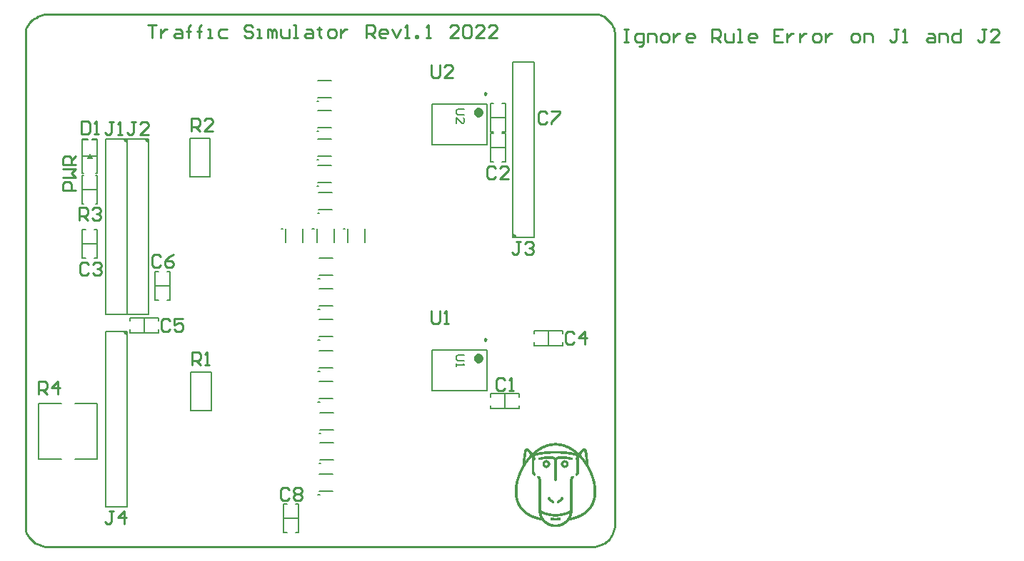
<source format=gto>
G04*
G04 #@! TF.GenerationSoftware,Altium Limited,Altium Designer,22.10.1 (41)*
G04*
G04 Layer_Color=65535*
%FSLAX25Y25*%
%MOIN*%
G70*
G04*
G04 #@! TF.SameCoordinates,DCEE1EC3-E607-4C09-92B5-72201EF966A2*
G04*
G04*
G04 #@! TF.FilePolarity,Positive*
G04*
G01*
G75*
%ADD10C,0.00984*%
%ADD11C,0.02362*%
%ADD12C,0.00787*%
%ADD13C,0.00591*%
%ADD14C,0.00500*%
%ADD15C,0.01000*%
G36*
X57500Y189268D02*
X56831D01*
X56043Y190055D01*
Y190606D01*
X57500D01*
Y189268D01*
D02*
G37*
G36*
X47500D02*
X46831D01*
X46043Y190055D01*
Y190606D01*
X47500D01*
Y189268D01*
D02*
G37*
G36*
X228957Y145110D02*
Y144559D01*
X227500D01*
Y145898D01*
X228169D01*
X228957Y145110D01*
D02*
G37*
G36*
X47500Y99268D02*
X46831D01*
X46043Y100055D01*
Y100606D01*
X47500D01*
Y99268D01*
D02*
G37*
G36*
X248097Y48389D02*
X248514D01*
Y48359D01*
X248812D01*
Y48329D01*
X249110D01*
Y48299D01*
X249348D01*
Y48270D01*
X249557D01*
Y48240D01*
X249735D01*
Y48210D01*
X249884D01*
Y48180D01*
X250063D01*
Y48150D01*
X250182D01*
Y48121D01*
X250302D01*
Y48091D01*
X250480D01*
Y48061D01*
X250600D01*
Y48031D01*
X250719D01*
Y48001D01*
X250838D01*
Y47972D01*
X250927D01*
Y47942D01*
X251076D01*
Y47912D01*
X251166D01*
Y47882D01*
X251255D01*
Y47853D01*
X251374D01*
Y47823D01*
X251464D01*
Y47793D01*
X251553D01*
Y47763D01*
X251672D01*
Y47733D01*
X251762D01*
Y47703D01*
X251851D01*
Y47674D01*
X251911D01*
Y47644D01*
X252000D01*
Y47614D01*
X252089D01*
Y47584D01*
X252179D01*
Y47554D01*
X252268D01*
Y47525D01*
X252328D01*
Y47495D01*
X252417D01*
Y47465D01*
X252506D01*
Y47435D01*
X252566D01*
Y47405D01*
X252656D01*
Y47376D01*
X252715D01*
Y47346D01*
X252775D01*
Y47316D01*
X252864D01*
Y47286D01*
X252924D01*
Y47256D01*
X253013D01*
Y47227D01*
X253073D01*
Y47197D01*
X253132D01*
Y47167D01*
X253192D01*
Y47137D01*
X253281D01*
Y47107D01*
X253341D01*
Y47078D01*
X253400D01*
Y47048D01*
X253490D01*
Y47018D01*
X253549D01*
Y46988D01*
X253609D01*
Y46959D01*
X253669D01*
Y46929D01*
X253728D01*
Y46899D01*
X253788D01*
Y46869D01*
X253847D01*
Y46839D01*
X253907D01*
Y46810D01*
X253967D01*
Y46780D01*
X254026D01*
Y46750D01*
X254086D01*
Y46720D01*
X254145D01*
Y46690D01*
X254175D01*
Y46661D01*
X254264D01*
Y46631D01*
X254294D01*
Y46601D01*
X254354D01*
Y46571D01*
X254414D01*
Y46541D01*
X254473D01*
Y46512D01*
X254533D01*
Y46482D01*
X254562D01*
Y46452D01*
X254622D01*
Y46422D01*
X254682D01*
Y46392D01*
X254741D01*
Y46363D01*
X254771D01*
Y46333D01*
X254831D01*
Y46303D01*
X254890D01*
Y46273D01*
X254950D01*
Y46244D01*
X254980D01*
Y46214D01*
X255039D01*
Y46184D01*
X255099D01*
Y46154D01*
X255129D01*
Y46124D01*
X255188D01*
Y46095D01*
X255218D01*
Y46065D01*
X255278D01*
Y46035D01*
X255337D01*
Y46005D01*
X255367D01*
Y45975D01*
X255427D01*
Y45946D01*
X255456D01*
Y45916D01*
X255516D01*
Y45886D01*
X255546D01*
Y45856D01*
X255605D01*
Y45826D01*
X255635D01*
Y45796D01*
X255695D01*
Y45767D01*
X255754D01*
Y45737D01*
X255784D01*
Y45707D01*
X255844D01*
Y45677D01*
X255873D01*
Y45647D01*
X255933D01*
Y45618D01*
X255963D01*
Y45588D01*
X255993D01*
Y45558D01*
X256052D01*
Y45528D01*
X256082D01*
Y45498D01*
X256142D01*
Y45469D01*
X256171D01*
Y45439D01*
X256231D01*
Y45409D01*
X256261D01*
Y45379D01*
X256321D01*
Y45350D01*
X256350D01*
Y45320D01*
X256380D01*
Y45290D01*
X256440D01*
Y45260D01*
X256469D01*
Y45230D01*
X256499D01*
Y45201D01*
X256559D01*
Y45171D01*
X256589D01*
Y45141D01*
X256618D01*
Y45111D01*
X256678D01*
Y45081D01*
X256708D01*
Y45052D01*
X256738D01*
Y45022D01*
X256797D01*
Y44992D01*
X256827D01*
Y44962D01*
X256857D01*
Y44932D01*
X256916D01*
Y44903D01*
X256946D01*
Y44873D01*
X256976D01*
Y44843D01*
X257006D01*
Y44813D01*
X257065D01*
Y44783D01*
X257095D01*
Y44754D01*
X257125D01*
Y44724D01*
X257155D01*
Y44694D01*
X257214D01*
Y44664D01*
X257244D01*
Y44634D01*
X257274D01*
Y44605D01*
X257304D01*
Y44575D01*
X257363D01*
Y44545D01*
X257393D01*
Y44515D01*
X257423D01*
Y44486D01*
X257453D01*
Y44456D01*
X257483D01*
Y44426D01*
X257542D01*
Y44396D01*
X257572D01*
Y44366D01*
X257602D01*
Y44337D01*
X257631D01*
Y44307D01*
X257661D01*
Y44277D01*
X257721D01*
Y44247D01*
X257751D01*
Y44217D01*
X257781D01*
Y44188D01*
X257810D01*
Y44158D01*
X257840D01*
Y44128D01*
X257870D01*
Y44098D01*
X257900D01*
Y44068D01*
X257959D01*
Y44039D01*
X257989D01*
Y44009D01*
X258019D01*
Y43979D01*
X258049D01*
Y43949D01*
X258079D01*
Y43919D01*
X258108D01*
Y43889D01*
X258138D01*
Y43860D01*
X258168D01*
Y43830D01*
X258227D01*
Y43800D01*
X258257D01*
Y43770D01*
X258287D01*
Y43741D01*
X258347D01*
Y43770D01*
X258377D01*
Y43800D01*
X258406D01*
Y43860D01*
X258436D01*
Y43889D01*
X258466D01*
Y43949D01*
X258496D01*
Y43979D01*
X258525D01*
Y44009D01*
X258555D01*
Y44068D01*
X258585D01*
Y44098D01*
X258615D01*
Y44128D01*
X258645D01*
Y44188D01*
X258674D01*
Y44217D01*
X258704D01*
Y44247D01*
X258734D01*
Y44307D01*
X258764D01*
Y44337D01*
X258794D01*
Y44366D01*
X258823D01*
Y44396D01*
X258853D01*
Y44456D01*
X258883D01*
Y44486D01*
X258913D01*
Y44515D01*
X258943D01*
Y44545D01*
X258972D01*
Y44605D01*
X259002D01*
Y44634D01*
X259032D01*
Y44664D01*
X259062D01*
Y44694D01*
X259092D01*
Y44724D01*
X259121D01*
Y44754D01*
X259151D01*
Y44813D01*
X259181D01*
Y44843D01*
X259211D01*
Y44873D01*
X259241D01*
Y44903D01*
X259270D01*
Y44932D01*
X259300D01*
Y44962D01*
X259330D01*
Y44992D01*
X259360D01*
Y45022D01*
X259389D01*
Y45052D01*
X259419D01*
Y45081D01*
X259449D01*
Y45141D01*
X259509D01*
Y45171D01*
X259539D01*
Y45201D01*
X259568D01*
Y45230D01*
X259598D01*
Y45260D01*
X259628D01*
Y45290D01*
X259658D01*
Y45320D01*
X259687D01*
Y45350D01*
X259717D01*
Y45379D01*
X259747D01*
Y45409D01*
X259777D01*
Y45439D01*
X259807D01*
Y45469D01*
X259866D01*
Y45498D01*
X259896D01*
Y45528D01*
X259926D01*
Y45558D01*
X259985D01*
Y45588D01*
X260015D01*
Y45618D01*
X260045D01*
Y45647D01*
X260105D01*
Y45677D01*
X260134D01*
Y45707D01*
X260194D01*
Y45737D01*
X260254D01*
Y45767D01*
X260313D01*
Y45796D01*
X260373D01*
Y45826D01*
X260432D01*
Y45856D01*
X260492D01*
Y45886D01*
X260581D01*
Y45916D01*
X260671D01*
Y45946D01*
X260879D01*
Y45975D01*
X261058D01*
Y45946D01*
X261207D01*
Y45916D01*
X261267D01*
Y45886D01*
X261326D01*
Y45856D01*
X261386D01*
Y45826D01*
X261416D01*
Y45796D01*
X261475D01*
Y45767D01*
X261505D01*
Y45737D01*
X261535D01*
Y45707D01*
X261565D01*
Y45677D01*
X261595D01*
Y45647D01*
X261624D01*
Y45618D01*
X261654D01*
Y45588D01*
X261684D01*
Y45528D01*
X261714D01*
Y45498D01*
X261743D01*
Y45439D01*
X261773D01*
Y45379D01*
X261803D01*
Y45350D01*
X261833D01*
Y45290D01*
X261863D01*
Y45230D01*
X261892D01*
Y45141D01*
X261922D01*
Y45081D01*
X261952D01*
Y44992D01*
X261982D01*
Y44903D01*
X262012D01*
Y44813D01*
X262041D01*
Y44694D01*
X262071D01*
Y44605D01*
X262101D01*
Y44456D01*
X262131D01*
Y44337D01*
X262161D01*
Y44188D01*
X262190D01*
Y44098D01*
X262220D01*
Y43919D01*
X262250D01*
Y43770D01*
X262280D01*
Y43592D01*
X262310D01*
Y43413D01*
X262339D01*
Y43234D01*
X262369D01*
Y42996D01*
X262399D01*
Y42787D01*
X262429D01*
Y42579D01*
X262459D01*
Y42310D01*
X262488D01*
Y42072D01*
X262518D01*
Y41834D01*
X262548D01*
Y41506D01*
X262578D01*
Y41208D01*
X262608D01*
Y40821D01*
X262637D01*
Y40523D01*
X262667D01*
Y40135D01*
X262697D01*
Y39658D01*
X262727D01*
Y39301D01*
X262756D01*
Y38824D01*
X262786D01*
Y38228D01*
X262816D01*
Y38079D01*
X262846D01*
Y38020D01*
X262876D01*
Y37990D01*
X262906D01*
Y37930D01*
X262935D01*
Y37871D01*
X262965D01*
Y37811D01*
X262995D01*
Y37781D01*
X263025D01*
Y37722D01*
X263054D01*
Y37662D01*
X263084D01*
Y37602D01*
X263114D01*
Y37573D01*
X263144D01*
Y37513D01*
X263174D01*
Y37453D01*
X263204D01*
Y37424D01*
X263233D01*
Y37364D01*
X263263D01*
Y37304D01*
X263293D01*
Y37245D01*
X263323D01*
Y37185D01*
X263352D01*
Y37126D01*
X263382D01*
Y37096D01*
X263412D01*
Y37036D01*
X263442D01*
Y36977D01*
X263472D01*
Y36917D01*
X263502D01*
Y36858D01*
X263531D01*
Y36798D01*
X263561D01*
Y36738D01*
X263591D01*
Y36679D01*
X263621D01*
Y36619D01*
X263650D01*
Y36560D01*
X263680D01*
Y36530D01*
X263710D01*
Y36470D01*
X263740D01*
Y36381D01*
X263770D01*
Y36351D01*
X263799D01*
Y36291D01*
X263829D01*
Y36232D01*
X263859D01*
Y36172D01*
X263889D01*
Y36083D01*
X263919D01*
Y36023D01*
X263948D01*
Y35964D01*
X263978D01*
Y35904D01*
X264008D01*
Y35844D01*
X264038D01*
Y35785D01*
X264068D01*
Y35725D01*
X264097D01*
Y35666D01*
X264127D01*
Y35606D01*
X264157D01*
Y35546D01*
X264187D01*
Y35487D01*
X264217D01*
Y35397D01*
X264246D01*
Y35338D01*
X264276D01*
Y35278D01*
X264306D01*
Y35219D01*
X264336D01*
Y35129D01*
X264366D01*
Y35070D01*
X264395D01*
Y35010D01*
X264425D01*
Y34951D01*
X264455D01*
Y34861D01*
X264485D01*
Y34802D01*
X264514D01*
Y34742D01*
X264544D01*
Y34653D01*
X264574D01*
Y34593D01*
X264604D01*
Y34504D01*
X264634D01*
Y34444D01*
X264664D01*
Y34355D01*
X264693D01*
Y34295D01*
X264723D01*
Y34236D01*
X264753D01*
Y34146D01*
X264783D01*
Y34057D01*
X264812D01*
Y33997D01*
X264842D01*
Y33908D01*
X264872D01*
Y33848D01*
X264902D01*
Y33759D01*
X264932D01*
Y33669D01*
X264962D01*
Y33610D01*
X264991D01*
Y33520D01*
X265021D01*
Y33431D01*
X265051D01*
Y33371D01*
X265081D01*
Y33282D01*
X265110D01*
Y33193D01*
X265140D01*
Y33103D01*
X265170D01*
Y33014D01*
X265200D01*
Y32954D01*
X265230D01*
Y32835D01*
X265259D01*
Y32746D01*
X265289D01*
Y32686D01*
X265319D01*
Y32597D01*
X265349D01*
Y32478D01*
X265379D01*
Y32388D01*
X265408D01*
Y32299D01*
X265438D01*
Y32209D01*
X265468D01*
Y32090D01*
X265498D01*
Y32001D01*
X265528D01*
Y31911D01*
X265557D01*
Y31822D01*
X265587D01*
Y31703D01*
X265617D01*
Y31613D01*
X265647D01*
Y31494D01*
X265677D01*
Y31405D01*
X265706D01*
Y31256D01*
X265736D01*
Y31166D01*
X265766D01*
Y31077D01*
X265796D01*
Y30928D01*
X265826D01*
Y30809D01*
X265855D01*
Y30690D01*
X265885D01*
Y30571D01*
X265915D01*
Y30451D01*
X265945D01*
Y30302D01*
X265975D01*
Y30153D01*
X266004D01*
Y30064D01*
X266034D01*
Y29885D01*
X266064D01*
Y29766D01*
X266094D01*
Y29617D01*
X266124D01*
Y29438D01*
X266153D01*
Y29289D01*
X266183D01*
Y29081D01*
X266213D01*
Y28902D01*
X266243D01*
Y28753D01*
X266272D01*
Y28515D01*
X266302D01*
Y28336D01*
X266332D01*
Y28127D01*
X266362D01*
Y27829D01*
X266392D01*
Y27561D01*
X266422D01*
Y27174D01*
X266451D01*
Y26786D01*
X266481D01*
Y26131D01*
X266511D01*
Y25237D01*
X266481D01*
Y24611D01*
X266451D01*
Y24254D01*
X266422D01*
Y23896D01*
X266392D01*
Y23658D01*
X266362D01*
Y23390D01*
X266332D01*
Y23211D01*
X266302D01*
Y23062D01*
X266272D01*
Y22853D01*
X266243D01*
Y22704D01*
X266213D01*
Y22555D01*
X266183D01*
Y22406D01*
X266153D01*
Y22257D01*
X266124D01*
Y22138D01*
X266094D01*
Y22019D01*
X266064D01*
Y21900D01*
X266034D01*
Y21780D01*
X266004D01*
Y21691D01*
X265975D01*
Y21572D01*
X265945D01*
Y21453D01*
X265915D01*
Y21363D01*
X265885D01*
Y21274D01*
X265855D01*
Y21155D01*
X265826D01*
Y21065D01*
X265796D01*
Y20976D01*
X265766D01*
Y20916D01*
X265736D01*
Y20827D01*
X265706D01*
Y20738D01*
X265677D01*
Y20648D01*
X265647D01*
Y20559D01*
X265617D01*
Y20499D01*
X265587D01*
Y20410D01*
X265557D01*
Y20321D01*
X265528D01*
Y20261D01*
X265498D01*
Y20201D01*
X265468D01*
Y20112D01*
X265438D01*
Y20052D01*
X265408D01*
Y19993D01*
X265379D01*
Y19903D01*
X265349D01*
Y19844D01*
X265319D01*
Y19784D01*
X265289D01*
Y19725D01*
X265259D01*
Y19665D01*
X265230D01*
Y19576D01*
X265200D01*
Y19546D01*
X265170D01*
Y19486D01*
X265140D01*
Y19427D01*
X265110D01*
Y19367D01*
X265081D01*
Y19278D01*
X265051D01*
Y19248D01*
X265021D01*
Y19188D01*
X264991D01*
Y19129D01*
X264962D01*
Y19069D01*
X264932D01*
Y19009D01*
X264902D01*
Y18980D01*
X264872D01*
Y18920D01*
X264842D01*
Y18860D01*
X264812D01*
Y18801D01*
X264783D01*
Y18771D01*
X264753D01*
Y18711D01*
X264723D01*
Y18652D01*
X264693D01*
Y18622D01*
X264664D01*
Y18563D01*
X264634D01*
Y18503D01*
X264604D01*
Y18473D01*
X264574D01*
Y18414D01*
X264544D01*
Y18384D01*
X264514D01*
Y18324D01*
X264485D01*
Y18294D01*
X264455D01*
Y18235D01*
X264425D01*
Y18205D01*
X264395D01*
Y18145D01*
X264366D01*
Y18115D01*
X264336D01*
Y18056D01*
X264306D01*
Y18026D01*
X264276D01*
Y17967D01*
X264246D01*
Y17937D01*
X264217D01*
Y17877D01*
X264187D01*
Y17847D01*
X264157D01*
Y17818D01*
X264127D01*
Y17758D01*
X264097D01*
Y17728D01*
X264068D01*
Y17698D01*
X264038D01*
Y17639D01*
X264008D01*
Y17609D01*
X263978D01*
Y17579D01*
X263948D01*
Y17520D01*
X263919D01*
Y17490D01*
X263889D01*
Y17460D01*
X263859D01*
Y17430D01*
X263829D01*
Y17371D01*
X263799D01*
Y17341D01*
X263770D01*
Y17311D01*
X263740D01*
Y17281D01*
X263710D01*
Y17222D01*
X263680D01*
Y17192D01*
X263650D01*
Y17162D01*
X263621D01*
Y17132D01*
X263591D01*
Y17102D01*
X263561D01*
Y17073D01*
X263531D01*
Y17013D01*
X263502D01*
Y16983D01*
X263472D01*
Y16953D01*
X263442D01*
Y16924D01*
X263412D01*
Y16894D01*
X263382D01*
Y16864D01*
X263352D01*
Y16834D01*
X263323D01*
Y16804D01*
X263293D01*
Y16775D01*
X263263D01*
Y16715D01*
X263233D01*
Y16685D01*
X263204D01*
Y16656D01*
X263174D01*
Y16626D01*
X263144D01*
Y16596D01*
X263114D01*
Y16566D01*
X263084D01*
Y16536D01*
X263054D01*
Y16507D01*
X263025D01*
Y16477D01*
X262995D01*
Y16447D01*
X262965D01*
Y16417D01*
X262935D01*
Y16387D01*
X262906D01*
Y16358D01*
X262876D01*
Y16328D01*
X262846D01*
Y16298D01*
X262816D01*
Y16268D01*
X262786D01*
Y16238D01*
X262756D01*
Y16209D01*
X262697D01*
Y16149D01*
X262637D01*
Y16119D01*
X262608D01*
Y16089D01*
X262578D01*
Y16060D01*
X262548D01*
Y16030D01*
X262518D01*
Y16000D01*
X262488D01*
Y15970D01*
X262459D01*
Y15940D01*
X262429D01*
Y15911D01*
X262369D01*
Y15881D01*
X262339D01*
Y15851D01*
X262310D01*
Y15821D01*
X262280D01*
Y15791D01*
X262250D01*
Y15762D01*
X262220D01*
Y15732D01*
X262190D01*
Y15702D01*
X262131D01*
Y15672D01*
X262101D01*
Y15642D01*
X262071D01*
Y15613D01*
X262041D01*
Y15583D01*
X261982D01*
Y15553D01*
X261952D01*
Y15523D01*
X261922D01*
Y15494D01*
X261892D01*
Y15464D01*
X261833D01*
Y15434D01*
X261803D01*
Y15404D01*
X261773D01*
Y15374D01*
X261743D01*
Y15345D01*
X261684D01*
Y15315D01*
X261654D01*
Y15285D01*
X261624D01*
Y15255D01*
X261565D01*
Y15225D01*
X261535D01*
Y15195D01*
X261475D01*
Y15166D01*
X261445D01*
Y15136D01*
X261416D01*
Y15106D01*
X261356D01*
Y15076D01*
X261326D01*
Y15046D01*
X261297D01*
Y15017D01*
X261237D01*
Y14987D01*
X261207D01*
Y14957D01*
X261147D01*
Y14927D01*
X261118D01*
Y14897D01*
X261058D01*
Y14868D01*
X261028D01*
Y14838D01*
X260969D01*
Y14808D01*
X260939D01*
Y14778D01*
X260879D01*
Y14749D01*
X260850D01*
Y14719D01*
X260790D01*
Y14689D01*
X260760D01*
Y14659D01*
X260701D01*
Y14629D01*
X260641D01*
Y14600D01*
X260611D01*
Y14570D01*
X260552D01*
Y14540D01*
X260522D01*
Y14510D01*
X260462D01*
Y14480D01*
X260403D01*
Y14451D01*
X260373D01*
Y14421D01*
X260313D01*
Y14391D01*
X260254D01*
Y14361D01*
X260194D01*
Y14331D01*
X260164D01*
Y14302D01*
X260105D01*
Y14272D01*
X260045D01*
Y14242D01*
X259985D01*
Y14212D01*
X259956D01*
Y14182D01*
X259896D01*
Y14153D01*
X259837D01*
Y14123D01*
X259777D01*
Y14093D01*
X259717D01*
Y14063D01*
X259658D01*
Y14033D01*
X259598D01*
Y14004D01*
X259539D01*
Y13974D01*
X259509D01*
Y13944D01*
X259449D01*
Y13914D01*
X259360D01*
Y13884D01*
X259330D01*
Y13855D01*
X259241D01*
Y13825D01*
X259181D01*
Y13795D01*
X259121D01*
Y13765D01*
X259062D01*
Y13735D01*
X259002D01*
Y13706D01*
X258943D01*
Y13676D01*
X258883D01*
Y13646D01*
X258823D01*
Y13616D01*
X258734D01*
Y13587D01*
X258674D01*
Y13557D01*
X258615D01*
Y13527D01*
X258555D01*
Y13497D01*
X258496D01*
Y13467D01*
X258406D01*
Y13438D01*
X258347D01*
Y13408D01*
X258287D01*
Y13378D01*
X258198D01*
Y13348D01*
X258108D01*
Y13318D01*
X258049D01*
Y13288D01*
X257959D01*
Y13259D01*
X257900D01*
Y13229D01*
X257810D01*
Y13199D01*
X257751D01*
Y13169D01*
X257661D01*
Y13139D01*
X257572D01*
Y13110D01*
X257512D01*
Y13080D01*
X257423D01*
Y13050D01*
X257334D01*
Y13020D01*
X257244D01*
Y12991D01*
X257155D01*
Y12961D01*
X257065D01*
Y12931D01*
X257006D01*
Y12901D01*
X256887D01*
Y12871D01*
X256797D01*
Y12842D01*
X256738D01*
Y12812D01*
X256618D01*
Y12782D01*
X256529D01*
Y12752D01*
X256440D01*
Y12722D01*
X256321D01*
Y12693D01*
X256231D01*
Y12663D01*
X256112D01*
Y12633D01*
X256023D01*
Y12603D01*
X255933D01*
Y12573D01*
X255814D01*
Y12544D01*
X255695D01*
Y12514D01*
X255576D01*
Y12484D01*
X255456D01*
Y12454D01*
X255367D01*
Y12424D01*
X255248D01*
Y12395D01*
X255099D01*
Y12365D01*
X255009D01*
Y12335D01*
X254860D01*
Y12305D01*
X254741D01*
Y12275D01*
X254592D01*
Y12246D01*
X254473D01*
Y12216D01*
X254324D01*
Y12186D01*
X254175D01*
Y12156D01*
X254026D01*
Y12126D01*
X253877D01*
Y12097D01*
X253728D01*
Y12067D01*
X253639D01*
Y12037D01*
X253609D01*
Y11977D01*
X253579D01*
Y11948D01*
X253549D01*
Y11918D01*
X253520D01*
Y11888D01*
X253490D01*
Y11858D01*
X253460D01*
Y11829D01*
X253430D01*
Y11799D01*
X253400D01*
Y11739D01*
X253371D01*
Y11709D01*
X253341D01*
Y11680D01*
X253311D01*
Y11650D01*
X253281D01*
Y11620D01*
X253252D01*
Y11590D01*
X253222D01*
Y11560D01*
X253192D01*
Y11530D01*
X253162D01*
Y11501D01*
X253132D01*
Y11471D01*
X253102D01*
Y11441D01*
X253073D01*
Y11411D01*
X253043D01*
Y11382D01*
X253013D01*
Y11352D01*
X252983D01*
Y11322D01*
X252954D01*
Y11292D01*
X252924D01*
Y11262D01*
X252894D01*
Y11233D01*
X252864D01*
Y11203D01*
X252834D01*
Y11173D01*
X252804D01*
Y11143D01*
X252775D01*
Y11113D01*
X252745D01*
Y11084D01*
X252685D01*
Y11054D01*
X252656D01*
Y11024D01*
X252626D01*
Y10994D01*
X252596D01*
Y10964D01*
X252566D01*
Y10935D01*
X252506D01*
Y10905D01*
X252477D01*
Y10875D01*
X252447D01*
Y10845D01*
X252417D01*
Y10815D01*
X252358D01*
Y10786D01*
X252328D01*
Y10756D01*
X252298D01*
Y10726D01*
X252238D01*
Y10696D01*
X252209D01*
Y10666D01*
X252179D01*
Y10637D01*
X252149D01*
Y10607D01*
X252089D01*
Y10577D01*
X252060D01*
Y10547D01*
X252000D01*
Y10517D01*
X251970D01*
Y10488D01*
X251911D01*
Y10458D01*
X251881D01*
Y10428D01*
X251821D01*
Y10398D01*
X251791D01*
Y10368D01*
X251732D01*
Y10339D01*
X251702D01*
Y10309D01*
X251642D01*
Y10279D01*
X251613D01*
Y10249D01*
X251553D01*
Y10220D01*
X251494D01*
Y10190D01*
X251464D01*
Y10160D01*
X251404D01*
Y10130D01*
X251344D01*
Y10100D01*
X251285D01*
Y10070D01*
X251255D01*
Y10041D01*
X251196D01*
Y10011D01*
X251136D01*
Y9981D01*
X251076D01*
Y9951D01*
X251017D01*
Y9922D01*
X250957D01*
Y9892D01*
X250898D01*
Y9862D01*
X250808D01*
Y9832D01*
X250778D01*
Y9802D01*
X250689D01*
Y9772D01*
X250629D01*
Y9743D01*
X250570D01*
Y9713D01*
X250480D01*
Y9683D01*
X250421D01*
Y9653D01*
X250331D01*
Y9623D01*
X250242D01*
Y9594D01*
X250212D01*
Y9564D01*
X250093D01*
Y9534D01*
X250033D01*
Y9504D01*
X249944D01*
Y9475D01*
X249825D01*
Y9445D01*
X249735D01*
Y9415D01*
X249646D01*
Y9385D01*
X249527D01*
Y9355D01*
X249437D01*
Y9326D01*
X249289D01*
Y9296D01*
X249169D01*
Y9266D01*
X249050D01*
Y9236D01*
X248871D01*
Y9206D01*
X248693D01*
Y9177D01*
X248484D01*
Y9147D01*
X248186D01*
Y9117D01*
X247918D01*
Y9087D01*
X246964D01*
Y9117D01*
X246696D01*
Y9147D01*
X246398D01*
Y9177D01*
X246190D01*
Y9206D01*
X246011D01*
Y9236D01*
X245832D01*
Y9266D01*
X245713D01*
Y9296D01*
X245594D01*
Y9326D01*
X245445D01*
Y9355D01*
X245355D01*
Y9385D01*
X245266D01*
Y9415D01*
X245147D01*
Y9445D01*
X245057D01*
Y9475D01*
X244938D01*
Y9504D01*
X244879D01*
Y9534D01*
X244789D01*
Y9564D01*
X244700D01*
Y9594D01*
X244640D01*
Y9623D01*
X244551D01*
Y9653D01*
X244461D01*
Y9683D01*
X244402D01*
Y9713D01*
X244313D01*
Y9743D01*
X244253D01*
Y9772D01*
X244193D01*
Y9802D01*
X244104D01*
Y9832D01*
X244074D01*
Y9862D01*
X243985D01*
Y9892D01*
X243925D01*
Y9922D01*
X243865D01*
Y9951D01*
X243806D01*
Y9981D01*
X243746D01*
Y10011D01*
X243687D01*
Y10041D01*
X243627D01*
Y10070D01*
X243597D01*
Y10100D01*
X243538D01*
Y10130D01*
X243478D01*
Y10160D01*
X243419D01*
Y10190D01*
X243389D01*
Y10220D01*
X243329D01*
Y10249D01*
X243270D01*
Y10279D01*
X243240D01*
Y10309D01*
X243180D01*
Y10339D01*
X243150D01*
Y10368D01*
X243091D01*
Y10398D01*
X243061D01*
Y10428D01*
X243002D01*
Y10458D01*
X242972D01*
Y10488D01*
X242912D01*
Y10517D01*
X242882D01*
Y10547D01*
X242823D01*
Y10577D01*
X242793D01*
Y10607D01*
X242733D01*
Y10637D01*
X242704D01*
Y10666D01*
X242674D01*
Y10696D01*
X242614D01*
Y10726D01*
X242584D01*
Y10756D01*
X242554D01*
Y10786D01*
X242525D01*
Y10815D01*
X242465D01*
Y10845D01*
X242435D01*
Y10875D01*
X242406D01*
Y10905D01*
X242376D01*
Y10935D01*
X242346D01*
Y10964D01*
X242286D01*
Y10994D01*
X242256D01*
Y11024D01*
X242227D01*
Y11054D01*
X242197D01*
Y11084D01*
X242167D01*
Y11113D01*
X242108D01*
Y11143D01*
X242078D01*
Y11173D01*
X242048D01*
Y11203D01*
X242018D01*
Y11233D01*
X241988D01*
Y11262D01*
X241959D01*
Y11292D01*
X241929D01*
Y11322D01*
X241899D01*
Y11352D01*
X241869D01*
Y11382D01*
X241839D01*
Y11411D01*
X241810D01*
Y11441D01*
X241780D01*
Y11471D01*
X241750D01*
Y11501D01*
X241720D01*
Y11530D01*
X241690D01*
Y11560D01*
X241661D01*
Y11590D01*
X241631D01*
Y11620D01*
X241601D01*
Y11650D01*
X241571D01*
Y11680D01*
X241541D01*
Y11709D01*
X241512D01*
Y11739D01*
X241482D01*
Y11799D01*
X241452D01*
Y11829D01*
X241422D01*
Y11858D01*
X241392D01*
Y11888D01*
X241363D01*
Y11918D01*
X241333D01*
Y11948D01*
X241303D01*
Y12007D01*
X241273D01*
Y12037D01*
X241244D01*
Y12067D01*
X241184D01*
Y12097D01*
X241005D01*
Y12126D01*
X240886D01*
Y12156D01*
X240737D01*
Y12186D01*
X240558D01*
Y12216D01*
X240439D01*
Y12246D01*
X240290D01*
Y12275D01*
X240171D01*
Y12305D01*
X240052D01*
Y12335D01*
X239903D01*
Y12365D01*
X239783D01*
Y12395D01*
X239664D01*
Y12424D01*
X239545D01*
Y12454D01*
X239426D01*
Y12484D01*
X239307D01*
Y12514D01*
X239188D01*
Y12544D01*
X239068D01*
Y12573D01*
X238949D01*
Y12603D01*
X238860D01*
Y12633D01*
X238770D01*
Y12663D01*
X238651D01*
Y12693D01*
X238562D01*
Y12722D01*
X238472D01*
Y12752D01*
X238353D01*
Y12782D01*
X238264D01*
Y12812D01*
X238174D01*
Y12842D01*
X238085D01*
Y12871D01*
X237996D01*
Y12901D01*
X237877D01*
Y12931D01*
X237817D01*
Y12961D01*
X237727D01*
Y12991D01*
X237638D01*
Y13020D01*
X237549D01*
Y13050D01*
X237459D01*
Y13080D01*
X237400D01*
Y13110D01*
X237310D01*
Y13139D01*
X237221D01*
Y13169D01*
X237161D01*
Y13199D01*
X237072D01*
Y13229D01*
X236982D01*
Y13259D01*
X236923D01*
Y13288D01*
X236834D01*
Y13318D01*
X236774D01*
Y13348D01*
X236714D01*
Y13378D01*
X236625D01*
Y13408D01*
X236565D01*
Y13438D01*
X236476D01*
Y13467D01*
X236416D01*
Y13497D01*
X236357D01*
Y13527D01*
X236267D01*
Y13557D01*
X236208D01*
Y13587D01*
X236148D01*
Y13616D01*
X236059D01*
Y13646D01*
X235999D01*
Y13676D01*
X235940D01*
Y13706D01*
X235880D01*
Y13735D01*
X235821D01*
Y13765D01*
X235761D01*
Y13795D01*
X235701D01*
Y13825D01*
X235642D01*
Y13855D01*
X235582D01*
Y13884D01*
X235523D01*
Y13914D01*
X235463D01*
Y13944D01*
X235403D01*
Y13974D01*
X235344D01*
Y14004D01*
X235284D01*
Y14033D01*
X235225D01*
Y14063D01*
X235165D01*
Y14093D01*
X235105D01*
Y14123D01*
X235046D01*
Y14153D01*
X234986D01*
Y14182D01*
X234956D01*
Y14212D01*
X234897D01*
Y14242D01*
X234837D01*
Y14272D01*
X234778D01*
Y14302D01*
X234718D01*
Y14331D01*
X234688D01*
Y14361D01*
X234629D01*
Y14391D01*
X234569D01*
Y14421D01*
X234509D01*
Y14451D01*
X234480D01*
Y14480D01*
X234420D01*
Y14510D01*
X234390D01*
Y14540D01*
X234331D01*
Y14570D01*
X234271D01*
Y14600D01*
X234241D01*
Y14629D01*
X234182D01*
Y14659D01*
X234152D01*
Y14689D01*
X234092D01*
Y14719D01*
X234033D01*
Y14749D01*
X234003D01*
Y14778D01*
X233943D01*
Y14808D01*
X233913D01*
Y14838D01*
X233854D01*
Y14868D01*
X233824D01*
Y14897D01*
X233765D01*
Y14927D01*
X233735D01*
Y14957D01*
X233675D01*
Y14987D01*
X233645D01*
Y15017D01*
X233615D01*
Y15046D01*
X233556D01*
Y15076D01*
X233526D01*
Y15106D01*
X233467D01*
Y15136D01*
X233437D01*
Y15166D01*
X233407D01*
Y15195D01*
X233347D01*
Y15225D01*
X233318D01*
Y15255D01*
X233288D01*
Y15285D01*
X233228D01*
Y15315D01*
X233198D01*
Y15345D01*
X233169D01*
Y15374D01*
X233109D01*
Y15404D01*
X233079D01*
Y15434D01*
X233049D01*
Y15464D01*
X232990D01*
Y15494D01*
X232960D01*
Y15523D01*
X232930D01*
Y15553D01*
X232900D01*
Y15583D01*
X232841D01*
Y15613D01*
X232811D01*
Y15642D01*
X232781D01*
Y15672D01*
X232751D01*
Y15702D01*
X232722D01*
Y15732D01*
X232662D01*
Y15762D01*
X232632D01*
Y15791D01*
X232603D01*
Y15821D01*
X232573D01*
Y15851D01*
X232543D01*
Y15881D01*
X232513D01*
Y15911D01*
X232453D01*
Y15940D01*
X232424D01*
Y15970D01*
X232394D01*
Y16000D01*
X232364D01*
Y16030D01*
X232334D01*
Y16060D01*
X232305D01*
Y16089D01*
X232275D01*
Y16119D01*
X232245D01*
Y16149D01*
X232215D01*
Y16179D01*
X232185D01*
Y16209D01*
X232155D01*
Y16238D01*
X232096D01*
Y16268D01*
X232066D01*
Y16298D01*
X232036D01*
Y16328D01*
X232007D01*
Y16358D01*
X231977D01*
Y16387D01*
X231947D01*
Y16417D01*
X231917D01*
Y16447D01*
X231887D01*
Y16477D01*
X231857D01*
Y16507D01*
X231828D01*
Y16536D01*
X231798D01*
Y16566D01*
X231768D01*
Y16596D01*
X231738D01*
Y16626D01*
X231709D01*
Y16685D01*
X231679D01*
Y16715D01*
X231649D01*
Y16745D01*
X231619D01*
Y16775D01*
X231589D01*
Y16804D01*
X231560D01*
Y16834D01*
X231530D01*
Y16864D01*
X231500D01*
Y16894D01*
X231470D01*
Y16924D01*
X231440D01*
Y16953D01*
X231411D01*
Y17013D01*
X231381D01*
Y17043D01*
X231351D01*
Y17073D01*
X231321D01*
Y17102D01*
X231291D01*
Y17132D01*
X231262D01*
Y17162D01*
X231232D01*
Y17192D01*
X231202D01*
Y17251D01*
X231172D01*
Y17281D01*
X231142D01*
Y17311D01*
X231113D01*
Y17341D01*
X231083D01*
Y17400D01*
X231053D01*
Y17430D01*
X231023D01*
Y17460D01*
X230994D01*
Y17490D01*
X230964D01*
Y17549D01*
X230934D01*
Y17579D01*
X230904D01*
Y17609D01*
X230874D01*
Y17639D01*
X230844D01*
Y17698D01*
X230815D01*
Y17728D01*
X230785D01*
Y17758D01*
X230755D01*
Y17818D01*
X230725D01*
Y17847D01*
X230696D01*
Y17907D01*
X230666D01*
Y17937D01*
X230636D01*
Y17967D01*
X230606D01*
Y18026D01*
X230576D01*
Y18056D01*
X230546D01*
Y18115D01*
X230517D01*
Y18145D01*
X230487D01*
Y18205D01*
X230457D01*
Y18235D01*
X230427D01*
Y18294D01*
X230398D01*
Y18324D01*
X230368D01*
Y18384D01*
X230338D01*
Y18414D01*
X230308D01*
Y18473D01*
X230278D01*
Y18503D01*
X230248D01*
Y18563D01*
X230219D01*
Y18622D01*
X230189D01*
Y18682D01*
X230159D01*
Y18711D01*
X230129D01*
Y18771D01*
X230100D01*
Y18801D01*
X230070D01*
Y18860D01*
X230040D01*
Y18920D01*
X230010D01*
Y18980D01*
X229980D01*
Y19009D01*
X229951D01*
Y19069D01*
X229921D01*
Y19129D01*
X229891D01*
Y19188D01*
X229861D01*
Y19248D01*
X229831D01*
Y19307D01*
X229802D01*
Y19367D01*
X229772D01*
Y19427D01*
X229742D01*
Y19486D01*
X229712D01*
Y19546D01*
X229682D01*
Y19605D01*
X229653D01*
Y19665D01*
X229623D01*
Y19725D01*
X229593D01*
Y19784D01*
X229563D01*
Y19844D01*
X229533D01*
Y19933D01*
X229504D01*
Y19993D01*
X229474D01*
Y20052D01*
X229444D01*
Y20112D01*
X229414D01*
Y20201D01*
X229384D01*
Y20261D01*
X229355D01*
Y20321D01*
X229325D01*
Y20410D01*
X229295D01*
Y20499D01*
X229265D01*
Y20589D01*
X229236D01*
Y20648D01*
X229206D01*
Y20738D01*
X229176D01*
Y20827D01*
X229146D01*
Y20916D01*
X229116D01*
Y20976D01*
X229086D01*
Y21065D01*
X229057D01*
Y21185D01*
X229027D01*
Y21274D01*
X228997D01*
Y21363D01*
X228967D01*
Y21453D01*
X228938D01*
Y21572D01*
X228908D01*
Y21691D01*
X228878D01*
Y21780D01*
X228848D01*
Y21900D01*
X228818D01*
Y22019D01*
X228788D01*
Y22138D01*
X228759D01*
Y22287D01*
X228729D01*
Y22406D01*
X228699D01*
Y22555D01*
X228669D01*
Y22704D01*
X228640D01*
Y22853D01*
X228610D01*
Y23062D01*
X228580D01*
Y23211D01*
X228550D01*
Y23390D01*
X228520D01*
Y23658D01*
X228490D01*
Y23896D01*
X228461D01*
Y24254D01*
X228431D01*
Y24611D01*
X228401D01*
Y25237D01*
X228371D01*
Y26131D01*
X228401D01*
Y26786D01*
X228431D01*
Y27174D01*
X228461D01*
Y27561D01*
X228490D01*
Y27859D01*
X228520D01*
Y28127D01*
X228550D01*
Y28336D01*
X228580D01*
Y28544D01*
X228610D01*
Y28783D01*
X228640D01*
Y28932D01*
X228669D01*
Y29111D01*
X228699D01*
Y29289D01*
X228729D01*
Y29438D01*
X228759D01*
Y29617D01*
X228788D01*
Y29766D01*
X228818D01*
Y29885D01*
X228848D01*
Y30064D01*
X228878D01*
Y30183D01*
X228908D01*
Y30302D01*
X228938D01*
Y30451D01*
X228967D01*
Y30571D01*
X228997D01*
Y30690D01*
X229027D01*
Y30809D01*
X229057D01*
Y30928D01*
X229086D01*
Y31077D01*
X229116D01*
Y31166D01*
X229146D01*
Y31286D01*
X229176D01*
Y31405D01*
X229206D01*
Y31494D01*
X229236D01*
Y31613D01*
X229265D01*
Y31703D01*
X229295D01*
Y31822D01*
X229325D01*
Y31941D01*
X229355D01*
Y32001D01*
X229384D01*
Y32120D01*
X229414D01*
Y32209D01*
X229444D01*
Y32299D01*
X229474D01*
Y32388D01*
X229504D01*
Y32478D01*
X229533D01*
Y32597D01*
X229563D01*
Y32686D01*
X229593D01*
Y32746D01*
X229623D01*
Y32835D01*
X229653D01*
Y32954D01*
X229682D01*
Y33014D01*
X229712D01*
Y33103D01*
X229742D01*
Y33193D01*
X229772D01*
Y33282D01*
X229802D01*
Y33371D01*
X229831D01*
Y33431D01*
X229861D01*
Y33520D01*
X229891D01*
Y33610D01*
X229921D01*
Y33669D01*
X229951D01*
Y33759D01*
X229980D01*
Y33848D01*
X230010D01*
Y33937D01*
X230040D01*
Y33997D01*
X230070D01*
Y34086D01*
X230100D01*
Y34146D01*
X230129D01*
Y34236D01*
X230159D01*
Y34295D01*
X230189D01*
Y34384D01*
X230219D01*
Y34444D01*
X230248D01*
Y34504D01*
X230278D01*
Y34593D01*
X230308D01*
Y34653D01*
X230338D01*
Y34742D01*
X230368D01*
Y34802D01*
X230398D01*
Y34861D01*
X230427D01*
Y34951D01*
X230457D01*
Y35010D01*
X230487D01*
Y35070D01*
X230517D01*
Y35129D01*
X230546D01*
Y35219D01*
X230576D01*
Y35278D01*
X230606D01*
Y35338D01*
X230636D01*
Y35397D01*
X230666D01*
Y35487D01*
X230696D01*
Y35546D01*
X230725D01*
Y35606D01*
X230755D01*
Y35666D01*
X230785D01*
Y35725D01*
X230815D01*
Y35785D01*
X230844D01*
Y35844D01*
X230874D01*
Y35904D01*
X230904D01*
Y35964D01*
X230934D01*
Y36023D01*
X230964D01*
Y36083D01*
X230994D01*
Y36172D01*
X231023D01*
Y36232D01*
X231053D01*
Y36291D01*
X231083D01*
Y36351D01*
X231113D01*
Y36411D01*
X231142D01*
Y36470D01*
X231172D01*
Y36530D01*
X231202D01*
Y36560D01*
X231232D01*
Y36619D01*
X231262D01*
Y36679D01*
X231291D01*
Y36738D01*
X231321D01*
Y36798D01*
X231351D01*
Y36858D01*
X231381D01*
Y36917D01*
X231411D01*
Y36977D01*
X231440D01*
Y37036D01*
X231470D01*
Y37096D01*
X231500D01*
Y37126D01*
X231530D01*
Y37185D01*
X231560D01*
Y37245D01*
X231589D01*
Y37304D01*
X231619D01*
Y37364D01*
X231649D01*
Y37424D01*
X231679D01*
Y37453D01*
X231709D01*
Y37513D01*
X231738D01*
Y37573D01*
X231768D01*
Y37602D01*
X231798D01*
Y37662D01*
X231828D01*
Y37722D01*
X231857D01*
Y37781D01*
X231887D01*
Y37811D01*
X231917D01*
Y37871D01*
X231947D01*
Y37930D01*
X231977D01*
Y37990D01*
X232007D01*
Y38020D01*
X232036D01*
Y38079D01*
X232066D01*
Y38228D01*
X232096D01*
Y38824D01*
X232126D01*
Y39301D01*
X232155D01*
Y39658D01*
X232185D01*
Y40165D01*
X232215D01*
Y40523D01*
X232245D01*
Y40821D01*
X232275D01*
Y41208D01*
X232305D01*
Y41506D01*
X232334D01*
Y41834D01*
X232364D01*
Y42072D01*
X232394D01*
Y42281D01*
X232424D01*
Y42579D01*
X232453D01*
Y42757D01*
X232483D01*
Y42966D01*
X232513D01*
Y43204D01*
X232543D01*
Y43383D01*
X232573D01*
Y43592D01*
X232603D01*
Y43741D01*
X232632D01*
Y43889D01*
X232662D01*
Y44068D01*
X232692D01*
Y44188D01*
X232722D01*
Y44337D01*
X232751D01*
Y44456D01*
X232781D01*
Y44605D01*
X232811D01*
Y44694D01*
X232841D01*
Y44813D01*
X232871D01*
Y44903D01*
X232900D01*
Y44992D01*
X232930D01*
Y45081D01*
X232960D01*
Y45141D01*
X232990D01*
Y45230D01*
X233020D01*
Y45290D01*
X233049D01*
Y45350D01*
X233079D01*
Y45379D01*
X233109D01*
Y45439D01*
X233139D01*
Y45498D01*
X233169D01*
Y45528D01*
X233198D01*
Y45588D01*
X233228D01*
Y45618D01*
X233258D01*
Y45647D01*
X233288D01*
Y45677D01*
X233318D01*
Y45707D01*
X233347D01*
Y45737D01*
X233377D01*
Y45767D01*
X233407D01*
Y45796D01*
X233467D01*
Y45826D01*
X233496D01*
Y45856D01*
X233526D01*
Y45886D01*
X233615D01*
Y45916D01*
X233675D01*
Y45946D01*
X233824D01*
Y45975D01*
X234003D01*
Y45946D01*
X234211D01*
Y45916D01*
X234271D01*
Y45886D01*
X234390D01*
Y45856D01*
X234450D01*
Y45826D01*
X234509D01*
Y45796D01*
X234569D01*
Y45767D01*
X234629D01*
Y45737D01*
X234688D01*
Y45707D01*
X234748D01*
Y45677D01*
X234778D01*
Y45647D01*
X234837D01*
Y45618D01*
X234867D01*
Y45588D01*
X234897D01*
Y45558D01*
X234956D01*
Y45528D01*
X234986D01*
Y45498D01*
X235016D01*
Y45469D01*
X235046D01*
Y45439D01*
X235105D01*
Y45409D01*
X235135D01*
Y45379D01*
X235165D01*
Y45350D01*
X235195D01*
Y45320D01*
X235225D01*
Y45290D01*
X235254D01*
Y45260D01*
X235284D01*
Y45230D01*
X235314D01*
Y45201D01*
X235344D01*
Y45171D01*
X235373D01*
Y45141D01*
X235403D01*
Y45111D01*
X235433D01*
Y45081D01*
X235463D01*
Y45052D01*
X235493D01*
Y45022D01*
X235523D01*
Y44992D01*
X235552D01*
Y44962D01*
X235582D01*
Y44932D01*
X235612D01*
Y44903D01*
X235642D01*
Y44873D01*
X235671D01*
Y44843D01*
X235701D01*
Y44813D01*
X235731D01*
Y44754D01*
X235761D01*
Y44724D01*
X235791D01*
Y44694D01*
X235821D01*
Y44664D01*
X235850D01*
Y44634D01*
X235880D01*
Y44605D01*
X235910D01*
Y44545D01*
X235940D01*
Y44515D01*
X235969D01*
Y44486D01*
X235999D01*
Y44456D01*
X236029D01*
Y44396D01*
X236059D01*
Y44366D01*
X236089D01*
Y44337D01*
X236119D01*
Y44307D01*
X236148D01*
Y44247D01*
X236178D01*
Y44217D01*
X236208D01*
Y44188D01*
X236238D01*
Y44128D01*
X236267D01*
Y44098D01*
X236297D01*
Y44068D01*
X236327D01*
Y44009D01*
X236357D01*
Y43979D01*
X236387D01*
Y43949D01*
X236416D01*
Y43889D01*
X236446D01*
Y43860D01*
X236476D01*
Y43800D01*
X236506D01*
Y43770D01*
X236536D01*
Y43741D01*
X236595D01*
Y43770D01*
X236625D01*
Y43800D01*
X236655D01*
Y43830D01*
X236714D01*
Y43860D01*
X236744D01*
Y43889D01*
X236774D01*
Y43919D01*
X236804D01*
Y43949D01*
X236834D01*
Y43979D01*
X236863D01*
Y44009D01*
X236893D01*
Y44039D01*
X236923D01*
Y44068D01*
X236982D01*
Y44098D01*
X237012D01*
Y44128D01*
X237042D01*
Y44158D01*
X237072D01*
Y44188D01*
X237102D01*
Y44217D01*
X237132D01*
Y44247D01*
X237161D01*
Y44277D01*
X237221D01*
Y44307D01*
X237251D01*
Y44337D01*
X237281D01*
Y44366D01*
X237310D01*
Y44396D01*
X237340D01*
Y44426D01*
X237400D01*
Y44456D01*
X237429D01*
Y44486D01*
X237459D01*
Y44515D01*
X237489D01*
Y44545D01*
X237519D01*
Y44575D01*
X237579D01*
Y44605D01*
X237608D01*
Y44634D01*
X237638D01*
Y44664D01*
X237668D01*
Y44694D01*
X237727D01*
Y44724D01*
X237757D01*
Y44754D01*
X237787D01*
Y44783D01*
X237817D01*
Y44813D01*
X237877D01*
Y44843D01*
X237906D01*
Y44873D01*
X237936D01*
Y44903D01*
X237966D01*
Y44932D01*
X238025D01*
Y44962D01*
X238055D01*
Y44992D01*
X238085D01*
Y45022D01*
X238145D01*
Y45052D01*
X238174D01*
Y45081D01*
X238204D01*
Y45111D01*
X238264D01*
Y45141D01*
X238294D01*
Y45171D01*
X238323D01*
Y45201D01*
X238383D01*
Y45230D01*
X238413D01*
Y45260D01*
X238472D01*
Y45290D01*
X238502D01*
Y45320D01*
X238532D01*
Y45350D01*
X238592D01*
Y45379D01*
X238621D01*
Y45409D01*
X238651D01*
Y45439D01*
X238711D01*
Y45469D01*
X238740D01*
Y45498D01*
X238800D01*
Y45528D01*
X238830D01*
Y45558D01*
X238890D01*
Y45588D01*
X238919D01*
Y45618D01*
X238979D01*
Y45647D01*
X239009D01*
Y45677D01*
X239038D01*
Y45707D01*
X239098D01*
Y45737D01*
X239128D01*
Y45767D01*
X239188D01*
Y45796D01*
X239247D01*
Y45826D01*
X239277D01*
Y45856D01*
X239336D01*
Y45886D01*
X239366D01*
Y45916D01*
X239426D01*
Y45946D01*
X239456D01*
Y45975D01*
X239515D01*
Y46005D01*
X239545D01*
Y46035D01*
X239605D01*
Y46065D01*
X239664D01*
Y46095D01*
X239694D01*
Y46124D01*
X239754D01*
Y46154D01*
X239813D01*
Y46184D01*
X239843D01*
Y46214D01*
X239903D01*
Y46244D01*
X239932D01*
Y46273D01*
X239992D01*
Y46303D01*
X240052D01*
Y46333D01*
X240111D01*
Y46363D01*
X240171D01*
Y46392D01*
X240201D01*
Y46422D01*
X240260D01*
Y46452D01*
X240320D01*
Y46482D01*
X240350D01*
Y46512D01*
X240409D01*
Y46541D01*
X240469D01*
Y46571D01*
X240528D01*
Y46601D01*
X240588D01*
Y46631D01*
X240648D01*
Y46661D01*
X240707D01*
Y46690D01*
X240767D01*
Y46720D01*
X240796D01*
Y46750D01*
X240856D01*
Y46780D01*
X240916D01*
Y46810D01*
X240975D01*
Y46839D01*
X241065D01*
Y46869D01*
X241094D01*
Y46899D01*
X241154D01*
Y46929D01*
X241244D01*
Y46959D01*
X241273D01*
Y46988D01*
X241333D01*
Y47018D01*
X241422D01*
Y47048D01*
X241482D01*
Y47078D01*
X241541D01*
Y47107D01*
X241601D01*
Y47137D01*
X241690D01*
Y47167D01*
X241750D01*
Y47197D01*
X241810D01*
Y47227D01*
X241869D01*
Y47256D01*
X241959D01*
Y47286D01*
X242018D01*
Y47316D01*
X242108D01*
Y47346D01*
X242167D01*
Y47376D01*
X242227D01*
Y47405D01*
X242316D01*
Y47435D01*
X242376D01*
Y47465D01*
X242465D01*
Y47495D01*
X242554D01*
Y47525D01*
X242614D01*
Y47554D01*
X242704D01*
Y47584D01*
X242793D01*
Y47614D01*
X242882D01*
Y47644D01*
X242972D01*
Y47674D01*
X243031D01*
Y47703D01*
X243121D01*
Y47733D01*
X243240D01*
Y47763D01*
X243329D01*
Y47793D01*
X243419D01*
Y47823D01*
X243508D01*
Y47853D01*
X243627D01*
Y47882D01*
X243717D01*
Y47912D01*
X243836D01*
Y47942D01*
X243955D01*
Y47972D01*
X244044D01*
Y48001D01*
X244163D01*
Y48031D01*
X244313D01*
Y48061D01*
X244432D01*
Y48091D01*
X244581D01*
Y48121D01*
X244700D01*
Y48150D01*
X244849D01*
Y48180D01*
X244998D01*
Y48210D01*
X245177D01*
Y48240D01*
X245355D01*
Y48270D01*
X245534D01*
Y48299D01*
X245802D01*
Y48329D01*
X246071D01*
Y48359D01*
X246369D01*
Y48389D01*
X246786D01*
Y48419D01*
X248097D01*
Y48389D01*
D02*
G37*
%LPC*%
G36*
X247799Y47197D02*
X247084D01*
Y47167D01*
X246488D01*
Y47137D01*
X246130D01*
Y47107D01*
X245951D01*
Y47078D01*
X245683D01*
Y47048D01*
X245504D01*
Y47018D01*
X245326D01*
Y46988D01*
X245147D01*
Y46959D01*
X245028D01*
Y46929D01*
X244849D01*
Y46899D01*
X244700D01*
Y46869D01*
X244611D01*
Y46839D01*
X244491D01*
Y46810D01*
X244342D01*
Y46780D01*
X244253D01*
Y46750D01*
X244134D01*
Y46720D01*
X244015D01*
Y46690D01*
X243925D01*
Y46661D01*
X243806D01*
Y46631D01*
X243746D01*
Y46601D01*
X243627D01*
Y46571D01*
X243538D01*
Y46541D01*
X243448D01*
Y46512D01*
X243359D01*
Y46482D01*
X243270D01*
Y46452D01*
X243180D01*
Y46422D01*
X243091D01*
Y46392D01*
X243031D01*
Y46363D01*
X242942D01*
Y46333D01*
X242882D01*
Y46303D01*
X242793D01*
Y46273D01*
X242704D01*
Y46244D01*
X242644D01*
Y46214D01*
X242584D01*
Y46184D01*
X242495D01*
Y46154D01*
X242435D01*
Y46124D01*
X242346D01*
Y46095D01*
X242286D01*
Y46065D01*
X242227D01*
Y46035D01*
X242137D01*
Y46005D01*
X242078D01*
Y45975D01*
X242018D01*
Y45946D01*
X241959D01*
Y45916D01*
X241899D01*
Y45886D01*
X241839D01*
Y45856D01*
X241780D01*
Y45826D01*
X241720D01*
Y45796D01*
X241631D01*
Y45767D01*
X241601D01*
Y45737D01*
X241541D01*
Y45707D01*
X241452D01*
Y45677D01*
X241422D01*
Y45647D01*
X241363D01*
Y45618D01*
X241303D01*
Y45588D01*
X241244D01*
Y45558D01*
X241184D01*
Y45528D01*
X241124D01*
Y45498D01*
X241065D01*
Y45469D01*
X241005D01*
Y45439D01*
X240975D01*
Y45409D01*
X240916D01*
Y45379D01*
X240856D01*
Y45350D01*
X240796D01*
Y45320D01*
X240767D01*
Y45290D01*
X240707D01*
Y45260D01*
X240648D01*
Y45230D01*
X240588D01*
Y45201D01*
X240558D01*
Y45171D01*
X240498D01*
Y45141D01*
X240439D01*
Y45111D01*
X240409D01*
Y45081D01*
X240350D01*
Y45052D01*
X240320D01*
Y45022D01*
X240260D01*
Y44992D01*
X240201D01*
Y44962D01*
X240171D01*
Y44932D01*
X240111D01*
Y44903D01*
X240052D01*
Y44873D01*
X240022D01*
Y44843D01*
X239962D01*
Y44813D01*
X239932D01*
Y44783D01*
X239873D01*
Y44754D01*
X239843D01*
Y44724D01*
X239813D01*
Y44694D01*
X239754D01*
Y44664D01*
X239694D01*
Y44634D01*
X239664D01*
Y44605D01*
X239605D01*
Y44575D01*
X239575D01*
Y44545D01*
X239545D01*
Y44515D01*
X239486D01*
Y44486D01*
X239456D01*
Y44456D01*
X239396D01*
Y44426D01*
X239366D01*
Y44396D01*
X239336D01*
Y44366D01*
X239277D01*
Y44337D01*
X239247D01*
Y44307D01*
X239188D01*
Y44277D01*
X239158D01*
Y44247D01*
X239128D01*
Y44217D01*
X239068D01*
Y44188D01*
X239038D01*
Y44158D01*
X239009D01*
Y44128D01*
X238949D01*
Y44098D01*
X238919D01*
Y44068D01*
X238890D01*
Y44039D01*
X238830D01*
Y44009D01*
X238800D01*
Y43979D01*
X238770D01*
Y43949D01*
X238711D01*
Y43919D01*
X238681D01*
Y43889D01*
X238651D01*
Y43830D01*
X238711D01*
Y43860D01*
X238800D01*
Y43889D01*
X238949D01*
Y43919D01*
X239098D01*
Y43949D01*
X239247D01*
Y43979D01*
X239396D01*
Y44009D01*
X239545D01*
Y44039D01*
X239754D01*
Y44068D01*
X239903D01*
Y44098D01*
X240052D01*
Y44128D01*
X240290D01*
Y44158D01*
X240439D01*
Y44188D01*
X240618D01*
Y44217D01*
X240856D01*
Y44247D01*
X241065D01*
Y44277D01*
X241303D01*
Y44307D01*
X241512D01*
Y44337D01*
X241720D01*
Y44366D01*
X241988D01*
Y44396D01*
X242227D01*
Y44426D01*
X242465D01*
Y44456D01*
X242793D01*
Y44486D01*
X243061D01*
Y44515D01*
X243419D01*
Y44545D01*
X243717D01*
Y44575D01*
X244044D01*
Y44605D01*
X244521D01*
Y44634D01*
X244879D01*
Y44664D01*
X245385D01*
Y44694D01*
X246130D01*
Y44724D01*
X248782D01*
Y44694D01*
X249497D01*
Y44664D01*
X250004D01*
Y44634D01*
X250391D01*
Y44605D01*
X250838D01*
Y44575D01*
X251166D01*
Y44545D01*
X251464D01*
Y44515D01*
X251821D01*
Y44486D01*
X252119D01*
Y44456D01*
X252417D01*
Y44426D01*
X252685D01*
Y44396D01*
X252894D01*
Y44366D01*
X253192D01*
Y44337D01*
X253400D01*
Y44307D01*
X253609D01*
Y44277D01*
X253847D01*
Y44247D01*
X254056D01*
Y44217D01*
X254264D01*
Y44188D01*
X254473D01*
Y44158D01*
X254622D01*
Y44128D01*
X254831D01*
Y44098D01*
X254980D01*
Y44068D01*
X255158D01*
Y44039D01*
X255337D01*
Y44009D01*
X255486D01*
Y43979D01*
X255665D01*
Y43949D01*
X255814D01*
Y43919D01*
X255933D01*
Y43889D01*
X256082D01*
Y43860D01*
X256201D01*
Y43830D01*
X256231D01*
Y43889D01*
X256201D01*
Y43919D01*
X256171D01*
Y43949D01*
X256112D01*
Y43979D01*
X256082D01*
Y44009D01*
X256052D01*
Y44039D01*
X255993D01*
Y44068D01*
X255963D01*
Y44098D01*
X255933D01*
Y44128D01*
X255873D01*
Y44158D01*
X255844D01*
Y44188D01*
X255814D01*
Y44217D01*
X255754D01*
Y44247D01*
X255725D01*
Y44277D01*
X255695D01*
Y44307D01*
X255635D01*
Y44337D01*
X255605D01*
Y44366D01*
X255546D01*
Y44396D01*
X255516D01*
Y44426D01*
X255486D01*
Y44456D01*
X255427D01*
Y44486D01*
X255397D01*
Y44515D01*
X255337D01*
Y44545D01*
X255307D01*
Y44575D01*
X255278D01*
Y44605D01*
X255218D01*
Y44634D01*
X255188D01*
Y44664D01*
X255129D01*
Y44694D01*
X255069D01*
Y44724D01*
X255039D01*
Y44754D01*
X255009D01*
Y44783D01*
X254950D01*
Y44813D01*
X254920D01*
Y44843D01*
X254860D01*
Y44873D01*
X254831D01*
Y44903D01*
X254771D01*
Y44932D01*
X254712D01*
Y44962D01*
X254682D01*
Y44992D01*
X254622D01*
Y45022D01*
X254562D01*
Y45052D01*
X254533D01*
Y45081D01*
X254473D01*
Y45111D01*
X254443D01*
Y45141D01*
X254384D01*
Y45171D01*
X254324D01*
Y45201D01*
X254294D01*
Y45230D01*
X254235D01*
Y45260D01*
X254175D01*
Y45290D01*
X254116D01*
Y45320D01*
X254086D01*
Y45350D01*
X254026D01*
Y45379D01*
X253967D01*
Y45409D01*
X253907D01*
Y45439D01*
X253877D01*
Y45469D01*
X253818D01*
Y45498D01*
X253758D01*
Y45528D01*
X253698D01*
Y45558D01*
X253639D01*
Y45588D01*
X253579D01*
Y45618D01*
X253549D01*
Y45647D01*
X253460D01*
Y45677D01*
X253430D01*
Y45707D01*
X253371D01*
Y45737D01*
X253281D01*
Y45767D01*
X253252D01*
Y45796D01*
X253162D01*
Y45826D01*
X253102D01*
Y45856D01*
X253043D01*
Y45886D01*
X252983D01*
Y45916D01*
X252924D01*
Y45946D01*
X252864D01*
Y45975D01*
X252804D01*
Y46005D01*
X252745D01*
Y46035D01*
X252656D01*
Y46065D01*
X252596D01*
Y46095D01*
X252536D01*
Y46124D01*
X252447D01*
Y46154D01*
X252387D01*
Y46184D01*
X252328D01*
Y46214D01*
X252238D01*
Y46244D01*
X252179D01*
Y46273D01*
X252089D01*
Y46303D01*
X252030D01*
Y46333D01*
X251940D01*
Y46363D01*
X251851D01*
Y46392D01*
X251791D01*
Y46422D01*
X251702D01*
Y46452D01*
X251613D01*
Y46482D01*
X251523D01*
Y46512D01*
X251434D01*
Y46541D01*
X251344D01*
Y46571D01*
X251255D01*
Y46601D01*
X251136D01*
Y46631D01*
X251076D01*
Y46661D01*
X250957D01*
Y46690D01*
X250868D01*
Y46720D01*
X250778D01*
Y46750D01*
X250629D01*
Y46780D01*
X250540D01*
Y46810D01*
X250421D01*
Y46839D01*
X250272D01*
Y46869D01*
X250182D01*
Y46899D01*
X250033D01*
Y46929D01*
X249884D01*
Y46959D01*
X249735D01*
Y46988D01*
X249557D01*
Y47018D01*
X249378D01*
Y47048D01*
X249199D01*
Y47078D01*
X248931D01*
Y47107D01*
X248752D01*
Y47137D01*
X248395D01*
Y47167D01*
X247799D01*
Y47197D01*
D02*
G37*
G36*
X260790Y44634D02*
X260760D01*
Y44605D01*
X260701D01*
Y44575D01*
X260671D01*
Y44545D01*
X260641D01*
Y44515D01*
X260581D01*
Y44486D01*
X260552D01*
Y44456D01*
X260522D01*
Y44426D01*
X260492D01*
Y44396D01*
X260462D01*
Y44366D01*
X260432D01*
Y44337D01*
X260403D01*
Y44307D01*
X260373D01*
Y44277D01*
X260343D01*
Y44247D01*
X260313D01*
Y44217D01*
X260283D01*
Y44188D01*
X260254D01*
Y44158D01*
X260224D01*
Y44128D01*
X260194D01*
Y44098D01*
X260164D01*
Y44068D01*
X260134D01*
Y44039D01*
X260105D01*
Y43979D01*
X260075D01*
Y43949D01*
X260045D01*
Y43919D01*
X260015D01*
Y43889D01*
X259985D01*
Y43860D01*
X259956D01*
Y43830D01*
X259926D01*
Y43770D01*
X259896D01*
Y43741D01*
X259866D01*
Y43711D01*
X259837D01*
Y43681D01*
X259807D01*
Y43621D01*
X259777D01*
Y43592D01*
X259747D01*
Y43562D01*
X259717D01*
Y43532D01*
X259687D01*
Y43502D01*
X259658D01*
Y43443D01*
X259628D01*
Y43413D01*
X259598D01*
Y43353D01*
X259568D01*
Y43323D01*
X259539D01*
Y43294D01*
X259509D01*
Y43234D01*
X259479D01*
Y43204D01*
X259449D01*
Y43174D01*
X259419D01*
Y43115D01*
X259389D01*
Y43085D01*
X259360D01*
Y43025D01*
X259330D01*
Y42996D01*
X259300D01*
Y42966D01*
X259270D01*
Y42906D01*
X259241D01*
Y42876D01*
X259211D01*
Y42847D01*
X259241D01*
Y42787D01*
X259270D01*
Y42757D01*
X259300D01*
Y42728D01*
X259330D01*
Y42698D01*
X259360D01*
Y42668D01*
X259389D01*
Y42638D01*
X259419D01*
Y42608D01*
X259449D01*
Y42579D01*
X259479D01*
Y42549D01*
X259509D01*
Y42519D01*
X259539D01*
Y42489D01*
X259568D01*
Y42459D01*
X259598D01*
Y42430D01*
X259628D01*
Y42370D01*
X259658D01*
Y42340D01*
X259687D01*
Y42310D01*
X259717D01*
Y42281D01*
X259747D01*
Y42251D01*
X259777D01*
Y42221D01*
X259807D01*
Y42191D01*
X259837D01*
Y42161D01*
X259866D01*
Y42102D01*
X259896D01*
Y42072D01*
X259926D01*
Y42042D01*
X259956D01*
Y42012D01*
X259985D01*
Y41982D01*
X260015D01*
Y41953D01*
X260045D01*
Y41923D01*
X260075D01*
Y41893D01*
X260105D01*
Y41834D01*
X260134D01*
Y41804D01*
X260164D01*
Y41774D01*
X260194D01*
Y41744D01*
X260224D01*
Y41714D01*
X260254D01*
Y41685D01*
X260283D01*
Y41625D01*
X260313D01*
Y41595D01*
X260343D01*
Y41565D01*
X260373D01*
Y41536D01*
X260403D01*
Y41506D01*
X260432D01*
Y41446D01*
X260462D01*
Y41416D01*
X260492D01*
Y41387D01*
X260522D01*
Y41357D01*
X260552D01*
Y41327D01*
X260581D01*
Y41267D01*
X260611D01*
Y41238D01*
X260641D01*
Y41208D01*
X260671D01*
Y41178D01*
X260701D01*
Y41118D01*
X260730D01*
Y41089D01*
X260760D01*
Y41059D01*
X260790D01*
Y40999D01*
X260820D01*
Y40969D01*
X260850D01*
Y40940D01*
X260879D01*
Y40910D01*
X260909D01*
Y40880D01*
X260939D01*
Y40821D01*
X260969D01*
Y40791D01*
X260999D01*
Y40761D01*
X261028D01*
Y40701D01*
X261058D01*
Y40672D01*
X261088D01*
Y40642D01*
X261118D01*
Y40582D01*
X261147D01*
Y40552D01*
X261177D01*
Y40523D01*
X261207D01*
Y40463D01*
X261237D01*
Y40433D01*
X261267D01*
Y40403D01*
X261297D01*
Y40344D01*
X261326D01*
Y40314D01*
X261356D01*
Y40284D01*
X261386D01*
Y40254D01*
X261416D01*
Y40225D01*
X261445D01*
Y40344D01*
X261416D01*
Y40761D01*
X261386D01*
Y40910D01*
Y40940D01*
Y40999D01*
X261356D01*
Y41327D01*
X261326D01*
Y41625D01*
X261297D01*
Y41893D01*
X261267D01*
Y42191D01*
X261237D01*
Y42370D01*
X261207D01*
Y42608D01*
X261177D01*
Y42847D01*
X261147D01*
Y42996D01*
X261118D01*
Y43204D01*
X261088D01*
Y43383D01*
X261058D01*
Y43562D01*
X261028D01*
Y43741D01*
X260999D01*
Y43860D01*
X260969D01*
Y44039D01*
X260939D01*
Y44158D01*
X260909D01*
Y44247D01*
X260879D01*
Y44396D01*
X260850D01*
Y44486D01*
X260820D01*
Y44575D01*
X260790D01*
Y44634D01*
D02*
G37*
G36*
X234122D02*
X234092D01*
Y44575D01*
X234063D01*
Y44486D01*
X234033D01*
Y44396D01*
X234003D01*
Y44277D01*
X233973D01*
Y44158D01*
X233943D01*
Y44039D01*
X233913D01*
Y44009D01*
Y43979D01*
Y43889D01*
X233884D01*
Y43741D01*
X233854D01*
Y43592D01*
X233824D01*
Y43413D01*
X233794D01*
Y43234D01*
X233765D01*
Y43025D01*
X233735D01*
Y42876D01*
X233705D01*
Y42608D01*
X233675D01*
Y42400D01*
X233645D01*
Y42191D01*
X233615D01*
Y41923D01*
X233586D01*
Y41655D01*
X233556D01*
Y41327D01*
X233526D01*
Y41029D01*
X233496D01*
Y40761D01*
X233467D01*
Y40374D01*
X233437D01*
Y40225D01*
X233496D01*
Y40284D01*
X233526D01*
Y40314D01*
X233556D01*
Y40344D01*
X233586D01*
Y40403D01*
X233615D01*
Y40433D01*
X233645D01*
Y40463D01*
X233675D01*
Y40523D01*
X233705D01*
Y40552D01*
X233735D01*
Y40582D01*
X233765D01*
Y40642D01*
X233794D01*
Y40672D01*
X233824D01*
Y40701D01*
X233854D01*
Y40761D01*
X233884D01*
Y40791D01*
X233913D01*
Y40821D01*
X233943D01*
Y40850D01*
X233973D01*
Y40910D01*
X234003D01*
Y40940D01*
X234033D01*
Y40969D01*
X234063D01*
Y41029D01*
X234092D01*
Y41059D01*
X234122D01*
Y41089D01*
X234152D01*
Y41118D01*
X234182D01*
Y41178D01*
X234211D01*
Y41208D01*
X234241D01*
Y41238D01*
X234271D01*
Y41267D01*
X234301D01*
Y41327D01*
X234331D01*
Y41357D01*
X234361D01*
Y41387D01*
X234390D01*
Y41416D01*
X234420D01*
Y41446D01*
X234450D01*
Y41506D01*
X234480D01*
Y41536D01*
X234509D01*
Y41565D01*
X234539D01*
Y41595D01*
X234569D01*
Y41625D01*
X234599D01*
Y41655D01*
X234629D01*
Y41714D01*
X234658D01*
Y41744D01*
X234688D01*
Y41774D01*
X234718D01*
Y41804D01*
X234748D01*
Y41834D01*
X234778D01*
Y41893D01*
X234807D01*
Y41923D01*
X234837D01*
Y41953D01*
X234867D01*
Y41982D01*
X234897D01*
Y42012D01*
X234927D01*
Y42042D01*
X234956D01*
Y42072D01*
X234986D01*
Y42102D01*
X235016D01*
Y42161D01*
X235046D01*
Y42191D01*
X235076D01*
Y42221D01*
X235105D01*
Y42251D01*
X235135D01*
Y42281D01*
X235165D01*
Y42310D01*
X235195D01*
Y42340D01*
X235225D01*
Y42370D01*
X235254D01*
Y42430D01*
X235284D01*
Y42459D01*
X235314D01*
Y42489D01*
X235344D01*
Y42519D01*
X235373D01*
Y42549D01*
X235403D01*
Y42579D01*
X235433D01*
Y42608D01*
X235463D01*
Y42638D01*
X235493D01*
Y42668D01*
X235523D01*
Y42698D01*
X235552D01*
Y42728D01*
X235582D01*
Y42757D01*
X235612D01*
Y42787D01*
X235642D01*
Y42847D01*
X235671D01*
Y42876D01*
X235642D01*
Y42906D01*
X235612D01*
Y42966D01*
X235582D01*
Y42996D01*
X235552D01*
Y43055D01*
X235523D01*
Y43085D01*
X235493D01*
Y43115D01*
X235463D01*
Y43174D01*
X235433D01*
Y43204D01*
X235403D01*
Y43264D01*
X235373D01*
Y43294D01*
X235344D01*
Y43323D01*
X235314D01*
Y43383D01*
X235284D01*
Y43413D01*
X235254D01*
Y43443D01*
X235225D01*
Y43502D01*
X235195D01*
Y43532D01*
X235165D01*
Y43562D01*
X235135D01*
Y43592D01*
X235105D01*
Y43651D01*
X235076D01*
Y43681D01*
X235046D01*
Y43711D01*
X235016D01*
Y43741D01*
X234986D01*
Y43800D01*
X234956D01*
Y43830D01*
X234927D01*
Y43860D01*
X234897D01*
Y43889D01*
X234867D01*
Y43919D01*
X234837D01*
Y43949D01*
X234807D01*
Y44009D01*
X234778D01*
Y44039D01*
X234748D01*
Y44068D01*
X234718D01*
Y44098D01*
X234688D01*
Y44128D01*
X234658D01*
Y44158D01*
X234629D01*
Y44188D01*
X234599D01*
Y44217D01*
X234569D01*
Y44247D01*
X234539D01*
Y44277D01*
X234509D01*
Y44307D01*
X234480D01*
Y44337D01*
X234450D01*
Y44366D01*
X234420D01*
Y44396D01*
X234390D01*
Y44426D01*
X234361D01*
Y44456D01*
X234331D01*
Y44486D01*
X234301D01*
Y44515D01*
X234271D01*
Y44545D01*
X234211D01*
Y44575D01*
X234182D01*
Y44605D01*
X234122D01*
Y44634D01*
D02*
G37*
G36*
X248484Y43502D02*
X246398D01*
Y43472D01*
X245594D01*
Y43443D01*
X245028D01*
Y43413D01*
X244521D01*
Y43383D01*
X244223D01*
Y43353D01*
X243836D01*
Y43323D01*
X243478D01*
Y43294D01*
X243240D01*
Y43264D01*
X242912D01*
Y43234D01*
X242644D01*
Y43204D01*
X242346D01*
Y43174D01*
X242078D01*
Y43145D01*
X241869D01*
Y43115D01*
X241631D01*
Y43085D01*
X241392D01*
Y43055D01*
X241244D01*
Y43025D01*
X241005D01*
Y42996D01*
X240796D01*
Y42966D01*
X240588D01*
Y42936D01*
X240379D01*
Y42906D01*
X240230D01*
Y42876D01*
X240052D01*
Y42847D01*
X239873D01*
Y42817D01*
X239754D01*
Y42787D01*
X239575D01*
Y42757D01*
X239426D01*
Y42728D01*
X239277D01*
Y42698D01*
X239098D01*
Y42668D01*
X239009D01*
Y42638D01*
X238860D01*
Y42608D01*
X238711D01*
Y42579D01*
X238621D01*
Y42549D01*
X238502D01*
Y42519D01*
X238383D01*
Y42489D01*
X238294D01*
Y42459D01*
X238204D01*
Y42430D01*
X238115D01*
Y42400D01*
X238025D01*
Y42370D01*
X237936D01*
Y42340D01*
X237877D01*
Y42310D01*
X237817D01*
Y42281D01*
X237787D01*
Y42251D01*
X237727D01*
Y42221D01*
X237698D01*
Y42191D01*
X237668D01*
Y42132D01*
X237638D01*
Y42072D01*
X237608D01*
Y41982D01*
X237638D01*
Y41863D01*
X237668D01*
Y41804D01*
X237698D01*
Y41774D01*
X237727D01*
Y41744D01*
X237757D01*
Y41714D01*
X237787D01*
Y41685D01*
X237817D01*
Y41655D01*
X237847D01*
Y41625D01*
X237906D01*
Y41595D01*
X237936D01*
Y41565D01*
X237996D01*
Y41536D01*
X238025D01*
Y41506D01*
X238055D01*
Y41476D01*
X238085D01*
Y41446D01*
X238115D01*
Y41416D01*
X238145D01*
Y41357D01*
X238174D01*
Y41327D01*
X238204D01*
Y41238D01*
X238234D01*
Y40850D01*
X238204D01*
Y40791D01*
X238174D01*
Y40731D01*
X238145D01*
Y40672D01*
X238115D01*
Y40642D01*
X238085D01*
Y40612D01*
X238055D01*
Y40582D01*
X238025D01*
Y40552D01*
X237966D01*
Y40523D01*
X237936D01*
Y40493D01*
X237877D01*
Y40463D01*
X237757D01*
Y40433D01*
X237638D01*
Y40403D01*
X237608D01*
Y34921D01*
X237638D01*
Y34742D01*
X237668D01*
Y34623D01*
X237698D01*
Y34563D01*
X237727D01*
Y34504D01*
X237757D01*
Y34444D01*
X237787D01*
Y34414D01*
X237817D01*
Y34355D01*
X237847D01*
Y34325D01*
X237877D01*
Y34265D01*
X237906D01*
Y34236D01*
X237936D01*
Y34206D01*
X237966D01*
Y34176D01*
X237996D01*
Y34146D01*
X238025D01*
Y34116D01*
X238055D01*
Y34057D01*
X238085D01*
Y34027D01*
X238115D01*
Y33997D01*
X238145D01*
Y33937D01*
X238174D01*
Y33848D01*
X238204D01*
Y33461D01*
X238174D01*
Y33401D01*
X238145D01*
Y33342D01*
X238115D01*
Y33312D01*
X238085D01*
Y33252D01*
X238055D01*
Y33222D01*
X238025D01*
Y33193D01*
X237966D01*
Y33163D01*
X237936D01*
Y33133D01*
X237877D01*
Y33103D01*
X237817D01*
Y33073D01*
X237668D01*
Y33044D01*
X237549D01*
Y33073D01*
X237400D01*
Y33103D01*
X237340D01*
Y33133D01*
X237281D01*
Y33163D01*
X237251D01*
Y33193D01*
X237191D01*
Y33222D01*
X237161D01*
Y33252D01*
X237132D01*
Y33282D01*
X237102D01*
Y33342D01*
X237072D01*
Y33371D01*
X237042D01*
Y33401D01*
X237012D01*
Y33431D01*
X236982D01*
Y33461D01*
X236953D01*
Y33520D01*
X236923D01*
Y33550D01*
X236893D01*
Y33580D01*
X236863D01*
Y33639D01*
X236834D01*
Y33669D01*
X236804D01*
Y33729D01*
X236774D01*
Y33759D01*
X236744D01*
Y33818D01*
X236714D01*
Y33848D01*
X236685D01*
Y33908D01*
X236655D01*
Y33967D01*
X236625D01*
Y34027D01*
X236595D01*
Y34086D01*
X236565D01*
Y34176D01*
X236536D01*
Y34236D01*
X236506D01*
Y34325D01*
X236476D01*
Y34444D01*
X236446D01*
Y34563D01*
X236416D01*
Y34772D01*
X236387D01*
Y41744D01*
X236327D01*
Y41714D01*
X236297D01*
Y41685D01*
X236267D01*
Y41655D01*
X236238D01*
Y41625D01*
X236208D01*
Y41595D01*
X236178D01*
Y41565D01*
X236148D01*
Y41536D01*
X236119D01*
Y41506D01*
X236089D01*
Y41476D01*
X236059D01*
Y41446D01*
X236029D01*
Y41416D01*
X235999D01*
Y41357D01*
X235969D01*
Y41327D01*
X235940D01*
Y41297D01*
X235910D01*
Y41267D01*
X235880D01*
Y41238D01*
X235850D01*
Y41208D01*
X235821D01*
Y41178D01*
X235791D01*
Y41118D01*
X235761D01*
Y41089D01*
X235731D01*
Y41059D01*
X235701D01*
Y41029D01*
X235671D01*
Y40999D01*
X235642D01*
Y40969D01*
X235612D01*
Y40940D01*
X235582D01*
Y40880D01*
X235552D01*
Y40850D01*
X235523D01*
Y40821D01*
X235493D01*
Y40791D01*
X235463D01*
Y40761D01*
X235433D01*
Y40701D01*
X235403D01*
Y40672D01*
X235373D01*
Y40642D01*
X235344D01*
Y40612D01*
X235314D01*
Y40582D01*
X235284D01*
Y40523D01*
X235254D01*
Y40493D01*
X235225D01*
Y40463D01*
X235195D01*
Y40433D01*
X235165D01*
Y40374D01*
X235135D01*
Y40344D01*
X235105D01*
Y40314D01*
X235076D01*
Y40284D01*
X235046D01*
Y40225D01*
X235016D01*
Y40195D01*
X234986D01*
Y40165D01*
X234956D01*
Y40135D01*
X234927D01*
Y40076D01*
X234897D01*
Y40046D01*
X234867D01*
Y40016D01*
X234837D01*
Y39986D01*
X234807D01*
Y39927D01*
X234778D01*
Y39897D01*
X234748D01*
Y39867D01*
X234718D01*
Y39807D01*
X234688D01*
Y39778D01*
X234658D01*
Y39748D01*
X234629D01*
Y39688D01*
X234599D01*
Y39658D01*
X234569D01*
Y39629D01*
X234539D01*
Y39569D01*
X234509D01*
Y39539D01*
X234480D01*
Y39480D01*
X234450D01*
Y39450D01*
X234420D01*
Y39420D01*
X234390D01*
Y39360D01*
X234361D01*
Y39331D01*
X234331D01*
Y39301D01*
X234301D01*
Y39241D01*
X234271D01*
Y39211D01*
X234241D01*
Y39152D01*
X234211D01*
Y39122D01*
X234182D01*
Y39092D01*
X234152D01*
Y39033D01*
X234122D01*
Y39003D01*
X234092D01*
Y38943D01*
X234063D01*
Y38914D01*
X234033D01*
Y38854D01*
X234003D01*
Y38824D01*
X233973D01*
Y38794D01*
X233943D01*
Y38735D01*
X233913D01*
Y38705D01*
X233884D01*
Y38645D01*
X233854D01*
Y38586D01*
X233824D01*
Y38556D01*
X233794D01*
Y38496D01*
X233765D01*
Y38467D01*
X233735D01*
Y38437D01*
X233705D01*
Y38377D01*
X233675D01*
Y38318D01*
X233645D01*
Y38288D01*
X233615D01*
Y38228D01*
X233586D01*
Y38198D01*
X233556D01*
Y38139D01*
X233526D01*
Y38109D01*
X233496D01*
Y38049D01*
X233467D01*
Y38020D01*
X233437D01*
Y37960D01*
X233407D01*
Y37900D01*
X233377D01*
Y37871D01*
X233347D01*
Y37811D01*
X233318D01*
Y37751D01*
X233288D01*
Y37722D01*
X233258D01*
Y37662D01*
X233228D01*
Y37632D01*
X233198D01*
Y37573D01*
X233169D01*
Y37513D01*
X233139D01*
Y37483D01*
X233109D01*
Y37424D01*
X233079D01*
Y37364D01*
X233049D01*
Y37304D01*
X233020D01*
Y37275D01*
X232990D01*
Y37215D01*
X232960D01*
Y37156D01*
X232930D01*
Y37126D01*
X232900D01*
Y37066D01*
X232871D01*
Y37007D01*
X232841D01*
Y36977D01*
X232811D01*
Y36917D01*
X232781D01*
Y36858D01*
X232751D01*
Y36798D01*
X232722D01*
Y36738D01*
X232692D01*
Y36709D01*
X232662D01*
Y36649D01*
X232632D01*
Y36589D01*
X232603D01*
Y36530D01*
X232573D01*
Y36470D01*
X232543D01*
Y36411D01*
X232513D01*
Y36351D01*
X232483D01*
Y36291D01*
X232453D01*
Y36262D01*
X232424D01*
Y36202D01*
X232394D01*
Y36142D01*
X232364D01*
Y36083D01*
X232334D01*
Y36023D01*
X232305D01*
Y35964D01*
X232275D01*
Y35904D01*
X232245D01*
Y35844D01*
X232215D01*
Y35785D01*
X232185D01*
Y35725D01*
X232155D01*
Y35666D01*
X232126D01*
Y35606D01*
X232096D01*
Y35546D01*
X232066D01*
Y35487D01*
X232036D01*
Y35427D01*
X232007D01*
Y35368D01*
X231977D01*
Y35308D01*
X231947D01*
Y35249D01*
X231917D01*
Y35189D01*
X231887D01*
Y35129D01*
X231857D01*
Y35040D01*
X231828D01*
Y34980D01*
X231798D01*
Y34921D01*
X231768D01*
Y34861D01*
X231738D01*
Y34802D01*
X231709D01*
Y34712D01*
X231679D01*
Y34653D01*
X231649D01*
Y34593D01*
X231619D01*
Y34533D01*
X231589D01*
Y34474D01*
X231560D01*
Y34384D01*
X231530D01*
Y34325D01*
X231500D01*
Y34236D01*
X231470D01*
Y34176D01*
X231440D01*
Y34116D01*
X231411D01*
Y34027D01*
X231381D01*
Y33967D01*
X231351D01*
Y33908D01*
X231321D01*
Y33818D01*
X231291D01*
Y33729D01*
X231262D01*
Y33669D01*
X231232D01*
Y33580D01*
X231202D01*
Y33520D01*
X231172D01*
Y33431D01*
X231142D01*
Y33371D01*
X231113D01*
Y33282D01*
X231083D01*
Y33193D01*
X231053D01*
Y33133D01*
X231023D01*
Y33044D01*
X230994D01*
Y32954D01*
X230964D01*
Y32895D01*
X230934D01*
Y32805D01*
X230904D01*
Y32686D01*
X230874D01*
Y32626D01*
X230844D01*
Y32537D01*
X230815D01*
Y32448D01*
X230785D01*
Y32358D01*
X230755D01*
Y32269D01*
X230725D01*
Y32179D01*
X230696D01*
Y32090D01*
X230666D01*
Y31971D01*
X230636D01*
Y31911D01*
X230606D01*
Y31822D01*
X230576D01*
Y31703D01*
X230546D01*
Y31613D01*
X230517D01*
Y31494D01*
X230487D01*
Y31405D01*
X230457D01*
Y31315D01*
X230427D01*
Y31196D01*
X230398D01*
Y31107D01*
X230368D01*
Y30988D01*
X230338D01*
Y30869D01*
X230308D01*
Y30749D01*
X230278D01*
Y30630D01*
X230248D01*
Y30511D01*
X230219D01*
Y30392D01*
X230189D01*
Y30272D01*
X230159D01*
Y30153D01*
X230129D01*
Y30004D01*
X230100D01*
Y29885D01*
X230070D01*
Y29736D01*
X230040D01*
Y29587D01*
X230010D01*
Y29438D01*
X229980D01*
Y29289D01*
X229951D01*
Y29111D01*
X229921D01*
Y28991D01*
X229891D01*
Y28783D01*
X229861D01*
Y28604D01*
X229831D01*
Y28425D01*
X229802D01*
Y28187D01*
X229772D01*
Y27978D01*
X229742D01*
Y27680D01*
X229712D01*
Y27382D01*
X229682D01*
Y27114D01*
X229653D01*
Y26607D01*
X229623D01*
Y24790D01*
X229653D01*
Y24313D01*
X229682D01*
Y24075D01*
X229712D01*
Y23807D01*
X229742D01*
Y23568D01*
X229772D01*
Y23360D01*
X229802D01*
Y23151D01*
X229831D01*
Y23032D01*
X229861D01*
Y22853D01*
X229891D01*
Y22704D01*
X229921D01*
Y22585D01*
X229951D01*
Y22466D01*
X229980D01*
Y22317D01*
X230010D01*
Y22198D01*
X230040D01*
Y22079D01*
X230070D01*
Y21989D01*
X230100D01*
Y21870D01*
X230129D01*
Y21751D01*
X230159D01*
Y21691D01*
X230189D01*
Y21572D01*
X230219D01*
Y21483D01*
X230248D01*
Y21393D01*
X230278D01*
Y21304D01*
X230308D01*
Y21214D01*
X230338D01*
Y21125D01*
X230368D01*
Y21036D01*
X230398D01*
Y20976D01*
X230427D01*
Y20887D01*
X230457D01*
Y20827D01*
X230487D01*
Y20767D01*
X230517D01*
Y20678D01*
X230546D01*
Y20618D01*
X230576D01*
Y20529D01*
X230606D01*
Y20470D01*
X230636D01*
Y20410D01*
X230666D01*
Y20321D01*
X230696D01*
Y20261D01*
X230725D01*
Y20201D01*
X230755D01*
Y20142D01*
X230785D01*
Y20082D01*
X230815D01*
Y20022D01*
X230844D01*
Y19963D01*
X230874D01*
Y19903D01*
X230904D01*
Y19844D01*
X230934D01*
Y19784D01*
X230964D01*
Y19754D01*
X230994D01*
Y19665D01*
X231023D01*
Y19635D01*
X231053D01*
Y19576D01*
X231083D01*
Y19516D01*
X231113D01*
Y19456D01*
X231142D01*
Y19397D01*
X231172D01*
Y19367D01*
X231202D01*
Y19307D01*
X231232D01*
Y19248D01*
X231262D01*
Y19218D01*
X231291D01*
Y19158D01*
X231321D01*
Y19129D01*
X231351D01*
Y19069D01*
X231381D01*
Y19009D01*
X231411D01*
Y18980D01*
X231440D01*
Y18950D01*
X231470D01*
Y18890D01*
X231500D01*
Y18831D01*
X231530D01*
Y18801D01*
X231560D01*
Y18741D01*
X231589D01*
Y18711D01*
X231619D01*
Y18682D01*
X231649D01*
Y18622D01*
X231679D01*
Y18592D01*
X231709D01*
Y18533D01*
X231738D01*
Y18503D01*
X231768D01*
Y18473D01*
X231798D01*
Y18414D01*
X231828D01*
Y18384D01*
X231857D01*
Y18354D01*
X231887D01*
Y18294D01*
X231917D01*
Y18264D01*
X231947D01*
Y18235D01*
X231977D01*
Y18205D01*
X232007D01*
Y18145D01*
X232036D01*
Y18115D01*
X232066D01*
Y18086D01*
X232096D01*
Y18056D01*
X232126D01*
Y17996D01*
X232155D01*
Y17967D01*
X232185D01*
Y17937D01*
X232215D01*
Y17907D01*
X232245D01*
Y17877D01*
X232275D01*
Y17847D01*
X232305D01*
Y17788D01*
X232334D01*
Y17758D01*
X232364D01*
Y17728D01*
X232394D01*
Y17698D01*
X232424D01*
Y17669D01*
X232453D01*
Y17639D01*
X232483D01*
Y17609D01*
X232513D01*
Y17579D01*
X232543D01*
Y17549D01*
X232573D01*
Y17520D01*
X232603D01*
Y17490D01*
X232632D01*
Y17460D01*
X232662D01*
Y17400D01*
X232692D01*
Y17371D01*
X232722D01*
Y17341D01*
X232751D01*
Y17311D01*
X232781D01*
Y17281D01*
X232811D01*
Y17251D01*
X232841D01*
Y17222D01*
X232871D01*
Y17192D01*
X232930D01*
Y17162D01*
X232960D01*
Y17132D01*
X232990D01*
Y17102D01*
X233020D01*
Y17073D01*
X233049D01*
Y17043D01*
X233079D01*
Y17013D01*
X233109D01*
Y16983D01*
X233139D01*
Y16953D01*
X233169D01*
Y16924D01*
X233198D01*
Y16894D01*
X233228D01*
Y16864D01*
X233288D01*
Y16834D01*
X233318D01*
Y16804D01*
X233347D01*
Y16775D01*
X233377D01*
Y16745D01*
X233407D01*
Y16715D01*
X233437D01*
Y16685D01*
X233496D01*
Y16656D01*
X233526D01*
Y16626D01*
X233556D01*
Y16596D01*
X233586D01*
Y16566D01*
X233615D01*
Y16536D01*
X233675D01*
Y16507D01*
X233705D01*
Y16477D01*
X233735D01*
Y16447D01*
X233765D01*
Y16417D01*
X233824D01*
Y16387D01*
X233854D01*
Y16358D01*
X233884D01*
Y16328D01*
X233943D01*
Y16298D01*
X233973D01*
Y16268D01*
X234003D01*
Y16238D01*
X234063D01*
Y16209D01*
X234092D01*
Y16179D01*
X234122D01*
Y16149D01*
X234182D01*
Y16119D01*
X234211D01*
Y16089D01*
X234241D01*
Y16060D01*
X234301D01*
Y16030D01*
X234331D01*
Y16000D01*
X234390D01*
Y15970D01*
X234420D01*
Y15940D01*
X234480D01*
Y15911D01*
X234509D01*
Y15881D01*
X234569D01*
Y15851D01*
X234599D01*
Y15821D01*
X234658D01*
Y15791D01*
X234688D01*
Y15762D01*
X234748D01*
Y15732D01*
X234778D01*
Y15702D01*
X234837D01*
Y15672D01*
X234897D01*
Y15642D01*
X234927D01*
Y15613D01*
X234986D01*
Y15583D01*
X235016D01*
Y15553D01*
X235076D01*
Y15523D01*
X235135D01*
Y15494D01*
X235165D01*
Y15464D01*
X235225D01*
Y15434D01*
X235284D01*
Y15404D01*
X235314D01*
Y15374D01*
X235373D01*
Y15345D01*
X235433D01*
Y15315D01*
X235493D01*
Y15285D01*
X235552D01*
Y15255D01*
X235582D01*
Y15225D01*
X235642D01*
Y15195D01*
X235701D01*
Y15166D01*
X235761D01*
Y15136D01*
X235821D01*
Y15106D01*
X235880D01*
Y15076D01*
X235940D01*
Y15046D01*
X235999D01*
Y15017D01*
X236059D01*
Y14987D01*
X236089D01*
Y14957D01*
X236178D01*
Y14927D01*
X236238D01*
Y14897D01*
X236297D01*
Y14868D01*
X236357D01*
Y14838D01*
X236416D01*
Y14808D01*
X236476D01*
Y14778D01*
X236536D01*
Y14749D01*
X236595D01*
Y14719D01*
X236685D01*
Y14689D01*
X236744D01*
Y14659D01*
X236804D01*
Y14629D01*
X236893D01*
Y14600D01*
X236953D01*
Y14570D01*
X237012D01*
Y14540D01*
X237102D01*
Y14510D01*
X237161D01*
Y14480D01*
X237251D01*
Y14451D01*
X237310D01*
Y14421D01*
X237400D01*
Y14391D01*
X237459D01*
Y14361D01*
X237519D01*
Y14331D01*
X237608D01*
Y14302D01*
X237698D01*
Y14272D01*
X237787D01*
Y14242D01*
X237877D01*
Y14212D01*
X237936D01*
Y14182D01*
X238025D01*
Y14153D01*
X238115D01*
Y14123D01*
X238204D01*
Y14093D01*
X238294D01*
Y14063D01*
X238383D01*
Y14033D01*
X238472D01*
Y14004D01*
X238562D01*
Y13974D01*
X238651D01*
Y13944D01*
X238740D01*
Y13914D01*
X238860D01*
Y13884D01*
X238949D01*
Y13855D01*
X239038D01*
Y13825D01*
X239158D01*
Y13795D01*
X239277D01*
Y13765D01*
X239366D01*
Y13735D01*
X239486D01*
Y13706D01*
X239575D01*
Y13676D01*
X239724D01*
Y13646D01*
X239813D01*
Y13616D01*
X239932D01*
Y13587D01*
X240052D01*
Y13557D01*
X240171D01*
Y13527D01*
X240260D01*
Y13616D01*
X240230D01*
Y13676D01*
X240201D01*
Y13735D01*
X240171D01*
Y13795D01*
X240141D01*
Y13884D01*
X240111D01*
Y13944D01*
X240081D01*
Y14004D01*
X240052D01*
Y14093D01*
X240022D01*
Y14153D01*
X239992D01*
Y14212D01*
X239962D01*
Y14302D01*
X239932D01*
Y14391D01*
X239903D01*
Y14480D01*
X239873D01*
Y14570D01*
X239843D01*
Y14659D01*
X239813D01*
Y14749D01*
X239783D01*
Y14838D01*
X239754D01*
Y14927D01*
X239724D01*
Y15076D01*
X239694D01*
Y15166D01*
X239664D01*
Y15315D01*
X239634D01*
Y15434D01*
X239605D01*
Y15583D01*
X239575D01*
Y15791D01*
X239545D01*
Y15940D01*
X239515D01*
Y16179D01*
X239486D01*
Y16536D01*
X239456D01*
Y16566D01*
Y30898D01*
X239426D01*
Y31137D01*
X239396D01*
Y31286D01*
X239366D01*
Y31435D01*
X239336D01*
Y31554D01*
X239307D01*
Y31643D01*
X239277D01*
Y31703D01*
X239247D01*
Y31762D01*
X239217D01*
Y31822D01*
X239188D01*
Y31852D01*
X239158D01*
Y31911D01*
X239098D01*
Y31941D01*
X239068D01*
Y31971D01*
X239038D01*
Y32001D01*
X239009D01*
Y32030D01*
X238979D01*
Y32060D01*
X238949D01*
Y32120D01*
X238919D01*
Y32150D01*
X238890D01*
Y32209D01*
X238860D01*
Y32358D01*
X238830D01*
Y32507D01*
X238860D01*
Y32656D01*
X238890D01*
Y32716D01*
X238919D01*
Y32775D01*
X238949D01*
Y32805D01*
X238979D01*
Y32865D01*
X239009D01*
Y32895D01*
X239038D01*
Y32924D01*
X239098D01*
Y32954D01*
X239128D01*
Y32984D01*
X239188D01*
Y33014D01*
X239277D01*
Y33044D01*
X239605D01*
Y33014D01*
X239694D01*
Y32984D01*
X239754D01*
Y32954D01*
X239813D01*
Y32924D01*
X239843D01*
Y32895D01*
X239873D01*
Y32865D01*
X239932D01*
Y32835D01*
X239962D01*
Y32805D01*
X239992D01*
Y32775D01*
X240022D01*
Y32746D01*
X240052D01*
Y32686D01*
X240111D01*
Y32626D01*
X240141D01*
Y32597D01*
X240171D01*
Y32567D01*
X240201D01*
Y32507D01*
X240230D01*
Y32448D01*
X240260D01*
Y32418D01*
X240290D01*
Y32358D01*
X240320D01*
Y32299D01*
X240350D01*
Y32239D01*
X240379D01*
Y32150D01*
X240409D01*
Y32090D01*
X240439D01*
Y32001D01*
X240469D01*
Y31911D01*
X240498D01*
Y31822D01*
X240528D01*
Y31703D01*
X240558D01*
Y31613D01*
X240588D01*
Y31464D01*
X240618D01*
Y31256D01*
X240648D01*
Y31047D01*
X240677D01*
Y30541D01*
X240707D01*
Y30422D01*
X240677D01*
Y16924D01*
X240707D01*
Y16894D01*
X240737D01*
Y16864D01*
X240767D01*
Y16834D01*
X240826D01*
Y16804D01*
X240886D01*
Y16775D01*
X240946D01*
Y16745D01*
X241005D01*
Y16715D01*
X241065D01*
Y16685D01*
X241124D01*
Y16656D01*
X241184D01*
Y16626D01*
X241244D01*
Y16596D01*
X241303D01*
Y16566D01*
X241363D01*
Y16536D01*
X241422D01*
Y16507D01*
X241482D01*
Y16477D01*
X241571D01*
Y16447D01*
X241631D01*
Y16417D01*
X241690D01*
Y16387D01*
X241780D01*
Y16358D01*
X241839D01*
Y16328D01*
X241929D01*
Y16298D01*
X242018D01*
Y16268D01*
X242078D01*
Y16238D01*
X242167D01*
Y16209D01*
X242256D01*
Y16179D01*
X242316D01*
Y16149D01*
X242435D01*
Y16119D01*
X242525D01*
Y16089D01*
X242584D01*
Y16060D01*
X242704D01*
Y16030D01*
X242793D01*
Y16000D01*
X242912D01*
Y15970D01*
X243002D01*
Y15940D01*
X243061D01*
Y15911D01*
X243180D01*
Y15881D01*
X243299D01*
Y15851D01*
X243389D01*
Y15821D01*
X243538D01*
Y15791D01*
X243627D01*
Y15762D01*
X243776D01*
Y15732D01*
X243895D01*
Y15702D01*
X243985D01*
Y15672D01*
X244134D01*
Y15642D01*
X244283D01*
Y15613D01*
X244402D01*
Y15583D01*
X244551D01*
Y15553D01*
X244730D01*
Y15523D01*
X244879D01*
Y15494D01*
X245028D01*
Y15464D01*
X245206D01*
Y15434D01*
X245415D01*
Y15404D01*
X245594D01*
Y15374D01*
X245802D01*
Y15345D01*
X246071D01*
Y15315D01*
X246339D01*
Y15285D01*
X246696D01*
Y15255D01*
X247322D01*
Y15225D01*
X247560D01*
Y15255D01*
X248186D01*
Y15285D01*
X248544D01*
Y15315D01*
X248812D01*
Y15345D01*
X249080D01*
Y15374D01*
X249289D01*
Y15404D01*
X249467D01*
Y15434D01*
X249706D01*
Y15464D01*
X249855D01*
Y15494D01*
X250004D01*
Y15523D01*
X250182D01*
Y15553D01*
X250331D01*
Y15583D01*
X250510D01*
Y15613D01*
X250629D01*
Y15642D01*
X250748D01*
Y15672D01*
X250898D01*
Y15702D01*
X251017D01*
Y15732D01*
X251106D01*
Y15762D01*
X251255D01*
Y15791D01*
X251374D01*
Y15821D01*
X251494D01*
Y15851D01*
X251613D01*
Y15881D01*
X251702D01*
Y15911D01*
X251821D01*
Y15940D01*
X251911D01*
Y15970D01*
X252000D01*
Y16000D01*
X252119D01*
Y16030D01*
X252209D01*
Y16060D01*
X252298D01*
Y16089D01*
X252387D01*
Y16119D01*
X252477D01*
Y16149D01*
X252566D01*
Y16179D01*
X252656D01*
Y16209D01*
X252715D01*
Y16238D01*
X252804D01*
Y16268D01*
X252864D01*
Y16298D01*
X252954D01*
Y16328D01*
X253043D01*
Y16358D01*
X253102D01*
Y16387D01*
X253192D01*
Y16417D01*
X253252D01*
Y16447D01*
X253311D01*
Y16477D01*
X253400D01*
Y16507D01*
X253460D01*
Y16536D01*
X253520D01*
Y16566D01*
X253579D01*
Y16596D01*
X253639D01*
Y16626D01*
X253728D01*
Y16656D01*
X253758D01*
Y16685D01*
X253818D01*
Y16715D01*
X253877D01*
Y16745D01*
X253937D01*
Y16775D01*
X253996D01*
Y16804D01*
X254056D01*
Y16834D01*
X254116D01*
Y16864D01*
X254145D01*
Y16894D01*
X254175D01*
Y16924D01*
X254205D01*
Y30392D01*
X254175D01*
Y30571D01*
X254205D01*
Y31047D01*
X254235D01*
Y31256D01*
X254264D01*
Y31464D01*
X254294D01*
Y31613D01*
X254324D01*
Y31703D01*
X254354D01*
Y31822D01*
X254384D01*
Y31911D01*
X254414D01*
Y32001D01*
X254443D01*
Y32090D01*
X254473D01*
Y32150D01*
X254503D01*
Y32239D01*
X254533D01*
Y32299D01*
X254562D01*
Y32358D01*
X254592D01*
Y32418D01*
X254622D01*
Y32448D01*
X254652D01*
Y32507D01*
X254682D01*
Y32567D01*
X254712D01*
Y32597D01*
X254741D01*
Y32626D01*
X254771D01*
Y32686D01*
X254831D01*
Y32746D01*
X254860D01*
Y32775D01*
X254890D01*
Y32805D01*
X254920D01*
Y32835D01*
X254950D01*
Y32865D01*
X255009D01*
Y32895D01*
X255039D01*
Y32924D01*
X255069D01*
Y32954D01*
X255129D01*
Y32984D01*
X255158D01*
Y33014D01*
X255248D01*
Y33044D01*
X255605D01*
Y33014D01*
X255695D01*
Y32984D01*
X255754D01*
Y32954D01*
X255784D01*
Y32924D01*
X255844D01*
Y32865D01*
X255903D01*
Y32805D01*
X255933D01*
Y32775D01*
X255963D01*
Y32716D01*
X255993D01*
Y32656D01*
X256023D01*
Y32507D01*
X256052D01*
Y32388D01*
X256023D01*
Y32239D01*
X255993D01*
Y32179D01*
X255963D01*
Y32120D01*
X255933D01*
Y32060D01*
X255903D01*
Y32030D01*
X255873D01*
Y32001D01*
X255844D01*
Y31971D01*
X255814D01*
Y31941D01*
X255784D01*
Y31911D01*
X255725D01*
Y31852D01*
X255695D01*
Y31822D01*
X255665D01*
Y31762D01*
X255635D01*
Y31703D01*
X255605D01*
Y31613D01*
X255576D01*
Y31554D01*
X255546D01*
Y31435D01*
X255516D01*
Y31286D01*
X255486D01*
Y31137D01*
X255456D01*
Y30869D01*
X255427D01*
Y16536D01*
X255397D01*
Y16179D01*
X255367D01*
Y15940D01*
X255337D01*
Y15791D01*
X255307D01*
Y15583D01*
X255278D01*
Y15434D01*
X255248D01*
Y15315D01*
X255218D01*
Y15195D01*
X255188D01*
Y15076D01*
X255158D01*
Y14957D01*
X255129D01*
Y14838D01*
X255099D01*
Y14749D01*
X255069D01*
Y14659D01*
X255039D01*
Y14570D01*
X255009D01*
Y14480D01*
X254980D01*
Y14391D01*
X254950D01*
Y14302D01*
X254920D01*
Y14212D01*
X254890D01*
Y14153D01*
X254860D01*
Y14093D01*
X254831D01*
Y14004D01*
X254801D01*
Y13944D01*
X254771D01*
Y13884D01*
X254741D01*
Y13795D01*
X254712D01*
Y13735D01*
X254682D01*
Y13676D01*
X254652D01*
Y13616D01*
X254622D01*
Y13527D01*
X254682D01*
Y13557D01*
X254801D01*
Y13587D01*
X254920D01*
Y13616D01*
X255069D01*
Y13646D01*
X255158D01*
Y13676D01*
X255278D01*
Y13706D01*
X255397D01*
Y13735D01*
X255486D01*
Y13765D01*
X255605D01*
Y13795D01*
X255725D01*
Y13825D01*
X255814D01*
Y13855D01*
X255933D01*
Y13884D01*
X256023D01*
Y13914D01*
X256112D01*
Y13944D01*
X256231D01*
Y13974D01*
X256291D01*
Y14004D01*
X256410D01*
Y14033D01*
X256499D01*
Y14063D01*
X256589D01*
Y14093D01*
X256678D01*
Y14123D01*
X256767D01*
Y14153D01*
X256857D01*
Y14182D01*
X256946D01*
Y14212D01*
X257006D01*
Y14242D01*
X257095D01*
Y14272D01*
X257185D01*
Y14302D01*
X257274D01*
Y14331D01*
X257334D01*
Y14361D01*
X257393D01*
Y14391D01*
X257483D01*
Y14421D01*
X257572D01*
Y14451D01*
X257631D01*
Y14480D01*
X257721D01*
Y14510D01*
X257781D01*
Y14540D01*
X257870D01*
Y14570D01*
X257929D01*
Y14600D01*
X257989D01*
Y14629D01*
X258079D01*
Y14659D01*
X258138D01*
Y14689D01*
X258198D01*
Y14719D01*
X258257D01*
Y14749D01*
X258347D01*
Y14778D01*
X258406D01*
Y14808D01*
X258466D01*
Y14838D01*
X258525D01*
Y14868D01*
X258585D01*
Y14897D01*
X258645D01*
Y14927D01*
X258704D01*
Y14957D01*
X258764D01*
Y14987D01*
X258823D01*
Y15017D01*
X258883D01*
Y15046D01*
X258943D01*
Y15076D01*
X259002D01*
Y15106D01*
X259062D01*
Y15136D01*
X259121D01*
Y15166D01*
X259181D01*
Y15195D01*
X259241D01*
Y15225D01*
X259300D01*
Y15255D01*
X259330D01*
Y15285D01*
X259389D01*
Y15315D01*
X259449D01*
Y15345D01*
X259509D01*
Y15374D01*
X259568D01*
Y15404D01*
X259598D01*
Y15434D01*
X259658D01*
Y15464D01*
X259717D01*
Y15494D01*
X259747D01*
Y15523D01*
X259807D01*
Y15553D01*
X259866D01*
Y15583D01*
X259896D01*
Y15613D01*
X259956D01*
Y15642D01*
X259985D01*
Y15672D01*
X260045D01*
Y15702D01*
X260105D01*
Y15732D01*
X260134D01*
Y15762D01*
X260194D01*
Y15791D01*
X260224D01*
Y15821D01*
X260283D01*
Y15851D01*
X260313D01*
Y15881D01*
X260373D01*
Y15911D01*
X260403D01*
Y15940D01*
X260462D01*
Y15970D01*
X260492D01*
Y16000D01*
X260552D01*
Y16030D01*
X260581D01*
Y16060D01*
X260641D01*
Y16089D01*
X260671D01*
Y16119D01*
X260701D01*
Y16149D01*
X260760D01*
Y16179D01*
X260790D01*
Y16209D01*
X260820D01*
Y16238D01*
X260879D01*
Y16268D01*
X260909D01*
Y16298D01*
X260939D01*
Y16328D01*
X260999D01*
Y16358D01*
X261028D01*
Y16387D01*
X261058D01*
Y16417D01*
X261118D01*
Y16447D01*
X261147D01*
Y16477D01*
X261177D01*
Y16507D01*
X261207D01*
Y16536D01*
X261267D01*
Y16566D01*
X261297D01*
Y16596D01*
X261326D01*
Y16626D01*
X261356D01*
Y16656D01*
X261386D01*
Y16685D01*
X261416D01*
Y16715D01*
X261475D01*
Y16745D01*
X261505D01*
Y16775D01*
X261535D01*
Y16804D01*
X261565D01*
Y16834D01*
X261595D01*
Y16864D01*
X261654D01*
Y16894D01*
X261684D01*
Y16924D01*
X261714D01*
Y16953D01*
X261743D01*
Y16983D01*
X261773D01*
Y17013D01*
X261803D01*
Y17043D01*
X261833D01*
Y17073D01*
X261863D01*
Y17102D01*
X261892D01*
Y17132D01*
X261922D01*
Y17162D01*
X261952D01*
Y17192D01*
X261982D01*
Y17222D01*
X262012D01*
Y17251D01*
X262041D01*
Y17281D01*
X262071D01*
Y17311D01*
X262101D01*
Y17341D01*
X262131D01*
Y17371D01*
X262161D01*
Y17400D01*
X262190D01*
Y17430D01*
X262220D01*
Y17460D01*
X262250D01*
Y17490D01*
X262280D01*
Y17520D01*
X262310D01*
Y17549D01*
X262339D01*
Y17579D01*
X262369D01*
Y17609D01*
X262399D01*
Y17639D01*
X262429D01*
Y17669D01*
X262459D01*
Y17698D01*
X262488D01*
Y17728D01*
X262518D01*
Y17758D01*
X262548D01*
Y17818D01*
X262578D01*
Y17847D01*
X262608D01*
Y17877D01*
X262637D01*
Y17907D01*
X262667D01*
Y17937D01*
X262697D01*
Y17996D01*
X262727D01*
Y18026D01*
X262756D01*
Y18056D01*
X262786D01*
Y18086D01*
X262816D01*
Y18115D01*
X262846D01*
Y18175D01*
X262876D01*
Y18205D01*
X262906D01*
Y18235D01*
X262935D01*
Y18264D01*
X262965D01*
Y18324D01*
X262995D01*
Y18354D01*
X263025D01*
Y18384D01*
X263054D01*
Y18443D01*
X263084D01*
Y18473D01*
X263114D01*
Y18503D01*
X263144D01*
Y18563D01*
X263174D01*
Y18592D01*
X263204D01*
Y18622D01*
X263233D01*
Y18682D01*
X263263D01*
Y18711D01*
X263293D01*
Y18771D01*
X263323D01*
Y18801D01*
X263352D01*
Y18860D01*
X263382D01*
Y18890D01*
X263412D01*
Y18950D01*
X263442D01*
Y18980D01*
X263472D01*
Y19039D01*
X263502D01*
Y19069D01*
X263531D01*
Y19129D01*
X263561D01*
Y19158D01*
X263591D01*
Y19218D01*
X263621D01*
Y19278D01*
X263650D01*
Y19307D01*
X263680D01*
Y19367D01*
X263710D01*
Y19427D01*
X263740D01*
Y19486D01*
X263770D01*
Y19516D01*
X263799D01*
Y19576D01*
X263829D01*
Y19635D01*
X263859D01*
Y19695D01*
X263889D01*
Y19754D01*
X263919D01*
Y19784D01*
X263948D01*
Y19844D01*
X263978D01*
Y19903D01*
X264008D01*
Y19963D01*
X264038D01*
Y20022D01*
X264068D01*
Y20082D01*
X264097D01*
Y20142D01*
X264127D01*
Y20231D01*
X264157D01*
Y20261D01*
X264187D01*
Y20350D01*
X264217D01*
Y20410D01*
X264246D01*
Y20470D01*
X264276D01*
Y20529D01*
X264306D01*
Y20618D01*
X264336D01*
Y20678D01*
X264366D01*
Y20767D01*
X264395D01*
Y20827D01*
X264425D01*
Y20916D01*
X264455D01*
Y21006D01*
X264485D01*
Y21065D01*
X264514D01*
Y21155D01*
X264544D01*
Y21244D01*
X264574D01*
Y21304D01*
X264604D01*
Y21423D01*
X264634D01*
Y21483D01*
X264664D01*
Y21602D01*
X264693D01*
Y21691D01*
X264723D01*
Y21780D01*
X264753D01*
Y21900D01*
X264783D01*
Y21989D01*
X264812D01*
Y22108D01*
X264842D01*
Y22228D01*
X264872D01*
Y22347D01*
X264902D01*
Y22466D01*
X264932D01*
Y22615D01*
X264962D01*
Y22734D01*
X264991D01*
Y22883D01*
X265021D01*
Y23062D01*
X265051D01*
Y23181D01*
X265081D01*
Y23390D01*
X265110D01*
Y23598D01*
X265140D01*
Y23836D01*
X265170D01*
Y24134D01*
X265200D01*
Y24403D01*
X265230D01*
Y24939D01*
X265259D01*
Y26399D01*
X265230D01*
Y26995D01*
X265200D01*
Y27263D01*
X265170D01*
Y27621D01*
X265140D01*
Y27889D01*
X265110D01*
Y28127D01*
X265081D01*
Y28395D01*
X265051D01*
Y28544D01*
X265021D01*
Y28723D01*
X264991D01*
Y28932D01*
X264962D01*
Y29081D01*
X264932D01*
Y29259D01*
X264902D01*
Y29408D01*
X264872D01*
Y29557D01*
X264842D01*
Y29706D01*
X264812D01*
Y29855D01*
X264783D01*
Y29975D01*
X264753D01*
Y30123D01*
X264723D01*
Y30213D01*
X264693D01*
Y30362D01*
X264664D01*
Y30481D01*
X264634D01*
Y30600D01*
X264604D01*
Y30749D01*
X264574D01*
Y30839D01*
X264544D01*
Y30958D01*
X264514D01*
Y31077D01*
X264485D01*
Y31166D01*
X264455D01*
Y31286D01*
X264425D01*
Y31375D01*
X264395D01*
Y31464D01*
X264366D01*
Y31584D01*
X264336D01*
Y31673D01*
X264306D01*
Y31792D01*
X264276D01*
Y31881D01*
X264246D01*
Y31971D01*
X264217D01*
Y32090D01*
X264187D01*
Y32179D01*
X264157D01*
Y32239D01*
X264127D01*
Y32329D01*
X264097D01*
Y32448D01*
X264068D01*
Y32537D01*
X264038D01*
Y32626D01*
X264008D01*
Y32686D01*
X263978D01*
Y32775D01*
X263948D01*
Y32865D01*
X263919D01*
Y32924D01*
X263889D01*
Y33014D01*
X263859D01*
Y33103D01*
X263829D01*
Y33193D01*
X263799D01*
Y33282D01*
X263770D01*
Y33342D01*
X263740D01*
Y33431D01*
X263710D01*
Y33491D01*
X263680D01*
Y33580D01*
X263650D01*
Y33639D01*
X263621D01*
Y33729D01*
X263591D01*
Y33788D01*
X263561D01*
Y33878D01*
X263531D01*
Y33937D01*
X263502D01*
Y34027D01*
X263472D01*
Y34086D01*
X263442D01*
Y34146D01*
X263412D01*
Y34236D01*
X263382D01*
Y34295D01*
X263352D01*
Y34384D01*
X263323D01*
Y34444D01*
X263293D01*
Y34504D01*
X263263D01*
Y34593D01*
X263233D01*
Y34653D01*
X263204D01*
Y34712D01*
X263174D01*
Y34772D01*
X263144D01*
Y34861D01*
X263114D01*
Y34921D01*
X263084D01*
Y34980D01*
X263054D01*
Y35040D01*
X263025D01*
Y35100D01*
X262995D01*
Y35189D01*
X262965D01*
Y35219D01*
X262935D01*
Y35308D01*
X262906D01*
Y35368D01*
X262876D01*
Y35427D01*
X262846D01*
Y35487D01*
X262816D01*
Y35546D01*
X262786D01*
Y35606D01*
X262756D01*
Y35666D01*
X262727D01*
Y35725D01*
X262697D01*
Y35785D01*
X262667D01*
Y35844D01*
X262637D01*
Y35904D01*
X262608D01*
Y35964D01*
X262578D01*
Y36023D01*
X262548D01*
Y36083D01*
X262518D01*
Y36142D01*
X262488D01*
Y36172D01*
X262459D01*
Y36262D01*
X262429D01*
Y36291D01*
X262399D01*
Y36351D01*
X262369D01*
Y36411D01*
X262339D01*
Y36470D01*
X262310D01*
Y36530D01*
X262280D01*
Y36589D01*
X262250D01*
Y36619D01*
X262220D01*
Y36709D01*
X262190D01*
Y36738D01*
X262161D01*
Y36798D01*
X262131D01*
Y36858D01*
X262101D01*
Y36887D01*
X262071D01*
Y36947D01*
X262041D01*
Y37007D01*
X262012D01*
Y37066D01*
X261982D01*
Y37126D01*
X261952D01*
Y37156D01*
X261922D01*
Y37215D01*
X261892D01*
Y37275D01*
X261863D01*
Y37304D01*
X261833D01*
Y37364D01*
X261803D01*
Y37424D01*
X261773D01*
Y37453D01*
X261743D01*
Y37513D01*
X261714D01*
Y37573D01*
X261684D01*
Y37602D01*
X261654D01*
Y37662D01*
X261624D01*
Y37722D01*
X261595D01*
Y37751D01*
X261565D01*
Y37811D01*
X261535D01*
Y37841D01*
X261505D01*
Y37900D01*
X261475D01*
Y37960D01*
X261445D01*
Y37990D01*
X261416D01*
Y38049D01*
X261386D01*
Y38079D01*
X261356D01*
Y38139D01*
X261326D01*
Y38198D01*
X261297D01*
Y38228D01*
X261267D01*
Y38288D01*
X261237D01*
Y38318D01*
X261207D01*
Y38377D01*
X261177D01*
Y38437D01*
X261147D01*
Y38467D01*
X261118D01*
Y38496D01*
X261088D01*
Y38556D01*
X261058D01*
Y38586D01*
X261028D01*
Y38645D01*
X260999D01*
Y38675D01*
X260969D01*
Y38735D01*
X260939D01*
Y38794D01*
X260909D01*
Y38824D01*
X260879D01*
Y38854D01*
X260850D01*
Y38914D01*
X260820D01*
Y38943D01*
X260790D01*
Y39003D01*
X260760D01*
Y39033D01*
X260730D01*
Y39062D01*
X260701D01*
Y39122D01*
X260671D01*
Y39152D01*
X260641D01*
Y39211D01*
X260611D01*
Y39241D01*
X260581D01*
Y39271D01*
X260552D01*
Y39331D01*
X260522D01*
Y39360D01*
X260492D01*
Y39420D01*
X260462D01*
Y39450D01*
X260432D01*
Y39480D01*
X260403D01*
Y39539D01*
X260373D01*
Y39569D01*
X260343D01*
Y39599D01*
X260313D01*
Y39658D01*
X260283D01*
Y39688D01*
X260254D01*
Y39748D01*
X260224D01*
Y39778D01*
X260194D01*
Y39807D01*
X260164D01*
Y39837D01*
X260134D01*
Y39897D01*
X260105D01*
Y39927D01*
X260075D01*
Y39986D01*
X260045D01*
Y40016D01*
X260015D01*
Y40046D01*
X259985D01*
Y40076D01*
X259956D01*
Y40135D01*
X259926D01*
Y40165D01*
X259896D01*
Y40195D01*
X259866D01*
Y40225D01*
X259837D01*
Y40284D01*
X259807D01*
Y40314D01*
X259777D01*
Y40344D01*
X259747D01*
Y40374D01*
X259717D01*
Y40433D01*
X259687D01*
Y40463D01*
X259658D01*
Y40493D01*
X259628D01*
Y40523D01*
X259598D01*
Y40582D01*
X259568D01*
Y40612D01*
X259539D01*
Y40642D01*
X259509D01*
Y40672D01*
X259479D01*
Y40701D01*
X259449D01*
Y40761D01*
X259419D01*
Y40791D01*
X259389D01*
Y40821D01*
X259360D01*
Y40850D01*
X259330D01*
Y40880D01*
X259300D01*
Y40940D01*
X259270D01*
Y40969D01*
X259241D01*
Y40999D01*
X259211D01*
Y41029D01*
X259181D01*
Y41059D01*
X259151D01*
Y41089D01*
X259121D01*
Y41118D01*
X259092D01*
Y41178D01*
X259062D01*
Y41208D01*
X259032D01*
Y41238D01*
X259002D01*
Y41267D01*
X258972D01*
Y41297D01*
X258943D01*
Y41327D01*
X258913D01*
Y41357D01*
X258883D01*
Y41416D01*
X258853D01*
Y41446D01*
X258823D01*
Y41476D01*
X258794D01*
Y41506D01*
X258764D01*
Y41536D01*
X258734D01*
Y41565D01*
X258704D01*
Y41595D01*
X258674D01*
Y41625D01*
X258645D01*
Y41655D01*
X258615D01*
Y41685D01*
X258585D01*
Y41714D01*
X258555D01*
Y41744D01*
X258525D01*
Y41774D01*
X258496D01*
Y34831D01*
X258466D01*
Y34623D01*
X258436D01*
Y34474D01*
X258406D01*
Y34355D01*
X258377D01*
Y34265D01*
X258347D01*
Y34206D01*
X258317D01*
Y34116D01*
X258287D01*
Y34057D01*
X258257D01*
Y33997D01*
X258227D01*
Y33937D01*
X258198D01*
Y33878D01*
X258168D01*
Y33818D01*
X258138D01*
Y33788D01*
X258108D01*
Y33729D01*
X258079D01*
Y33699D01*
X258049D01*
Y33669D01*
X258019D01*
Y33610D01*
X257989D01*
Y33580D01*
X257959D01*
Y33520D01*
X257929D01*
Y33491D01*
X257900D01*
Y33461D01*
X257870D01*
Y33431D01*
X257840D01*
Y33371D01*
X257810D01*
Y33342D01*
X257781D01*
Y33312D01*
X257751D01*
Y33282D01*
X257721D01*
Y33252D01*
X257691D01*
Y33222D01*
X257661D01*
Y33193D01*
X257631D01*
Y33163D01*
X257572D01*
Y33133D01*
X257512D01*
Y33103D01*
X257453D01*
Y33073D01*
X257095D01*
Y33103D01*
X257036D01*
Y33133D01*
X256976D01*
Y33163D01*
X256916D01*
Y33193D01*
X256887D01*
Y33222D01*
X256857D01*
Y33252D01*
X256827D01*
Y33282D01*
X256797D01*
Y33312D01*
X256767D01*
Y33342D01*
X256738D01*
Y33401D01*
X256708D01*
Y33461D01*
X256678D01*
Y33610D01*
X256648D01*
Y33729D01*
X256678D01*
Y33878D01*
X256708D01*
Y33937D01*
X256738D01*
Y33997D01*
X256767D01*
Y34057D01*
X256797D01*
Y34086D01*
X256827D01*
Y34116D01*
X256857D01*
Y34146D01*
X256887D01*
Y34176D01*
X256916D01*
Y34236D01*
X256946D01*
Y34265D01*
X256976D01*
Y34295D01*
X257006D01*
Y34325D01*
X257036D01*
Y34384D01*
X257065D01*
Y34414D01*
X257095D01*
Y34474D01*
X257125D01*
Y34504D01*
X257155D01*
Y34593D01*
X257185D01*
Y34653D01*
X257214D01*
Y34772D01*
X257244D01*
Y34980D01*
X257274D01*
Y40403D01*
X257244D01*
Y40433D01*
X257095D01*
Y40463D01*
X257006D01*
Y40493D01*
X256946D01*
Y40523D01*
X256887D01*
Y40552D01*
X256857D01*
Y40582D01*
X256827D01*
Y40612D01*
X256797D01*
Y40642D01*
X256767D01*
Y40672D01*
X256738D01*
Y40701D01*
X256708D01*
Y40761D01*
X256678D01*
Y40821D01*
X256648D01*
Y40940D01*
X256618D01*
Y41148D01*
X256648D01*
Y41267D01*
X256678D01*
Y41327D01*
X256708D01*
Y41387D01*
X256738D01*
Y41416D01*
X256767D01*
Y41476D01*
X256797D01*
Y41506D01*
X256827D01*
Y41536D01*
X256887D01*
Y41565D01*
X256916D01*
Y41595D01*
X256976D01*
Y41625D01*
X257036D01*
Y41655D01*
X257065D01*
Y41685D01*
X257095D01*
Y41714D01*
X257125D01*
Y41744D01*
X257155D01*
Y41774D01*
X257185D01*
Y41834D01*
X257214D01*
Y41893D01*
X257244D01*
Y42132D01*
X257214D01*
Y42161D01*
X257185D01*
Y42191D01*
X257155D01*
Y42221D01*
X257125D01*
Y42251D01*
X257095D01*
Y42281D01*
X257036D01*
Y42310D01*
X256976D01*
Y42340D01*
X256916D01*
Y42370D01*
X256857D01*
Y42400D01*
X256767D01*
Y42430D01*
X256678D01*
Y42459D01*
X256589D01*
Y42489D01*
X256499D01*
Y42519D01*
X256380D01*
Y42549D01*
X256261D01*
Y42579D01*
X256171D01*
Y42608D01*
X256023D01*
Y42638D01*
X255903D01*
Y42668D01*
X255784D01*
Y42698D01*
X255605D01*
Y42728D01*
X255486D01*
Y42757D01*
X255337D01*
Y42787D01*
X255158D01*
Y42817D01*
X255039D01*
Y42847D01*
X254831D01*
Y42876D01*
X254652D01*
Y42906D01*
X254503D01*
Y42936D01*
X254294D01*
Y42966D01*
X254116D01*
Y42996D01*
X253877D01*
Y43025D01*
X253669D01*
Y43055D01*
X253520D01*
Y43085D01*
X253252D01*
Y43115D01*
X253013D01*
Y43145D01*
X252804D01*
Y43174D01*
X252536D01*
Y43204D01*
X252268D01*
Y43234D01*
X251970D01*
Y43264D01*
X251672D01*
Y43294D01*
X251434D01*
Y43323D01*
X251046D01*
Y43353D01*
X250659D01*
Y43383D01*
X250361D01*
Y43413D01*
X249855D01*
Y43443D01*
X249289D01*
Y43472D01*
X248484D01*
Y43502D01*
D02*
G37*
G36*
X253967Y15404D02*
X253937D01*
Y15374D01*
X253877D01*
Y15345D01*
X253788D01*
Y15315D01*
X253728D01*
Y15285D01*
X253639D01*
Y15255D01*
X253579D01*
Y15225D01*
X253520D01*
Y15195D01*
X253430D01*
Y15166D01*
X253371D01*
Y15136D01*
X253281D01*
Y15106D01*
X253192D01*
Y15076D01*
X253132D01*
Y15046D01*
X253013D01*
Y15017D01*
X252954D01*
Y14987D01*
X252864D01*
Y14957D01*
X252775D01*
Y14927D01*
X252685D01*
Y14897D01*
X252596D01*
Y14868D01*
X252506D01*
Y14838D01*
X252417D01*
Y14808D01*
X252298D01*
Y14778D01*
X252209D01*
Y14749D01*
X252089D01*
Y14719D01*
X252000D01*
Y14689D01*
X251911D01*
Y14659D01*
X251791D01*
Y14629D01*
X251642D01*
Y14600D01*
X251553D01*
Y14570D01*
X251434D01*
Y14540D01*
X251315D01*
Y14510D01*
X251166D01*
Y14480D01*
X251017D01*
Y14451D01*
X250927D01*
Y14421D01*
X250778D01*
Y14391D01*
X250629D01*
Y14361D01*
X250510D01*
Y14331D01*
X250331D01*
Y14302D01*
X250153D01*
Y14272D01*
X249974D01*
Y14242D01*
X249765D01*
Y14212D01*
X249646D01*
Y14182D01*
X249408D01*
Y14153D01*
X249169D01*
Y14123D01*
X248991D01*
Y14093D01*
X248693D01*
Y14063D01*
X248335D01*
Y14033D01*
X247829D01*
Y14004D01*
X247054D01*
Y14033D01*
X246547D01*
Y14063D01*
X246190D01*
Y14093D01*
X245892D01*
Y14123D01*
X245713D01*
Y14153D01*
X245475D01*
Y14182D01*
X245236D01*
Y14212D01*
X245117D01*
Y14242D01*
X244908D01*
Y14272D01*
X244730D01*
Y14302D01*
X244551D01*
Y14331D01*
X244372D01*
Y14361D01*
X244253D01*
Y14391D01*
X244104D01*
Y14421D01*
X243955D01*
Y14451D01*
X243865D01*
Y14480D01*
X243717D01*
Y14510D01*
X243568D01*
Y14540D01*
X243448D01*
Y14570D01*
X243329D01*
Y14600D01*
X243240D01*
Y14629D01*
X243091D01*
Y14659D01*
X243002D01*
Y14689D01*
X242912D01*
Y14719D01*
X242793D01*
Y14749D01*
X242674D01*
Y14778D01*
X242584D01*
Y14808D01*
X242465D01*
Y14838D01*
X242376D01*
Y14868D01*
X242286D01*
Y14897D01*
X242197D01*
Y14927D01*
X242108D01*
Y14957D01*
X242018D01*
Y14987D01*
X241929D01*
Y15017D01*
X241869D01*
Y15046D01*
X241750D01*
Y15076D01*
X241690D01*
Y15106D01*
X241601D01*
Y15136D01*
X241512D01*
Y15166D01*
X241452D01*
Y15195D01*
X241363D01*
Y15225D01*
X241303D01*
Y15255D01*
X241244D01*
Y15285D01*
X241154D01*
Y15315D01*
X241094D01*
Y15345D01*
X241005D01*
Y15374D01*
X240946D01*
Y15404D01*
X240916D01*
Y15255D01*
X240946D01*
Y15136D01*
X240975D01*
Y15046D01*
X241005D01*
Y14957D01*
X241035D01*
Y14868D01*
X241065D01*
Y14778D01*
X241094D01*
Y14689D01*
X241124D01*
Y14629D01*
X241154D01*
Y14570D01*
X241184D01*
Y14480D01*
X241214D01*
Y14421D01*
X241244D01*
Y14331D01*
X241273D01*
Y14272D01*
X241303D01*
Y14212D01*
X241333D01*
Y14153D01*
X241363D01*
Y14093D01*
X241392D01*
Y14033D01*
X241422D01*
Y13974D01*
X241452D01*
Y13914D01*
X241482D01*
Y13855D01*
X241512D01*
Y13795D01*
X241541D01*
Y13765D01*
X241571D01*
Y13706D01*
X241601D01*
Y13646D01*
X241631D01*
Y13616D01*
X241661D01*
Y13557D01*
X241690D01*
Y13497D01*
X241720D01*
Y13467D01*
X241750D01*
Y13408D01*
X241780D01*
Y13378D01*
X241810D01*
Y13318D01*
X241839D01*
Y13288D01*
X241869D01*
Y13229D01*
X241899D01*
Y13199D01*
X241929D01*
Y13139D01*
X241959D01*
Y13110D01*
X241988D01*
Y13080D01*
X242018D01*
Y13020D01*
X242048D01*
Y12991D01*
X242078D01*
Y12961D01*
X242108D01*
Y12901D01*
X242137D01*
Y12871D01*
X242167D01*
Y12842D01*
X242197D01*
Y12812D01*
X242227D01*
Y12752D01*
X242256D01*
Y12722D01*
X242286D01*
Y12693D01*
X242316D01*
Y12663D01*
X242346D01*
Y12633D01*
X242376D01*
Y12603D01*
X242406D01*
Y12573D01*
X242435D01*
Y12514D01*
X242465D01*
Y12484D01*
X242495D01*
Y12454D01*
X242525D01*
Y12424D01*
X242554D01*
Y12395D01*
X242584D01*
Y12365D01*
X242614D01*
Y12335D01*
X242644D01*
Y12305D01*
X242674D01*
Y12275D01*
X242704D01*
Y12246D01*
X242733D01*
Y12216D01*
X242763D01*
Y12186D01*
X242793D01*
Y12156D01*
X242823D01*
Y12126D01*
X242852D01*
Y12097D01*
X242882D01*
Y12067D01*
X242942D01*
Y12037D01*
X242972D01*
Y12007D01*
X243002D01*
Y11977D01*
X243031D01*
Y11948D01*
X243061D01*
Y11918D01*
X243091D01*
Y11888D01*
X243150D01*
Y11858D01*
X243180D01*
Y11829D01*
X243210D01*
Y11799D01*
X243240D01*
Y11769D01*
X243299D01*
Y11739D01*
X243329D01*
Y11709D01*
X243359D01*
Y11680D01*
X243389D01*
Y11650D01*
X243448D01*
Y11620D01*
X243478D01*
Y11590D01*
X243508D01*
Y11560D01*
X243568D01*
Y11530D01*
X243627D01*
Y11501D01*
X243657D01*
Y11471D01*
X243687D01*
Y11441D01*
X243746D01*
Y11411D01*
X243776D01*
Y11382D01*
X243836D01*
Y11352D01*
X243865D01*
Y11322D01*
X243925D01*
Y11292D01*
X243985D01*
Y11262D01*
X244044D01*
Y11233D01*
X244074D01*
Y11203D01*
X244134D01*
Y11173D01*
X244193D01*
Y11143D01*
X244253D01*
Y11113D01*
X244313D01*
Y11084D01*
X244342D01*
Y11054D01*
X244402D01*
Y11024D01*
X244461D01*
Y10994D01*
X244551D01*
Y10964D01*
X244611D01*
Y10935D01*
X244670D01*
Y10905D01*
X244730D01*
Y10875D01*
X244789D01*
Y10845D01*
X244879D01*
Y10815D01*
X244938D01*
Y10786D01*
X245028D01*
Y10756D01*
X245117D01*
Y10726D01*
X245177D01*
Y10696D01*
X245266D01*
Y10666D01*
X245355D01*
Y10637D01*
X245445D01*
Y10607D01*
X245534D01*
Y10577D01*
X245653D01*
Y10547D01*
X245773D01*
Y10517D01*
X245892D01*
Y10488D01*
X246011D01*
Y10458D01*
X246160D01*
Y10428D01*
X246369D01*
Y10398D01*
X246517D01*
Y10368D01*
X246786D01*
Y10339D01*
X247411D01*
Y10309D01*
X247471D01*
Y10339D01*
X248097D01*
Y10368D01*
X248365D01*
Y10398D01*
X248544D01*
Y10428D01*
X248722D01*
Y10458D01*
X248871D01*
Y10488D01*
X248991D01*
Y10517D01*
X249139D01*
Y10547D01*
X249229D01*
Y10577D01*
X249348D01*
Y10607D01*
X249437D01*
Y10637D01*
X249527D01*
Y10666D01*
X249616D01*
Y10696D01*
X249706D01*
Y10726D01*
X249795D01*
Y10756D01*
X249855D01*
Y10786D01*
X249944D01*
Y10815D01*
X250004D01*
Y10845D01*
X250093D01*
Y10875D01*
X250153D01*
Y10905D01*
X250212D01*
Y10935D01*
X250272D01*
Y10964D01*
X250331D01*
Y10994D01*
X250421D01*
Y11024D01*
X250480D01*
Y11054D01*
X250540D01*
Y11084D01*
X250600D01*
Y11113D01*
X250629D01*
Y11143D01*
X250689D01*
Y11173D01*
X250748D01*
Y11203D01*
X250808D01*
Y11233D01*
X250868D01*
Y11262D01*
X250898D01*
Y11292D01*
X250957D01*
Y11322D01*
X251017D01*
Y11352D01*
X251046D01*
Y11382D01*
X251106D01*
Y11411D01*
X251136D01*
Y11441D01*
X251196D01*
Y11471D01*
X251225D01*
Y11501D01*
X251285D01*
Y11530D01*
X251315D01*
Y11560D01*
X251374D01*
Y11590D01*
X251404D01*
Y11620D01*
X251434D01*
Y11650D01*
X251494D01*
Y11680D01*
X251523D01*
Y11709D01*
X251553D01*
Y11739D01*
X251583D01*
Y11769D01*
X251642D01*
Y11799D01*
X251672D01*
Y11829D01*
X251702D01*
Y11858D01*
X251762D01*
Y11888D01*
X251791D01*
Y11918D01*
X251821D01*
Y11948D01*
X251851D01*
Y11977D01*
X251881D01*
Y12007D01*
X251911D01*
Y12037D01*
X251970D01*
Y12067D01*
X252000D01*
Y12097D01*
X252030D01*
Y12126D01*
X252060D01*
Y12156D01*
X252089D01*
Y12186D01*
X252119D01*
Y12216D01*
X252149D01*
Y12246D01*
X252179D01*
Y12275D01*
X252209D01*
Y12305D01*
X252238D01*
Y12335D01*
X252268D01*
Y12365D01*
X252298D01*
Y12395D01*
X252328D01*
Y12424D01*
X252358D01*
Y12454D01*
X252387D01*
Y12484D01*
X252417D01*
Y12514D01*
X252447D01*
Y12573D01*
X252477D01*
Y12603D01*
X252506D01*
Y12633D01*
X252536D01*
Y12663D01*
X252566D01*
Y12693D01*
X252596D01*
Y12722D01*
X252626D01*
Y12752D01*
X252656D01*
Y12812D01*
X252685D01*
Y12842D01*
X252715D01*
Y12871D01*
X252745D01*
Y12901D01*
X252775D01*
Y12961D01*
X252804D01*
Y12991D01*
X252834D01*
Y13020D01*
X252864D01*
Y13080D01*
X252894D01*
Y13110D01*
X252924D01*
Y13139D01*
X252954D01*
Y13199D01*
X252983D01*
Y13229D01*
X253013D01*
Y13288D01*
X253043D01*
Y13318D01*
X253073D01*
Y13378D01*
X253102D01*
Y13408D01*
X253132D01*
Y13467D01*
X253162D01*
Y13497D01*
X253192D01*
Y13557D01*
X253222D01*
Y13616D01*
X253252D01*
Y13646D01*
X253281D01*
Y13706D01*
X253311D01*
Y13765D01*
X253341D01*
Y13795D01*
X253371D01*
Y13855D01*
X253400D01*
Y13914D01*
X253430D01*
Y13974D01*
X253460D01*
Y14033D01*
X253490D01*
Y14093D01*
X253520D01*
Y14153D01*
X253549D01*
Y14212D01*
X253579D01*
Y14272D01*
X253609D01*
Y14331D01*
X253639D01*
Y14421D01*
X253669D01*
Y14480D01*
X253698D01*
Y14570D01*
X253728D01*
Y14629D01*
X253758D01*
Y14689D01*
X253788D01*
Y14778D01*
X253818D01*
Y14868D01*
X253847D01*
Y14957D01*
X253877D01*
Y15046D01*
X253907D01*
Y15136D01*
X253937D01*
Y15255D01*
X253967D01*
Y15404D01*
D02*
G37*
%LPD*%
G36*
X250600Y42251D02*
X251225D01*
Y42221D01*
X251732D01*
Y42191D01*
X252060D01*
Y42161D01*
X252358D01*
Y42132D01*
X252656D01*
Y42102D01*
X252834D01*
Y42072D01*
X253073D01*
Y42042D01*
X253281D01*
Y42012D01*
X253400D01*
Y41982D01*
X253609D01*
Y41953D01*
X253788D01*
Y41923D01*
X253937D01*
Y41893D01*
X254086D01*
Y41863D01*
X254175D01*
Y41834D01*
X254324D01*
Y41804D01*
X254443D01*
Y41774D01*
X254533D01*
Y41744D01*
X254682D01*
Y41714D01*
X254801D01*
Y41685D01*
X254890D01*
Y41655D01*
X254980D01*
Y41625D01*
X255069D01*
Y41595D01*
X255129D01*
Y41565D01*
X255158D01*
Y41536D01*
X255218D01*
Y41506D01*
X255248D01*
Y41476D01*
X255278D01*
Y41446D01*
X255307D01*
Y41387D01*
X255337D01*
Y41357D01*
X255367D01*
Y41297D01*
X255397D01*
Y41178D01*
X255427D01*
Y40910D01*
X255397D01*
Y40791D01*
X255367D01*
Y40761D01*
X255337D01*
Y40701D01*
X255307D01*
Y40672D01*
X255278D01*
Y40642D01*
X255248D01*
Y40612D01*
X255218D01*
Y40582D01*
X255188D01*
Y40552D01*
X255158D01*
Y40523D01*
X255099D01*
Y40493D01*
X255039D01*
Y40463D01*
X254920D01*
Y40433D01*
X254682D01*
Y40463D01*
X254562D01*
Y40493D01*
X254473D01*
Y40523D01*
X254384D01*
Y40552D01*
X254264D01*
Y40582D01*
X254145D01*
Y40612D01*
X254026D01*
Y40642D01*
X253877D01*
Y40672D01*
X253758D01*
Y40701D01*
X253579D01*
Y40731D01*
X253430D01*
Y40761D01*
X253281D01*
Y40791D01*
X253073D01*
Y40821D01*
X252924D01*
Y40850D01*
X252715D01*
Y40880D01*
X252477D01*
Y40910D01*
X252209D01*
Y40940D01*
X251911D01*
Y40969D01*
X251553D01*
Y40999D01*
X251106D01*
Y41029D01*
X249318D01*
Y40999D01*
X249139D01*
Y40969D01*
X249020D01*
Y40940D01*
X248871D01*
Y40910D01*
X248812D01*
Y40880D01*
X248722D01*
Y40850D01*
X248663D01*
Y40821D01*
X248603D01*
Y40791D01*
X248544D01*
Y40761D01*
X248484D01*
Y40731D01*
X248454D01*
Y40701D01*
X248395D01*
Y40672D01*
X248365D01*
Y40642D01*
X248335D01*
Y40612D01*
X248305D01*
Y40552D01*
X248275D01*
Y40523D01*
X248246D01*
Y40493D01*
X248216D01*
Y40433D01*
X248186D01*
Y40403D01*
X248156D01*
Y40314D01*
X248127D01*
Y40254D01*
X248097D01*
Y40135D01*
X248067D01*
Y31196D01*
X248037D01*
Y31047D01*
X248007D01*
Y30958D01*
X247977D01*
Y30898D01*
X247948D01*
Y30869D01*
X247918D01*
Y30809D01*
X247888D01*
Y30779D01*
X247858D01*
Y30749D01*
X247799D01*
Y30720D01*
X247769D01*
Y30690D01*
X247709D01*
Y30660D01*
X247650D01*
Y30630D01*
X247560D01*
Y30600D01*
X247322D01*
Y30630D01*
X247203D01*
Y30660D01*
X247173D01*
Y30690D01*
X247113D01*
Y30720D01*
X247054D01*
Y30749D01*
X247024D01*
Y30779D01*
X246994D01*
Y30809D01*
X246964D01*
Y30839D01*
X246935D01*
Y30898D01*
X246905D01*
Y30928D01*
X246875D01*
Y31017D01*
X246845D01*
Y31107D01*
X246815D01*
Y37304D01*
Y37334D01*
Y39480D01*
X246786D01*
Y39837D01*
X246815D01*
Y40105D01*
X246786D01*
Y40225D01*
X246756D01*
Y40314D01*
X246726D01*
Y40374D01*
X246696D01*
Y40433D01*
X246666D01*
Y40493D01*
X246637D01*
Y40523D01*
X246607D01*
Y40552D01*
X246577D01*
Y40582D01*
X246547D01*
Y40612D01*
X246517D01*
Y40642D01*
X246488D01*
Y40672D01*
X246458D01*
Y40701D01*
X246428D01*
Y40731D01*
X246398D01*
Y40761D01*
X246339D01*
Y40791D01*
X246279D01*
Y40821D01*
X246219D01*
Y40850D01*
X246160D01*
Y40880D01*
X246071D01*
Y40910D01*
X245981D01*
Y40940D01*
X245862D01*
Y40969D01*
X245743D01*
Y40999D01*
X245534D01*
Y41029D01*
X243776D01*
Y40999D01*
X243329D01*
Y40969D01*
X242972D01*
Y40940D01*
X242674D01*
Y40910D01*
X242406D01*
Y40880D01*
X242167D01*
Y40850D01*
X241959D01*
Y40821D01*
X241810D01*
Y40791D01*
X241601D01*
Y40761D01*
X241452D01*
Y40731D01*
X241303D01*
Y40701D01*
X241154D01*
Y40672D01*
X241005D01*
Y40642D01*
X240856D01*
Y40612D01*
X240737D01*
Y40582D01*
X240648D01*
Y40552D01*
X240498D01*
Y40523D01*
X240409D01*
Y40493D01*
X240320D01*
Y40463D01*
X240201D01*
Y40433D01*
X239932D01*
Y40463D01*
X239813D01*
Y40493D01*
X239754D01*
Y40523D01*
X239724D01*
Y40552D01*
X239664D01*
Y40582D01*
X239634D01*
Y40612D01*
X239605D01*
Y40642D01*
X239575D01*
Y40701D01*
X239545D01*
Y40731D01*
X239515D01*
Y40791D01*
X239486D01*
Y40880D01*
X239456D01*
Y41208D01*
X239486D01*
Y41297D01*
X239515D01*
Y41357D01*
X239545D01*
Y41387D01*
X239575D01*
Y41446D01*
X239605D01*
Y41476D01*
X239634D01*
Y41506D01*
X239664D01*
Y41536D01*
X239694D01*
Y41565D01*
X239754D01*
Y41595D01*
X239813D01*
Y41625D01*
X239873D01*
Y41655D01*
X239992D01*
Y41685D01*
X240081D01*
Y41714D01*
X240201D01*
Y41744D01*
X240320D01*
Y41774D01*
X240439D01*
Y41804D01*
X240558D01*
Y41834D01*
X240677D01*
Y41863D01*
X240796D01*
Y41893D01*
X240946D01*
Y41923D01*
X241124D01*
Y41953D01*
X241273D01*
Y41982D01*
X241452D01*
Y42012D01*
X241601D01*
Y42042D01*
X241810D01*
Y42072D01*
X242078D01*
Y42102D01*
X242227D01*
Y42132D01*
X242495D01*
Y42161D01*
X242793D01*
Y42191D01*
X243150D01*
Y42221D01*
X243657D01*
Y42251D01*
X244253D01*
Y42281D01*
X245355D01*
Y42251D01*
X245653D01*
Y42221D01*
X245892D01*
Y42191D01*
X246041D01*
Y42161D01*
X246190D01*
Y42132D01*
X246309D01*
Y42102D01*
X246398D01*
Y42072D01*
X246488D01*
Y42042D01*
X246577D01*
Y42012D01*
X246637D01*
Y41982D01*
X246696D01*
Y41953D01*
X246786D01*
Y41923D01*
X246845D01*
Y41893D01*
X246905D01*
Y41863D01*
X246935D01*
Y41834D01*
X246994D01*
Y41804D01*
X247054D01*
Y41774D01*
X247084D01*
Y41744D01*
X247113D01*
Y41714D01*
X247173D01*
Y41685D01*
X247203D01*
Y41655D01*
X247233D01*
Y41625D01*
X247262D01*
Y41595D01*
X247322D01*
Y41565D01*
X247352D01*
Y41536D01*
X247381D01*
Y41506D01*
X247411D01*
Y41476D01*
X247471D01*
Y41506D01*
X247501D01*
Y41536D01*
X247531D01*
Y41565D01*
X247560D01*
Y41595D01*
X247590D01*
Y41625D01*
X247620D01*
Y41655D01*
X247679D01*
Y41685D01*
X247709D01*
Y41714D01*
X247739D01*
Y41744D01*
X247799D01*
Y41774D01*
X247829D01*
Y41804D01*
X247888D01*
Y41834D01*
X247948D01*
Y41863D01*
X247977D01*
Y41893D01*
X248037D01*
Y41923D01*
X248097D01*
Y41953D01*
X248186D01*
Y41982D01*
X248246D01*
Y42012D01*
X248305D01*
Y42042D01*
X248395D01*
Y42072D01*
X248514D01*
Y42102D01*
X248573D01*
Y42132D01*
X248693D01*
Y42161D01*
X248842D01*
Y42191D01*
X248991D01*
Y42221D01*
X249229D01*
Y42251D01*
X249527D01*
Y42281D01*
X250600D01*
Y42251D01*
D02*
G37*
G36*
X251940Y40403D02*
X252149D01*
Y40374D01*
X252268D01*
Y40344D01*
X252328D01*
Y40314D01*
X252417D01*
Y40284D01*
X252506D01*
Y40254D01*
X252536D01*
Y40225D01*
X252626D01*
Y40195D01*
X252656D01*
Y40165D01*
X252715D01*
Y40135D01*
X252775D01*
Y40105D01*
X252804D01*
Y40076D01*
X252834D01*
Y40046D01*
X252894D01*
Y40016D01*
X252924D01*
Y39986D01*
X252954D01*
Y39956D01*
X252983D01*
Y39927D01*
X253013D01*
Y39897D01*
X253043D01*
Y39867D01*
X253073D01*
Y39837D01*
X253102D01*
Y39807D01*
X253132D01*
Y39778D01*
X253162D01*
Y39748D01*
X253192D01*
Y39718D01*
X253222D01*
Y39658D01*
X253252D01*
Y39629D01*
X253281D01*
Y39569D01*
X253311D01*
Y39539D01*
X253341D01*
Y39480D01*
X253371D01*
Y39420D01*
X253400D01*
Y39360D01*
X253430D01*
Y39301D01*
X253460D01*
Y39211D01*
X253490D01*
Y39122D01*
X253520D01*
Y39033D01*
X253549D01*
Y38854D01*
X253579D01*
Y38318D01*
X253549D01*
Y38139D01*
X253520D01*
Y38049D01*
X253490D01*
Y37960D01*
X253460D01*
Y37871D01*
X253430D01*
Y37811D01*
X253400D01*
Y37751D01*
X253371D01*
Y37692D01*
X253341D01*
Y37662D01*
X253311D01*
Y37602D01*
X253281D01*
Y37543D01*
X253252D01*
Y37513D01*
X253222D01*
Y37483D01*
X253192D01*
Y37424D01*
X253162D01*
Y37394D01*
X253132D01*
Y37364D01*
X253102D01*
Y37334D01*
X253073D01*
Y37304D01*
X253043D01*
Y37275D01*
X253013D01*
Y37245D01*
X252983D01*
Y37215D01*
X252954D01*
Y37185D01*
X252924D01*
Y37156D01*
X252894D01*
Y37126D01*
X252834D01*
Y37096D01*
X252804D01*
Y37066D01*
X252745D01*
Y37036D01*
X252715D01*
Y37007D01*
X252656D01*
Y36977D01*
X252596D01*
Y36947D01*
X252536D01*
Y36917D01*
X252506D01*
Y36887D01*
X252417D01*
Y36858D01*
X252328D01*
Y36828D01*
X252238D01*
Y36798D01*
X252089D01*
Y36768D01*
X251940D01*
Y36738D01*
X251553D01*
Y36768D01*
X251404D01*
Y36798D01*
X251255D01*
Y36828D01*
X251166D01*
Y36858D01*
X251076D01*
Y36887D01*
X251017D01*
Y36917D01*
X250957D01*
Y36947D01*
X250898D01*
Y36977D01*
X250838D01*
Y37007D01*
X250778D01*
Y37036D01*
X250719D01*
Y37066D01*
X250689D01*
Y37096D01*
X250659D01*
Y37126D01*
X250600D01*
Y37156D01*
X250570D01*
Y37185D01*
X250540D01*
Y37215D01*
X250510D01*
Y37245D01*
X250480D01*
Y37275D01*
X250451D01*
Y37304D01*
X250421D01*
Y37334D01*
X250391D01*
Y37364D01*
X250361D01*
Y37394D01*
X250331D01*
Y37424D01*
X250302D01*
Y37483D01*
X250272D01*
Y37513D01*
X250242D01*
Y37543D01*
X250212D01*
Y37602D01*
X250182D01*
Y37632D01*
X250153D01*
Y37692D01*
X250123D01*
Y37751D01*
X250093D01*
Y37811D01*
X250063D01*
Y37871D01*
X250033D01*
Y37960D01*
X250004D01*
Y38020D01*
X249974D01*
Y38139D01*
X249944D01*
Y38258D01*
X249914D01*
Y38914D01*
X249944D01*
Y39033D01*
X249974D01*
Y39152D01*
X250004D01*
Y39241D01*
X250033D01*
Y39301D01*
X250063D01*
Y39360D01*
X250093D01*
Y39420D01*
X250123D01*
Y39480D01*
X250153D01*
Y39539D01*
X250182D01*
Y39569D01*
X250212D01*
Y39629D01*
X250242D01*
Y39658D01*
X250272D01*
Y39718D01*
X250302D01*
Y39748D01*
X250331D01*
Y39778D01*
X250361D01*
Y39807D01*
X250391D01*
Y39837D01*
X250421D01*
Y39867D01*
X250451D01*
Y39897D01*
X250480D01*
Y39927D01*
X250510D01*
Y39956D01*
X250540D01*
Y39986D01*
X250570D01*
Y40016D01*
X250600D01*
Y40046D01*
X250629D01*
Y40076D01*
X250689D01*
Y40105D01*
X250719D01*
Y40135D01*
X250778D01*
Y40165D01*
X250838D01*
Y40195D01*
X250868D01*
Y40225D01*
X250957D01*
Y40254D01*
X250987D01*
Y40284D01*
X251046D01*
Y40314D01*
X251166D01*
Y40344D01*
X251255D01*
Y40374D01*
X251344D01*
Y40403D01*
X251553D01*
Y40433D01*
X251940D01*
Y40403D01*
D02*
G37*
G36*
X243329D02*
X243538D01*
Y40374D01*
X243657D01*
Y40344D01*
X243717D01*
Y40314D01*
X243836D01*
Y40284D01*
X243895D01*
Y40254D01*
X243955D01*
Y40225D01*
X244015D01*
Y40195D01*
X244074D01*
Y40165D01*
X244104D01*
Y40135D01*
X244163D01*
Y40105D01*
X244193D01*
Y40076D01*
X244253D01*
Y40046D01*
X244283D01*
Y40016D01*
X244313D01*
Y39986D01*
X244342D01*
Y39956D01*
X244372D01*
Y39927D01*
X244432D01*
Y39897D01*
X244461D01*
Y39867D01*
X244491D01*
Y39807D01*
X244521D01*
Y39778D01*
X244551D01*
Y39748D01*
X244581D01*
Y39718D01*
X244611D01*
Y39688D01*
X244640D01*
Y39629D01*
X244670D01*
Y39599D01*
X244700D01*
Y39539D01*
X244730D01*
Y39480D01*
X244759D01*
Y39450D01*
X244789D01*
Y39390D01*
X244819D01*
Y39301D01*
X244849D01*
Y39241D01*
X244879D01*
Y39152D01*
X244908D01*
Y39033D01*
X244938D01*
Y38943D01*
X244968D01*
Y38645D01*
X244998D01*
Y38526D01*
X244968D01*
Y38228D01*
X244938D01*
Y38139D01*
X244908D01*
Y38020D01*
X244879D01*
Y37930D01*
X244849D01*
Y37871D01*
X244819D01*
Y37811D01*
X244789D01*
Y37751D01*
X244759D01*
Y37692D01*
X244730D01*
Y37632D01*
X244700D01*
Y37573D01*
X244670D01*
Y37543D01*
X244640D01*
Y37513D01*
X244611D01*
Y37453D01*
X244581D01*
Y37424D01*
X244551D01*
Y37394D01*
X244521D01*
Y37364D01*
X244491D01*
Y37334D01*
X244461D01*
Y37304D01*
X244432D01*
Y37275D01*
X244402D01*
Y37245D01*
X244372D01*
Y37215D01*
X244342D01*
Y37185D01*
X244313D01*
Y37156D01*
X244283D01*
Y37126D01*
X244223D01*
Y37096D01*
X244193D01*
Y37066D01*
X244163D01*
Y37036D01*
X244104D01*
Y37007D01*
X244074D01*
Y36977D01*
X244015D01*
Y36947D01*
X243955D01*
Y36917D01*
X243895D01*
Y36887D01*
X243806D01*
Y36858D01*
X243717D01*
Y36828D01*
X243627D01*
Y36798D01*
X243508D01*
Y36768D01*
X243329D01*
Y36738D01*
X242942D01*
Y36768D01*
X242793D01*
Y36798D01*
X242674D01*
Y36828D01*
X242554D01*
Y36858D01*
X242465D01*
Y36887D01*
X242406D01*
Y36917D01*
X242346D01*
Y36947D01*
X242286D01*
Y36977D01*
X242227D01*
Y37007D01*
X242167D01*
Y37036D01*
X242137D01*
Y37066D01*
X242078D01*
Y37096D01*
X242048D01*
Y37126D01*
X242018D01*
Y37156D01*
X241959D01*
Y37185D01*
X241929D01*
Y37215D01*
X241899D01*
Y37245D01*
X241869D01*
Y37275D01*
X241839D01*
Y37304D01*
X241810D01*
Y37334D01*
X241780D01*
Y37364D01*
X241750D01*
Y37394D01*
X241720D01*
Y37453D01*
X241690D01*
Y37483D01*
X241661D01*
Y37513D01*
X241631D01*
Y37543D01*
X241601D01*
Y37602D01*
X241571D01*
Y37662D01*
X241541D01*
Y37692D01*
X241512D01*
Y37751D01*
X241482D01*
Y37811D01*
X241452D01*
Y37900D01*
X241422D01*
Y37960D01*
X241392D01*
Y38079D01*
X241363D01*
Y38169D01*
X241333D01*
Y38347D01*
X241303D01*
Y38824D01*
X241333D01*
Y38884D01*
Y38914D01*
Y39033D01*
X241363D01*
Y39092D01*
X241392D01*
Y39211D01*
X241422D01*
Y39301D01*
X241452D01*
Y39360D01*
X241482D01*
Y39420D01*
X241512D01*
Y39480D01*
X241541D01*
Y39509D01*
X241571D01*
Y39569D01*
X241601D01*
Y39629D01*
X241631D01*
Y39658D01*
X241661D01*
Y39688D01*
X241690D01*
Y39748D01*
X241720D01*
Y39778D01*
X241750D01*
Y39807D01*
X241780D01*
Y39837D01*
X241810D01*
Y39867D01*
X241839D01*
Y39897D01*
X241869D01*
Y39927D01*
X241899D01*
Y39956D01*
X241929D01*
Y39986D01*
X241959D01*
Y40016D01*
X241988D01*
Y40046D01*
X242048D01*
Y40076D01*
X242078D01*
Y40105D01*
X242108D01*
Y40135D01*
X242167D01*
Y40165D01*
X242227D01*
Y40195D01*
X242256D01*
Y40225D01*
X242346D01*
Y40254D01*
X242406D01*
Y40284D01*
X242465D01*
Y40314D01*
X242554D01*
Y40344D01*
X242644D01*
Y40374D01*
X242763D01*
Y40403D01*
X242942D01*
Y40433D01*
X243329D01*
Y40403D01*
D02*
G37*
G36*
X250689Y23181D02*
X250778D01*
Y23151D01*
X250838D01*
Y23121D01*
X250868D01*
Y23092D01*
X250898D01*
Y23062D01*
X250957D01*
Y23032D01*
X250987D01*
Y22972D01*
X251017D01*
Y22943D01*
X251046D01*
Y22883D01*
X251076D01*
Y22823D01*
X251106D01*
Y22704D01*
X251136D01*
Y22525D01*
X251106D01*
Y22376D01*
X251076D01*
Y22287D01*
X251046D01*
Y22228D01*
X251017D01*
Y22168D01*
X250987D01*
Y22108D01*
X250957D01*
Y22049D01*
X250927D01*
Y21989D01*
X250898D01*
Y21959D01*
X250868D01*
Y21900D01*
X250838D01*
Y21870D01*
X250808D01*
Y21810D01*
X250778D01*
Y21780D01*
X250748D01*
Y21751D01*
X250719D01*
Y21721D01*
X250689D01*
Y21661D01*
X250659D01*
Y21632D01*
X250629D01*
Y21602D01*
X250600D01*
Y21572D01*
X250570D01*
Y21542D01*
X250540D01*
Y21512D01*
X250510D01*
Y21483D01*
X250480D01*
Y21453D01*
X250451D01*
Y21423D01*
X250391D01*
Y21393D01*
X250361D01*
Y21363D01*
X250331D01*
Y21334D01*
X250302D01*
Y21304D01*
X250272D01*
Y21274D01*
X250242D01*
Y21244D01*
X250182D01*
Y21214D01*
X250153D01*
Y21185D01*
X250123D01*
Y21155D01*
X250063D01*
Y21125D01*
X250033D01*
Y21095D01*
X250004D01*
Y21065D01*
X249944D01*
Y21036D01*
X249914D01*
Y21006D01*
X249884D01*
Y20976D01*
X249825D01*
Y20946D01*
X249795D01*
Y20916D01*
X249735D01*
Y20887D01*
X249706D01*
Y20857D01*
X249676D01*
Y20827D01*
X249616D01*
Y20797D01*
X249587D01*
Y20767D01*
X249527D01*
Y20738D01*
X249497D01*
Y20708D01*
X249467D01*
Y20678D01*
X249408D01*
Y20648D01*
X249378D01*
Y20618D01*
X249348D01*
Y20589D01*
X249289D01*
Y20559D01*
X249259D01*
Y20529D01*
X249229D01*
Y20499D01*
X249199D01*
Y20440D01*
X249169D01*
Y20380D01*
X249139D01*
Y20350D01*
X249110D01*
Y20321D01*
X249080D01*
Y20291D01*
X249050D01*
Y20261D01*
X248991D01*
Y20231D01*
X248961D01*
Y20201D01*
X248871D01*
Y20172D01*
X248752D01*
Y20142D01*
X248603D01*
Y20172D01*
X248484D01*
Y20201D01*
X248395D01*
Y20231D01*
X248335D01*
Y20261D01*
X248305D01*
Y20291D01*
X248275D01*
Y20321D01*
X248246D01*
Y20350D01*
X248216D01*
Y20380D01*
X248186D01*
Y20410D01*
X248156D01*
Y20470D01*
X248127D01*
Y20499D01*
X248097D01*
Y20589D01*
X248067D01*
Y20976D01*
X248097D01*
Y21036D01*
X248127D01*
Y21095D01*
X248156D01*
Y21155D01*
X248186D01*
Y21214D01*
X248216D01*
Y21244D01*
X248246D01*
Y21274D01*
X248275D01*
Y21304D01*
X248305D01*
Y21334D01*
X248335D01*
Y21363D01*
X248365D01*
Y21393D01*
X248395D01*
Y21423D01*
X248424D01*
Y21453D01*
X248454D01*
Y21483D01*
X248484D01*
Y21512D01*
X248514D01*
Y21542D01*
X248573D01*
Y21572D01*
X248603D01*
Y21602D01*
X248633D01*
Y21632D01*
X248693D01*
Y21661D01*
X248722D01*
Y21691D01*
X248782D01*
Y21721D01*
X248812D01*
Y21751D01*
X248842D01*
Y21780D01*
X248901D01*
Y21810D01*
X248931D01*
Y21840D01*
X248961D01*
Y21870D01*
X249020D01*
Y21900D01*
X249050D01*
Y21929D01*
X249110D01*
Y21959D01*
X249139D01*
Y21989D01*
X249199D01*
Y22019D01*
X249229D01*
Y22049D01*
X249259D01*
Y22079D01*
X249289D01*
Y22108D01*
X249348D01*
Y22138D01*
X249378D01*
Y22168D01*
X249408D01*
Y22198D01*
X249467D01*
Y22228D01*
X249497D01*
Y22257D01*
X249527D01*
Y22287D01*
X249557D01*
Y22317D01*
X249587D01*
Y22347D01*
X249616D01*
Y22376D01*
X249676D01*
Y22406D01*
X249706D01*
Y22436D01*
X249735D01*
Y22496D01*
X249765D01*
Y22525D01*
X249795D01*
Y22555D01*
X249825D01*
Y22585D01*
X249855D01*
Y22645D01*
X249884D01*
Y22704D01*
X249914D01*
Y22794D01*
X249944D01*
Y22853D01*
X249974D01*
Y22913D01*
X250004D01*
Y22972D01*
X250033D01*
Y23002D01*
X250063D01*
Y23032D01*
X250093D01*
Y23062D01*
X250123D01*
Y23092D01*
X250153D01*
Y23121D01*
X250212D01*
Y23151D01*
X250242D01*
Y23181D01*
X250331D01*
Y23211D01*
X250689D01*
Y23181D01*
D02*
G37*
G36*
X244551D02*
X244640D01*
Y23151D01*
X244670D01*
Y23121D01*
X244730D01*
Y23092D01*
X244759D01*
Y23062D01*
X244789D01*
Y23032D01*
X244819D01*
Y23002D01*
X244849D01*
Y22972D01*
X244879D01*
Y22913D01*
X244908D01*
Y22853D01*
X244938D01*
Y22794D01*
X244968D01*
Y22704D01*
X244998D01*
Y22615D01*
X245028D01*
Y22585D01*
X245057D01*
Y22555D01*
X245087D01*
Y22525D01*
X245117D01*
Y22496D01*
X245147D01*
Y22436D01*
X245177D01*
Y22406D01*
X245206D01*
Y22376D01*
X245266D01*
Y22347D01*
X245296D01*
Y22317D01*
X245326D01*
Y22287D01*
X245355D01*
Y22257D01*
X245385D01*
Y22228D01*
X245415D01*
Y22198D01*
X245475D01*
Y22168D01*
X245504D01*
Y22138D01*
X245534D01*
Y22108D01*
X245594D01*
Y22079D01*
X245623D01*
Y22049D01*
X245653D01*
Y22019D01*
X245683D01*
Y21989D01*
X245743D01*
Y21959D01*
X245773D01*
Y21929D01*
X245832D01*
Y21900D01*
X245862D01*
Y21870D01*
X245921D01*
Y21840D01*
X245951D01*
Y21810D01*
X245981D01*
Y21780D01*
X246041D01*
Y21751D01*
X246071D01*
Y21721D01*
X246130D01*
Y21691D01*
X246160D01*
Y21661D01*
X246190D01*
Y21632D01*
X246249D01*
Y21602D01*
X246279D01*
Y21572D01*
X246309D01*
Y21542D01*
X246369D01*
Y21512D01*
X246398D01*
Y21483D01*
X246428D01*
Y21453D01*
X246458D01*
Y21423D01*
X246488D01*
Y21393D01*
X246517D01*
Y21363D01*
X246547D01*
Y21334D01*
X246577D01*
Y21304D01*
X246607D01*
Y21274D01*
X246637D01*
Y21244D01*
X246666D01*
Y21214D01*
X246696D01*
Y21155D01*
X246726D01*
Y21095D01*
X246756D01*
Y21036D01*
X246786D01*
Y20946D01*
X246815D01*
Y20618D01*
X246786D01*
Y20529D01*
X246756D01*
Y20470D01*
X246726D01*
Y20410D01*
X246696D01*
Y20380D01*
X246666D01*
Y20350D01*
X246637D01*
Y20321D01*
X246607D01*
Y20291D01*
X246577D01*
Y20261D01*
X246547D01*
Y20231D01*
X246488D01*
Y20201D01*
X246428D01*
Y20172D01*
X246309D01*
Y20142D01*
X246100D01*
Y20172D01*
X246011D01*
Y20201D01*
X245921D01*
Y20231D01*
X245892D01*
Y20261D01*
X245832D01*
Y20291D01*
X245802D01*
Y20321D01*
X245773D01*
Y20350D01*
X245743D01*
Y20380D01*
X245713D01*
Y20410D01*
X245683D01*
Y20470D01*
X245653D01*
Y20529D01*
X245623D01*
Y20559D01*
X245564D01*
Y20589D01*
X245534D01*
Y20618D01*
X245504D01*
Y20648D01*
X245445D01*
Y20678D01*
X245415D01*
Y20708D01*
X245385D01*
Y20738D01*
X245326D01*
Y20767D01*
X245296D01*
Y20797D01*
X245236D01*
Y20827D01*
X245206D01*
Y20857D01*
X245177D01*
Y20887D01*
X245117D01*
Y20916D01*
X245087D01*
Y20946D01*
X245028D01*
Y20976D01*
X244998D01*
Y21006D01*
X244968D01*
Y21036D01*
X244908D01*
Y21065D01*
X244879D01*
Y21095D01*
X244849D01*
Y21125D01*
X244789D01*
Y21155D01*
X244759D01*
Y21185D01*
X244730D01*
Y21214D01*
X244670D01*
Y21244D01*
X244640D01*
Y21274D01*
X244611D01*
Y21304D01*
X244581D01*
Y21334D01*
X244551D01*
Y21363D01*
X244521D01*
Y21393D01*
X244461D01*
Y21423D01*
X244432D01*
Y21453D01*
X244402D01*
Y21483D01*
X244372D01*
Y21512D01*
X244342D01*
Y21542D01*
X244313D01*
Y21572D01*
X244283D01*
Y21602D01*
X244253D01*
Y21632D01*
X244223D01*
Y21661D01*
X244193D01*
Y21691D01*
X244163D01*
Y21751D01*
X244134D01*
Y21780D01*
X244104D01*
Y21810D01*
X244074D01*
Y21840D01*
X244044D01*
Y21900D01*
X244015D01*
Y21929D01*
X243985D01*
Y21989D01*
X243955D01*
Y22049D01*
X243925D01*
Y22079D01*
X243895D01*
Y22138D01*
X243865D01*
Y22228D01*
X243836D01*
Y22287D01*
X243806D01*
Y22317D01*
Y22376D01*
X243776D01*
Y22525D01*
X243746D01*
Y22704D01*
X243776D01*
Y22823D01*
X243806D01*
Y22883D01*
X243836D01*
Y22943D01*
X243865D01*
Y22972D01*
X243895D01*
Y23032D01*
X243925D01*
Y23062D01*
X243985D01*
Y23092D01*
X244015D01*
Y23121D01*
X244044D01*
Y23151D01*
X244104D01*
Y23181D01*
X244193D01*
Y23211D01*
X244551D01*
Y23181D01*
D02*
G37*
%LPC*%
G36*
X251791Y39211D02*
X251702D01*
Y39182D01*
X251553D01*
Y39152D01*
X251494D01*
Y39122D01*
X251434D01*
Y39092D01*
X251374D01*
Y39062D01*
X251344D01*
Y39033D01*
X251315D01*
Y39003D01*
X251285D01*
Y38973D01*
X251255D01*
Y38943D01*
X251225D01*
Y38884D01*
X251196D01*
Y38824D01*
X251166D01*
Y38735D01*
X251136D01*
Y38675D01*
Y38645D01*
Y38437D01*
X251166D01*
Y38347D01*
X251196D01*
Y38288D01*
X251225D01*
Y38258D01*
X251255D01*
Y38198D01*
X251285D01*
Y38169D01*
X251315D01*
Y38139D01*
X251344D01*
Y38109D01*
X251374D01*
Y38079D01*
X251434D01*
Y38049D01*
X251494D01*
Y38020D01*
X251553D01*
Y37990D01*
X251940D01*
Y38020D01*
X252000D01*
Y38049D01*
X252060D01*
Y38079D01*
X252119D01*
Y38109D01*
X252149D01*
Y38139D01*
X252179D01*
Y38169D01*
X252209D01*
Y38198D01*
X252238D01*
Y38258D01*
X252268D01*
Y38288D01*
X252298D01*
Y38377D01*
X252328D01*
Y38437D01*
X252358D01*
Y38735D01*
X252328D01*
Y38794D01*
X252298D01*
Y38884D01*
X252268D01*
Y38914D01*
X252238D01*
Y38973D01*
X252209D01*
Y39003D01*
X252179D01*
Y39033D01*
X252149D01*
Y39062D01*
X252119D01*
Y39092D01*
X252060D01*
Y39122D01*
X252000D01*
Y39152D01*
X251940D01*
Y39182D01*
X251791D01*
Y39211D01*
D02*
G37*
G36*
X243180D02*
X243091D01*
Y39182D01*
X242942D01*
Y39152D01*
X242882D01*
Y39122D01*
X242823D01*
Y39092D01*
X242763D01*
Y39062D01*
X242733D01*
Y39033D01*
X242704D01*
Y39003D01*
X242674D01*
Y38973D01*
X242644D01*
Y38914D01*
X242614D01*
Y38884D01*
X242584D01*
Y38794D01*
X242554D01*
Y38735D01*
X242525D01*
Y38437D01*
X242554D01*
Y38377D01*
X242584D01*
Y38288D01*
X242614D01*
Y38258D01*
X242644D01*
Y38198D01*
X242674D01*
Y38169D01*
X242704D01*
Y38139D01*
X242733D01*
Y38109D01*
X242763D01*
Y38079D01*
X242823D01*
Y38049D01*
X242882D01*
Y38020D01*
X242942D01*
Y37990D01*
X243329D01*
Y38020D01*
X243389D01*
Y38049D01*
X243448D01*
Y38079D01*
X243508D01*
Y38109D01*
X243538D01*
Y38139D01*
X243568D01*
Y38169D01*
X243597D01*
Y38198D01*
X243627D01*
Y38258D01*
X243657D01*
Y38288D01*
X243687D01*
Y38347D01*
X243717D01*
Y38437D01*
X243746D01*
Y38735D01*
X243717D01*
Y38824D01*
X243687D01*
Y38884D01*
X243657D01*
Y38943D01*
X243627D01*
Y38973D01*
X243597D01*
Y39003D01*
X243568D01*
Y39033D01*
X243538D01*
Y39062D01*
X243508D01*
Y39092D01*
X243448D01*
Y39122D01*
X243389D01*
Y39152D01*
X243329D01*
Y39182D01*
X243180D01*
Y39211D01*
D02*
G37*
%LPD*%
G36*
X249467Y13497D02*
X249557D01*
Y13467D01*
X249587D01*
Y13438D01*
X249646D01*
Y13408D01*
X249676D01*
Y13378D01*
X249706D01*
Y13348D01*
X249735D01*
Y13318D01*
X249765D01*
Y13288D01*
X249795D01*
Y13229D01*
X249825D01*
Y13199D01*
X249855D01*
Y13110D01*
X249884D01*
Y12752D01*
X249855D01*
Y12663D01*
X249825D01*
Y12603D01*
X249795D01*
Y12573D01*
X249765D01*
Y12544D01*
X249735D01*
Y12484D01*
X249706D01*
Y12454D01*
X249676D01*
Y12424D01*
X249616D01*
Y12395D01*
X249557D01*
Y12365D01*
X249497D01*
Y12335D01*
X249408D01*
Y12305D01*
X249169D01*
Y12275D01*
X248931D01*
Y12246D01*
X248633D01*
Y12216D01*
X248335D01*
Y12186D01*
X247709D01*
Y12156D01*
X247143D01*
Y12186D01*
X246547D01*
Y12216D01*
X246249D01*
Y12246D01*
X245951D01*
Y12275D01*
X245713D01*
Y12305D01*
X245475D01*
Y12335D01*
X245385D01*
Y12365D01*
X245326D01*
Y12395D01*
X245266D01*
Y12424D01*
X245236D01*
Y12454D01*
X245177D01*
Y12484D01*
X245147D01*
Y12544D01*
X245117D01*
Y12573D01*
X245087D01*
Y12603D01*
X245057D01*
Y12663D01*
X245028D01*
Y12722D01*
X244998D01*
Y13110D01*
X245028D01*
Y13169D01*
X245057D01*
Y13229D01*
X245087D01*
Y13288D01*
X245117D01*
Y13318D01*
X245147D01*
Y13348D01*
X245177D01*
Y13378D01*
X245206D01*
Y13408D01*
X245236D01*
Y13438D01*
X245296D01*
Y13467D01*
X245326D01*
Y13497D01*
X245415D01*
Y13527D01*
X245892D01*
Y13497D01*
X246100D01*
Y13467D01*
X246398D01*
Y13438D01*
X246786D01*
Y13408D01*
X247233D01*
Y13378D01*
X247650D01*
Y13408D01*
X248097D01*
Y13438D01*
X248484D01*
Y13467D01*
X248782D01*
Y13497D01*
X248991D01*
Y13527D01*
X249467D01*
Y13497D01*
D02*
G37*
D10*
X215098Y211772D02*
X214360Y212198D01*
Y211345D01*
X215098Y211772D01*
Y96772D02*
X214360Y97198D01*
Y96346D01*
X215098Y96772D01*
D11*
X212539Y203012D02*
X212095Y203935D01*
X211095Y204163D01*
X210294Y203524D01*
Y202499D01*
X211095Y201860D01*
X212095Y202088D01*
X212539Y203012D01*
Y88012D02*
X212095Y88935D01*
X211095Y89163D01*
X210294Y88524D01*
Y87499D01*
X211095Y86860D01*
X212095Y87088D01*
X212539Y88012D01*
D12*
X46043Y100606D02*
X46435Y99660D01*
X47382Y99268D01*
X56043Y190606D02*
X56435Y189660D01*
X57382Y189268D01*
X46043Y190606D02*
X46435Y189660D01*
X47382Y189268D01*
X228957Y144559D02*
X228565Y145506D01*
X227618Y145898D01*
X120185Y148650D02*
X119398D01*
X120185D01*
X149185D02*
X148398D01*
X149185D01*
X134685D02*
X133898D01*
X134685D01*
X137244Y155791D02*
X136457D01*
X137244D01*
X136894Y181020D02*
X136106D01*
X136894D01*
X137394Y96434D02*
X136606D01*
X137394D01*
Y82006D02*
X136606D01*
X137394D01*
X137744Y38791D02*
X136957D01*
X137744D01*
X137394Y67577D02*
X136606D01*
X137394D01*
Y110863D02*
X136606D01*
X137394D01*
X136894Y168563D02*
X136106D01*
X136894D01*
X137894Y53020D02*
X137106D01*
X137894D01*
X137394Y125291D02*
X136606D01*
X137394D01*
X136744Y208291D02*
X135957D01*
X136744D01*
X137394Y24291D02*
X136606D01*
X137394D01*
X136744Y194291D02*
X135957D01*
X136744D01*
X189705Y206949D02*
X215295D01*
X189705Y188051D02*
X215295D01*
Y206949D01*
X189705Y188051D02*
Y206949D01*
X23181Y41000D02*
X33581D01*
X6081D02*
X16681D01*
X23181Y67000D02*
X33581D01*
X6081D02*
X16681D01*
X6081Y41000D02*
Y67000D01*
X33581Y41000D02*
Y67000D01*
X37500Y100606D02*
X47500D01*
X37500Y18559D02*
Y100606D01*
Y18559D02*
X47500D01*
Y100606D01*
X47382Y99268D02*
X47500D01*
Y190606D02*
X57500D01*
X47500Y108559D02*
Y190606D01*
Y108559D02*
X57500D01*
Y190606D01*
X57382Y189268D02*
X57500D01*
X37500Y190606D02*
X47500D01*
X37500Y108559D02*
Y190606D01*
Y108559D02*
X47500D01*
Y190606D01*
X47382Y189268D02*
X47500D01*
X227500Y144559D02*
X237500D01*
Y226606D01*
X227500D02*
X237500D01*
X227500Y144559D02*
Y226606D01*
Y145898D02*
X227618D01*
X189705Y73051D02*
Y91949D01*
X215295Y73051D02*
Y91949D01*
X189705Y73051D02*
X215295D01*
X189705Y91949D02*
X215295D01*
X86724Y63445D02*
Y81555D01*
X77276Y63445D02*
X86724D01*
X77276D02*
Y81555D01*
X86724D01*
X86224Y172945D02*
Y191055D01*
X76776Y172945D02*
X86224D01*
X76776D02*
Y191055D01*
X86224D01*
D13*
X60457Y122000D02*
X67543D01*
X60457Y128693D02*
X62032D01*
X60457Y115307D02*
Y128693D01*
Y115307D02*
X62032D01*
X65969D02*
X67543D01*
Y128693D01*
X65969D02*
X67543D01*
X244000Y93957D02*
Y101043D01*
X250693Y99468D02*
Y101043D01*
X237307D02*
X250693D01*
X237307Y99468D02*
Y101043D01*
Y93957D02*
Y95531D01*
Y93957D02*
X250693D01*
Y95531D01*
X55500Y99957D02*
Y107043D01*
X48807Y99957D02*
Y101532D01*
Y99957D02*
X62193D01*
Y101532D01*
Y105468D02*
Y107043D01*
X48807D02*
X62193D01*
X48807Y105468D02*
Y107043D01*
X120457Y13150D02*
X127543D01*
X125969Y6457D02*
X127543D01*
Y19842D01*
X125969D02*
X127543D01*
X120457D02*
X122031D01*
X120457Y6457D02*
Y19842D01*
Y6457D02*
X122031D01*
X223850Y64457D02*
Y71543D01*
X217158Y64457D02*
Y66031D01*
Y64457D02*
X230543D01*
Y66031D01*
Y69968D02*
Y71543D01*
X217158D02*
X230543D01*
X217158Y69968D02*
Y71543D01*
X216957Y186500D02*
X224043D01*
X222468Y179807D02*
X224043D01*
Y193193D01*
X222468D02*
X224043D01*
X216957D02*
X218531D01*
X216957Y179807D02*
Y193193D01*
Y179807D02*
X218531D01*
X216957Y200500D02*
X224043D01*
X222468Y193807D02*
X224043D01*
Y207193D01*
X222468D02*
X224043D01*
X216957D02*
X218531D01*
X216957Y193807D02*
Y207193D01*
Y193807D02*
X218531D01*
X26457Y167000D02*
X33543D01*
X32756Y173693D02*
X33543D01*
Y160307D02*
Y173693D01*
X32756Y160307D02*
X33543D01*
X26457Y173693D02*
X27244D01*
X26457Y160307D02*
Y173693D01*
Y160307D02*
X27244D01*
X30000Y182634D02*
X31000Y181634D01*
X29000D02*
X30000Y182634D01*
X29000Y181634D02*
X31000D01*
X30000Y182634D02*
Y183634D01*
X29000Y190134D02*
Y190634D01*
X26457D02*
X29000D01*
X26457Y190134D02*
Y190634D01*
X33543Y190134D02*
Y190634D01*
X31000D02*
X33543D01*
X31000Y190134D02*
Y190634D01*
X26457Y174634D02*
X27244D01*
X26457D02*
Y190134D01*
X29000D01*
X32756Y174634D02*
X33543D01*
Y190134D01*
X31000D02*
X33543D01*
X26457Y182634D02*
X33543D01*
X26457Y141500D02*
X33543D01*
X26457Y148193D02*
X28032D01*
X26457Y134807D02*
Y148193D01*
Y134807D02*
X28032D01*
X31969D02*
X33543D01*
Y148193D01*
X31969D02*
X33543D01*
X204936Y204500D02*
X201656D01*
X201000Y203844D01*
Y202532D01*
X201656Y201876D01*
X204936D01*
X201000Y197940D02*
Y200564D01*
X203624Y197940D01*
X204280D01*
X204936Y198596D01*
Y199908D01*
X204280Y200564D01*
X204936Y89500D02*
X201656D01*
X201000Y88844D01*
Y87532D01*
X201656Y86876D01*
X204936D01*
X201000Y85564D02*
Y84252D01*
Y84908D01*
X204936D01*
X204280Y85564D01*
D14*
X121484Y142350D02*
Y148650D01*
X129516Y142350D02*
Y148650D01*
X150484Y142350D02*
Y148650D01*
X158516Y142350D02*
Y148650D01*
X135984Y142350D02*
Y148650D01*
X144016Y142350D02*
Y148650D01*
X136850Y157484D02*
X143150D01*
X136850Y165516D02*
X143150D01*
X136500Y182713D02*
X142799D01*
X136500Y190744D02*
X142799D01*
X137000Y98127D02*
X143299D01*
X137000Y106159D02*
X143299D01*
X137000Y83698D02*
X143299D01*
X137000Y91730D02*
X143299D01*
X137350Y40484D02*
X143650D01*
X137350Y48516D02*
X143650D01*
X137000Y69270D02*
X143299D01*
X137000Y77302D02*
X143299D01*
X137000Y112556D02*
X143299D01*
X137000Y120587D02*
X143299D01*
X136500Y170256D02*
X142799D01*
X136500Y178287D02*
X142799D01*
X137500Y54713D02*
X143799D01*
X137500Y62744D02*
X143799D01*
X137000Y126984D02*
X143299D01*
X137000Y135016D02*
X143299D01*
X136350Y209984D02*
X142650D01*
X136350Y218016D02*
X142650D01*
X137000Y25984D02*
X143299D01*
X137000Y34016D02*
X143299D01*
X136350Y195984D02*
X142650D01*
X136350Y204016D02*
X142650D01*
D15*
X23500Y166500D02*
X17502D01*
Y169499D01*
X18502Y170499D01*
X20501D01*
X21501Y169499D01*
Y166500D01*
X17502Y172498D02*
X23500D01*
X21501Y174497D01*
X23500Y176497D01*
X17502D01*
X23500Y178496D02*
X17502D01*
Y181495D01*
X18502Y182495D01*
X20501D01*
X21501Y181495D01*
Y178496D01*
Y180496D02*
X23500Y182495D01*
X57000Y243998D02*
X60999D01*
X58999D01*
Y238000D01*
X62998Y241999D02*
Y238000D01*
Y239999D01*
X63998Y240999D01*
X64997Y241999D01*
X65997D01*
X69996D02*
X71995D01*
X72995Y240999D01*
Y238000D01*
X69996D01*
X68996Y239000D01*
X69996Y239999D01*
X72995D01*
X75994Y238000D02*
Y242998D01*
Y240999D01*
X74994D01*
X76994D01*
X75994D01*
Y242998D01*
X76994Y243998D01*
X80992Y238000D02*
Y242998D01*
Y240999D01*
X79993D01*
X81992D01*
X80992D01*
Y242998D01*
X81992Y243998D01*
X84991Y238000D02*
X86990D01*
X85991D01*
Y241999D01*
X84991D01*
X93988D02*
X90989D01*
X89989Y240999D01*
Y239000D01*
X90989Y238000D01*
X93988D01*
X105984Y242998D02*
X104984Y243998D01*
X102985D01*
X101985Y242998D01*
Y241999D01*
X102985Y240999D01*
X104984D01*
X105984Y239999D01*
Y239000D01*
X104984Y238000D01*
X102985D01*
X101985Y239000D01*
X107984Y238000D02*
X109983D01*
X108983D01*
Y241999D01*
X107984D01*
X112982Y238000D02*
Y241999D01*
X113982D01*
X114981Y240999D01*
Y238000D01*
Y240999D01*
X115981Y241999D01*
X116981Y240999D01*
Y238000D01*
X118980Y241999D02*
Y239000D01*
X119980Y238000D01*
X122979D01*
Y241999D01*
X124978Y238000D02*
X126977D01*
X125978D01*
Y243998D01*
X124978D01*
X130976Y241999D02*
X132975D01*
X133975Y240999D01*
Y238000D01*
X130976D01*
X129976Y239000D01*
X130976Y239999D01*
X133975D01*
X136974Y242998D02*
Y241999D01*
X135974D01*
X137974D01*
X136974D01*
Y239000D01*
X137974Y238000D01*
X141972D02*
X143972D01*
X144972Y239000D01*
Y240999D01*
X143972Y241999D01*
X141972D01*
X140973Y240999D01*
Y239000D01*
X141972Y238000D01*
X146971Y241999D02*
Y238000D01*
Y239999D01*
X147971Y240999D01*
X148970Y241999D01*
X149970D01*
X158967Y238000D02*
Y243998D01*
X161966D01*
X162966Y242998D01*
Y240999D01*
X161966Y239999D01*
X158967D01*
X160966D02*
X162966Y238000D01*
X167964D02*
X165965D01*
X164965Y239000D01*
Y240999D01*
X165965Y241999D01*
X167964D01*
X168964Y240999D01*
Y239999D01*
X164965D01*
X170963Y241999D02*
X172962Y238000D01*
X174962Y241999D01*
X176961Y238000D02*
X178961D01*
X177961D01*
Y243998D01*
X176961Y242998D01*
X181960Y238000D02*
Y239000D01*
X182959D01*
Y238000D01*
X181960D01*
X186958D02*
X188957D01*
X187958D01*
Y243998D01*
X186958Y242998D01*
X201953Y238000D02*
X197954D01*
X201953Y241999D01*
Y242998D01*
X200953Y243998D01*
X198954D01*
X197954Y242998D01*
X203952D02*
X204952Y243998D01*
X206951D01*
X207951Y242998D01*
Y239000D01*
X206951Y238000D01*
X204952D01*
X203952Y239000D01*
Y242998D01*
X213949Y238000D02*
X209950D01*
X213949Y241999D01*
Y242998D01*
X212949Y243998D01*
X210950D01*
X209950Y242998D01*
X219947Y238000D02*
X215949D01*
X219947Y241999D01*
Y242998D01*
X218948Y243998D01*
X216948D01*
X215949Y242998D01*
X123000Y26499D02*
X122001Y27499D01*
X120001D01*
X119002Y26499D01*
Y22501D01*
X120001Y21501D01*
X122001D01*
X123000Y22501D01*
X125000Y26499D02*
X125999Y27499D01*
X127999D01*
X128998Y26499D01*
Y25500D01*
X127999Y24500D01*
X128998Y23500D01*
Y22501D01*
X127999Y21501D01*
X125999D01*
X125000Y22501D01*
Y23500D01*
X125999Y24500D01*
X125000Y25500D01*
Y26499D01*
X125999Y24500D02*
X127999D01*
X6000Y71200D02*
Y77198D01*
X8999D01*
X9999Y76198D01*
Y74199D01*
X8999Y73199D01*
X6000D01*
X7999D02*
X9999Y71200D01*
X14997D02*
Y77198D01*
X11998Y74199D01*
X15997D01*
X223850Y77999D02*
X222851Y78999D01*
X220851D01*
X219852Y77999D01*
Y74001D01*
X220851Y73001D01*
X222851D01*
X223850Y74001D01*
X225850Y73001D02*
X227849D01*
X226849D01*
Y78999D01*
X225850Y77999D01*
X219500Y176999D02*
X218501Y177999D01*
X216501D01*
X215502Y176999D01*
Y173001D01*
X216501Y172001D01*
X218501D01*
X219500Y173001D01*
X225498Y172001D02*
X221500D01*
X225498Y176000D01*
Y176999D01*
X224499Y177999D01*
X222499D01*
X221500Y176999D01*
X67500Y105499D02*
X66501Y106499D01*
X64501D01*
X63502Y105499D01*
Y101501D01*
X64501Y100501D01*
X66501D01*
X67500Y101501D01*
X73498Y106499D02*
X69500D01*
Y103500D01*
X71499Y104500D01*
X72499D01*
X73498Y103500D01*
Y101501D01*
X72499Y100501D01*
X70499D01*
X69500Y101501D01*
X29500Y131999D02*
X28501Y132999D01*
X26501D01*
X25502Y131999D01*
Y128001D01*
X26501Y127001D01*
X28501D01*
X29500Y128001D01*
X31500Y131999D02*
X32499Y132999D01*
X34499D01*
X35498Y131999D01*
Y131000D01*
X34499Y130000D01*
X33499D01*
X34499D01*
X35498Y129000D01*
Y128001D01*
X34499Y127001D01*
X32499D01*
X31500Y128001D01*
X243500Y202499D02*
X242501Y203499D01*
X240501D01*
X239502Y202499D01*
Y198501D01*
X240501Y197501D01*
X242501D01*
X243500Y198501D01*
X245500Y203499D02*
X249498D01*
Y202499D01*
X245500Y198501D01*
Y197501D01*
X256000Y99499D02*
X255001Y100499D01*
X253001D01*
X252002Y99499D01*
Y95501D01*
X253001Y94501D01*
X255001D01*
X256000Y95501D01*
X260999Y94501D02*
Y100499D01*
X258000Y97500D01*
X261998D01*
X63000Y135499D02*
X62001Y136499D01*
X60001D01*
X59002Y135499D01*
Y131501D01*
X60001Y130501D01*
X62001D01*
X63000Y131501D01*
X68998Y136499D02*
X66999Y135499D01*
X65000Y133500D01*
Y131501D01*
X65999Y130501D01*
X67999D01*
X68998Y131501D01*
Y132500D01*
X67999Y133500D01*
X65000D01*
X25002Y152501D02*
Y158499D01*
X28001D01*
X29000Y157499D01*
Y155500D01*
X28001Y154500D01*
X25002D01*
X27001D02*
X29000Y152501D01*
X31000Y157499D02*
X31999Y158499D01*
X33999D01*
X34998Y157499D01*
Y156500D01*
X33999Y155500D01*
X32999D01*
X33999D01*
X34998Y154500D01*
Y153501D01*
X33999Y152501D01*
X31999D01*
X31000Y153501D01*
X41000Y16499D02*
X39001D01*
X40001D01*
Y11501D01*
X39001Y10501D01*
X38001D01*
X37002Y11501D01*
X45999Y10501D02*
Y16499D01*
X43000Y13500D01*
X46998D01*
X231000Y142499D02*
X229001D01*
X230001D01*
Y137501D01*
X229001Y136501D01*
X228001D01*
X227002Y137501D01*
X233000Y141499D02*
X233999Y142499D01*
X235999D01*
X236998Y141499D01*
Y140500D01*
X235999Y139500D01*
X234999D01*
X235999D01*
X236998Y138500D01*
Y137501D01*
X235999Y136501D01*
X233999D01*
X233000Y137501D01*
X26001Y198999D02*
Y193001D01*
X29000D01*
X30000Y194001D01*
Y197999D01*
X29000Y198999D01*
X26001D01*
X31999Y193001D02*
X33999D01*
X32999D01*
Y198999D01*
X31999Y197999D01*
X189600Y225098D02*
Y220100D01*
X190600Y219100D01*
X192599D01*
X193599Y220100D01*
Y225098D01*
X199597Y219100D02*
X195598D01*
X199597Y223099D01*
Y224098D01*
X198597Y225098D01*
X196598D01*
X195598Y224098D01*
X189600Y110098D02*
Y105100D01*
X190600Y104100D01*
X192599D01*
X193599Y105100D01*
Y110098D01*
X195598Y104100D02*
X197597D01*
X196598D01*
Y110098D01*
X195598Y109098D01*
X77400Y194400D02*
Y200398D01*
X80399D01*
X81399Y199398D01*
Y197399D01*
X80399Y196399D01*
X77400D01*
X79399D02*
X81399Y194400D01*
X87397D02*
X83398D01*
X87397Y198399D01*
Y199398D01*
X86397Y200398D01*
X84398D01*
X83398Y199398D01*
X77900Y84900D02*
Y90898D01*
X80899D01*
X81899Y89898D01*
Y87899D01*
X80899Y86899D01*
X77900D01*
X79899D02*
X81899Y84900D01*
X83898D02*
X85897D01*
X84898D01*
Y90898D01*
X83898Y89898D01*
X51500Y198499D02*
X49501D01*
X50501D01*
Y193501D01*
X49501Y192501D01*
X48501D01*
X47502Y193501D01*
X57498Y192501D02*
X53500D01*
X57498Y196500D01*
Y197499D01*
X56499Y198499D01*
X54499D01*
X53500Y197499D01*
X41000Y198499D02*
X39001D01*
X40000D01*
Y193501D01*
X39001Y192501D01*
X38001D01*
X37001Y193501D01*
X42999Y192501D02*
X44999D01*
X43999D01*
Y198499D01*
X42999Y197499D01*
X0Y9000D02*
X62Y8055D01*
X247Y7125D01*
X551Y6228D01*
X970Y5379D01*
X1497Y4591D01*
X2121Y3879D01*
X3000Y3000D02*
X3745Y2325D01*
X4552Y1726D01*
X5414Y1209D01*
X6323Y780D01*
X7269Y441D01*
X8244Y197D01*
X9239Y49D01*
X10243Y0D01*
X264757D02*
X265761Y49D01*
X266756Y197D01*
X267731Y441D01*
X268677Y780D01*
X269586Y1209D01*
X270448Y1726D01*
X271255Y2325D01*
X272000Y3000D01*
X272675Y3745D01*
X273274Y4552D01*
X273791Y5414D01*
X274220Y6323D01*
X274559Y7269D01*
X274803Y8244D01*
X274951Y9239D01*
X275000Y10243D01*
X270768Y247232D02*
X270048Y247847D01*
X269240Y248342D01*
X268365Y248705D01*
X267444Y248926D01*
X266500Y249000D01*
X275000Y240172D02*
X274916Y241240D01*
X274666Y242282D01*
X274256Y243272D01*
X273696Y244185D01*
X273000Y245000D01*
X11000Y249000D02*
X9948Y248954D01*
X8904Y248817D01*
X7876Y248589D01*
X6871Y248272D01*
X5899Y247869D01*
X4964Y247383D01*
X4076Y246817D01*
X3241Y246176D01*
X2465Y245464D01*
X2121Y245121D02*
X1497Y244409D01*
X970Y243621D01*
X551Y242772D01*
X247Y241875D01*
X62Y240945D01*
X0Y240000D01*
X2121Y3879D02*
X3000Y3000D01*
X10243Y0D02*
X264757D01*
X275000Y10243D02*
Y237500D01*
X262000Y249000D02*
X266500D01*
X270768Y247232D02*
X273000Y245000D01*
X275000Y237500D02*
Y240172D01*
X11000Y249000D02*
X262000D01*
X2121Y245121D02*
X2465Y245464D01*
X0Y9000D02*
Y240000D01*
X279500Y241997D02*
X281499D01*
X280500D01*
Y235999D01*
X279500D01*
X281499D01*
X286498Y234000D02*
X287497D01*
X288497Y235000D01*
Y239998D01*
X285498D01*
X284498Y238998D01*
Y236999D01*
X285498Y235999D01*
X288497D01*
X290496D02*
Y239998D01*
X293495D01*
X294495Y238998D01*
Y235999D01*
X297494D02*
X299494D01*
X300493Y236999D01*
Y238998D01*
X299494Y239998D01*
X297494D01*
X296495Y238998D01*
Y236999D01*
X297494Y235999D01*
X302493Y239998D02*
Y235999D01*
Y237999D01*
X303492Y238998D01*
X304492Y239998D01*
X305492D01*
X311490Y235999D02*
X309490D01*
X308491Y236999D01*
Y238998D01*
X309490Y239998D01*
X311490D01*
X312489Y238998D01*
Y237999D01*
X308491D01*
X320487Y235999D02*
Y241997D01*
X323486D01*
X324485Y240998D01*
Y238998D01*
X323486Y237999D01*
X320487D01*
X322486D02*
X324485Y235999D01*
X326485Y239998D02*
Y236999D01*
X327484Y235999D01*
X330484D01*
Y239998D01*
X332483Y235999D02*
X334482D01*
X333483D01*
Y241997D01*
X332483D01*
X340480Y235999D02*
X338481D01*
X337481Y236999D01*
Y238998D01*
X338481Y239998D01*
X340480D01*
X341480Y238998D01*
Y237999D01*
X337481D01*
X353476Y241997D02*
X349477D01*
Y235999D01*
X353476D01*
X349477Y238998D02*
X351477D01*
X355475Y239998D02*
Y235999D01*
Y237999D01*
X356475Y238998D01*
X357475Y239998D01*
X358474D01*
X361473D02*
Y235999D01*
Y237999D01*
X362473Y238998D01*
X363473Y239998D01*
X364473D01*
X368471Y235999D02*
X370471D01*
X371470Y236999D01*
Y238998D01*
X370471Y239998D01*
X368471D01*
X367472Y238998D01*
Y236999D01*
X368471Y235999D01*
X373470Y239998D02*
Y235999D01*
Y237999D01*
X374469Y238998D01*
X375469Y239998D01*
X376469D01*
X386465Y235999D02*
X388465D01*
X389464Y236999D01*
Y238998D01*
X388465Y239998D01*
X386465D01*
X385466Y238998D01*
Y236999D01*
X386465Y235999D01*
X391464D02*
Y239998D01*
X394463D01*
X395462Y238998D01*
Y235999D01*
X407459Y241997D02*
X405459D01*
X406459D01*
Y236999D01*
X405459Y235999D01*
X404460D01*
X403460Y236999D01*
X409458Y235999D02*
X411457D01*
X410458D01*
Y241997D01*
X409458Y240998D01*
X421454Y239998D02*
X423453D01*
X424453Y238998D01*
Y235999D01*
X421454D01*
X420454Y236999D01*
X421454Y237999D01*
X424453D01*
X426452Y235999D02*
Y239998D01*
X429452D01*
X430451Y238998D01*
Y235999D01*
X436449Y241997D02*
Y235999D01*
X433450D01*
X432450Y236999D01*
Y238998D01*
X433450Y239998D01*
X436449D01*
X448445Y241997D02*
X446446D01*
X447446D01*
Y236999D01*
X446446Y235999D01*
X445446D01*
X444447Y236999D01*
X454443Y235999D02*
X450445D01*
X454443Y239998D01*
Y240998D01*
X453444Y241997D01*
X451444D01*
X450445Y240998D01*
M02*

</source>
